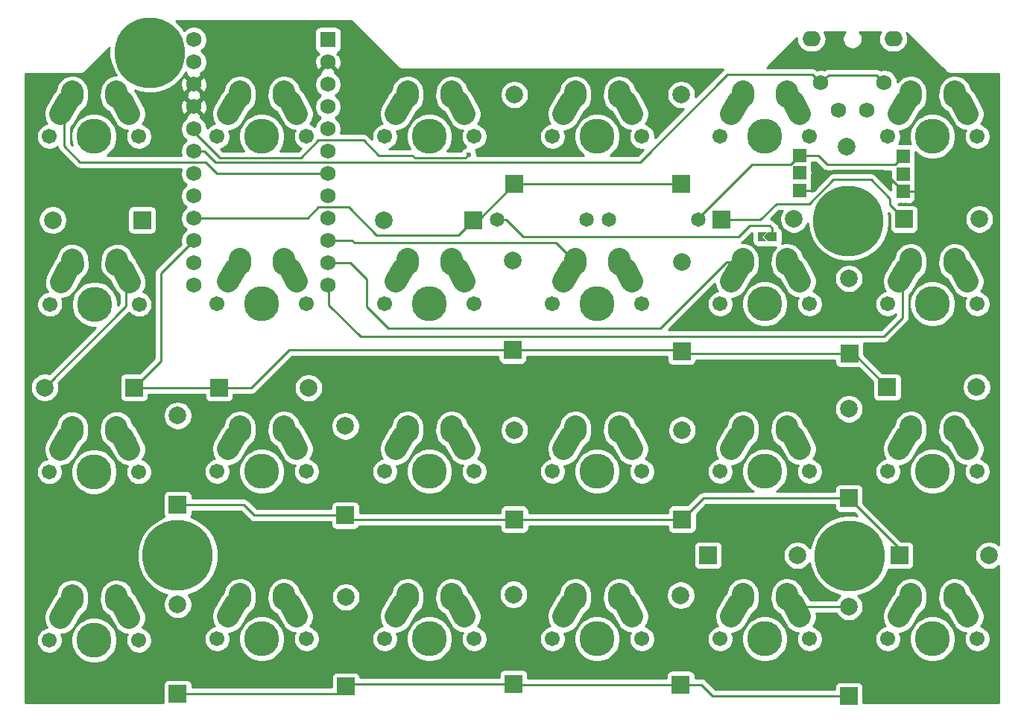
<source format=gbr>
G04 #@! TF.GenerationSoftware,KiCad,Pcbnew,(5.1.4)-1*
G04 #@! TF.CreationDate,2020-12-29T20:37:27-06:00*
G04 #@! TF.ProjectId,lets_split,6c657473-5f73-4706-9c69-742e6b696361,rev?*
G04 #@! TF.SameCoordinates,Original*
G04 #@! TF.FileFunction,Copper,L1,Top*
G04 #@! TF.FilePolarity,Positive*
%FSLAX46Y46*%
G04 Gerber Fmt 4.6, Leading zero omitted, Abs format (unit mm)*
G04 Created by KiCad (PCBNEW (5.1.4)-1) date 2020-12-29 20:37:27*
%MOMM*%
%LPD*%
G04 APERTURE LIST*
%ADD10C,1.651000*%
%ADD11C,1.998980*%
%ADD12R,1.998980X1.998980*%
%ADD13O,2.057400X1.752600*%
%ADD14C,1.752600*%
%ADD15C,2.500000*%
%ADD16C,2.500000*%
%ADD17C,3.987810*%
%ADD18C,1.701810*%
%ADD19C,2.000000*%
%ADD20R,1.524000X1.524000*%
%ADD21C,1.524000*%
%ADD22C,0.707000*%
%ADD23C,0.100000*%
%ADD24C,0.353624*%
%ADD25R,0.500000X1.000000*%
%ADD26R,1.000000X1.000000*%
%ADD27C,1.000000*%
%ADD28C,0.500000*%
%ADD29C,8.000000*%
%ADD30R,1.752600X1.752600*%
%ADD31C,0.600000*%
%ADD32C,0.250000*%
%ADD33C,0.254000*%
G04 APERTURE END LIST*
D10*
X101480000Y-56300000D03*
X91320000Y-56300000D03*
D11*
X131247460Y-100340000D03*
D12*
X131247460Y-110500000D03*
D11*
X74097460Y-99240000D03*
D12*
X74097460Y-109400000D03*
D11*
X93147460Y-98940000D03*
D12*
X93147460Y-109100000D03*
D11*
X112147460Y-99040000D03*
D12*
X112147460Y-109200000D03*
D11*
X125410000Y-94497460D03*
D12*
X115250000Y-94497460D03*
D11*
X145760000Y-75347460D03*
D12*
X135600000Y-75347460D03*
D11*
X147160000Y-94497460D03*
D12*
X137000000Y-94497460D03*
D11*
X112297460Y-80240000D03*
D12*
X112297460Y-90400000D03*
D11*
X93247460Y-80240000D03*
D12*
X93247460Y-90400000D03*
D11*
X74047460Y-79790000D03*
D12*
X74047460Y-89950000D03*
D11*
X39890000Y-75402540D03*
D12*
X50050000Y-75402540D03*
D11*
X54997460Y-100090000D03*
D12*
X54997460Y-110250000D03*
D11*
X69860000Y-75447460D03*
D12*
X59700000Y-75447460D03*
D11*
X93047460Y-60990000D03*
D12*
X93047460Y-71150000D03*
D11*
X112247460Y-61140000D03*
D12*
X112247460Y-71300000D03*
D11*
X131250000Y-63000000D03*
D12*
X131297460Y-71550000D03*
D11*
X146060000Y-56247460D03*
D12*
X137500000Y-56250000D03*
D11*
X125000000Y-56250000D03*
D12*
X116750000Y-56297460D03*
D11*
X112197460Y-42090000D03*
D12*
X112197460Y-52250000D03*
D11*
X93247460Y-42090000D03*
D12*
X93247460Y-52250000D03*
D11*
X78390000Y-56352540D03*
D12*
X88550000Y-56352540D03*
D11*
X40790000Y-56352540D03*
D12*
X50950000Y-56352540D03*
D11*
X54997460Y-78590000D03*
D12*
X54997460Y-88750000D03*
D11*
X131247460Y-77840000D03*
D12*
X131247460Y-88000000D03*
D13*
X136298200Y-35745600D03*
D14*
X128043200Y-40749400D03*
X133250200Y-43848200D03*
D13*
X127001800Y-35745600D03*
D14*
X130049800Y-43848200D03*
X135256800Y-40749400D03*
D10*
X103970000Y-56300000D03*
X114130000Y-56300000D03*
D15*
X43020000Y-42060000D03*
D16*
X43000276Y-41770672D02*
X43039724Y-42349328D01*
D15*
X49095000Y-43580000D03*
D16*
X48690184Y-42849693D02*
X49499816Y-44310307D01*
D17*
X45500000Y-46850000D03*
D18*
X40420000Y-46850000D03*
X50580000Y-46850000D03*
D15*
X42095000Y-43580000D03*
D16*
X42500453Y-42850046D02*
X41689547Y-44309954D01*
D15*
X48020000Y-42060000D03*
D16*
X48039724Y-41770672D02*
X48000276Y-42349328D01*
D15*
X43070000Y-61160000D03*
D16*
X43050276Y-60870672D02*
X43089724Y-61449328D01*
D15*
X49145000Y-62680000D03*
D16*
X48740184Y-61949693D02*
X49549816Y-63410307D01*
D17*
X45550000Y-65950000D03*
D18*
X40470000Y-65950000D03*
X50630000Y-65950000D03*
D15*
X42145000Y-62680000D03*
D16*
X42550453Y-61950046D02*
X41739547Y-63409954D01*
D15*
X48070000Y-61160000D03*
D16*
X48089724Y-60870672D02*
X48050276Y-61449328D01*
D15*
X43020000Y-80210000D03*
D16*
X43000276Y-79920672D02*
X43039724Y-80499328D01*
D15*
X49095000Y-81730000D03*
D16*
X48690184Y-80999693D02*
X49499816Y-82460307D01*
D17*
X45500000Y-85000000D03*
D18*
X40420000Y-85000000D03*
X50580000Y-85000000D03*
D15*
X42095000Y-81730000D03*
D16*
X42500453Y-81000046D02*
X41689547Y-82459954D01*
D15*
X48020000Y-80210000D03*
D16*
X48039724Y-79920672D02*
X48000276Y-80499328D01*
D15*
X43020000Y-99360000D03*
D16*
X43000276Y-99070672D02*
X43039724Y-99649328D01*
D15*
X49095000Y-100880000D03*
D16*
X48690184Y-100149693D02*
X49499816Y-101610307D01*
D17*
X45500000Y-104150000D03*
D18*
X40420000Y-104150000D03*
X50580000Y-104150000D03*
D15*
X42095000Y-100880000D03*
D16*
X42500453Y-100150046D02*
X41689547Y-101609954D01*
D15*
X48020000Y-99360000D03*
D16*
X48039724Y-99070672D02*
X48000276Y-99649328D01*
D15*
X62070000Y-42060000D03*
D16*
X62050276Y-41770672D02*
X62089724Y-42349328D01*
D15*
X68145000Y-43580000D03*
D16*
X67740184Y-42849693D02*
X68549816Y-44310307D01*
D17*
X64550000Y-46850000D03*
D18*
X59470000Y-46850000D03*
X69630000Y-46850000D03*
D15*
X61145000Y-43580000D03*
D16*
X61550453Y-42850046D02*
X60739547Y-44309954D01*
D15*
X67070000Y-42060000D03*
D16*
X67089724Y-41770672D02*
X67050276Y-42349328D01*
D15*
X62070000Y-61110000D03*
D16*
X62050276Y-60820672D02*
X62089724Y-61399328D01*
D15*
X68145000Y-62630000D03*
D16*
X67740184Y-61899693D02*
X68549816Y-63360307D01*
D17*
X64550000Y-65900000D03*
D18*
X59470000Y-65900000D03*
X69630000Y-65900000D03*
D15*
X61145000Y-62630000D03*
D16*
X61550453Y-61900046D02*
X60739547Y-63359954D01*
D15*
X67070000Y-61110000D03*
D16*
X67089724Y-60820672D02*
X67050276Y-61399328D01*
D15*
X62070000Y-80160000D03*
D16*
X62050276Y-79870672D02*
X62089724Y-80449328D01*
D15*
X68145000Y-81680000D03*
D16*
X67740184Y-80949693D02*
X68549816Y-82410307D01*
D17*
X64550000Y-84950000D03*
D18*
X59470000Y-84950000D03*
X69630000Y-84950000D03*
D15*
X61145000Y-81680000D03*
D16*
X61550453Y-80950046D02*
X60739547Y-82409954D01*
D15*
X67070000Y-80160000D03*
D16*
X67089724Y-79870672D02*
X67050276Y-80449328D01*
D15*
X62070000Y-99210000D03*
D16*
X62050276Y-98920672D02*
X62089724Y-99499328D01*
D15*
X68145000Y-100730000D03*
D16*
X67740184Y-99999693D02*
X68549816Y-101460307D01*
D17*
X64550000Y-104000000D03*
D18*
X59470000Y-104000000D03*
X69630000Y-104000000D03*
D15*
X61145000Y-100730000D03*
D16*
X61550453Y-100000046D02*
X60739547Y-101459954D01*
D15*
X67070000Y-99210000D03*
D16*
X67089724Y-98920672D02*
X67050276Y-99499328D01*
D15*
X81120000Y-42060000D03*
D16*
X81100276Y-41770672D02*
X81139724Y-42349328D01*
D15*
X87195000Y-43580000D03*
D16*
X86790184Y-42849693D02*
X87599816Y-44310307D01*
D17*
X83600000Y-46850000D03*
D18*
X78520000Y-46850000D03*
X88680000Y-46850000D03*
D15*
X80195000Y-43580000D03*
D16*
X80600453Y-42850046D02*
X79789547Y-44309954D01*
D15*
X86120000Y-42060000D03*
D16*
X86139724Y-41770672D02*
X86100276Y-42349328D01*
D15*
X81120000Y-61110000D03*
D16*
X81100276Y-60820672D02*
X81139724Y-61399328D01*
D15*
X87195000Y-62630000D03*
D16*
X86790184Y-61899693D02*
X87599816Y-63360307D01*
D17*
X83600000Y-65900000D03*
D18*
X78520000Y-65900000D03*
X88680000Y-65900000D03*
D15*
X80195000Y-62630000D03*
D16*
X80600453Y-61900046D02*
X79789547Y-63359954D01*
D15*
X86120000Y-61110000D03*
D16*
X86139724Y-60820672D02*
X86100276Y-61399328D01*
D15*
X81120000Y-80160000D03*
D16*
X81100276Y-79870672D02*
X81139724Y-80449328D01*
D15*
X87195000Y-81680000D03*
D16*
X86790184Y-80949693D02*
X87599816Y-82410307D01*
D17*
X83600000Y-84950000D03*
D18*
X78520000Y-84950000D03*
X88680000Y-84950000D03*
D15*
X80195000Y-81680000D03*
D16*
X80600453Y-80950046D02*
X79789547Y-82409954D01*
D15*
X86120000Y-80160000D03*
D16*
X86139724Y-79870672D02*
X86100276Y-80449328D01*
D15*
X81120000Y-99210000D03*
D16*
X81100276Y-98920672D02*
X81139724Y-99499328D01*
D15*
X87195000Y-100730000D03*
D16*
X86790184Y-99999693D02*
X87599816Y-101460307D01*
D17*
X83600000Y-104000000D03*
D18*
X78520000Y-104000000D03*
X88680000Y-104000000D03*
D15*
X80195000Y-100730000D03*
D16*
X80600453Y-100000046D02*
X79789547Y-101459954D01*
D15*
X86120000Y-99210000D03*
D16*
X86139724Y-98920672D02*
X86100276Y-99499328D01*
D15*
X100170000Y-42060000D03*
D16*
X100150276Y-41770672D02*
X100189724Y-42349328D01*
D15*
X106245000Y-43580000D03*
D16*
X105840184Y-42849693D02*
X106649816Y-44310307D01*
D17*
X102650000Y-46850000D03*
D18*
X97570000Y-46850000D03*
X107730000Y-46850000D03*
D15*
X99245000Y-43580000D03*
D16*
X99650453Y-42850046D02*
X98839547Y-44309954D01*
D15*
X105170000Y-42060000D03*
D16*
X105189724Y-41770672D02*
X105150276Y-42349328D01*
D15*
X100170000Y-61110000D03*
D16*
X100150276Y-60820672D02*
X100189724Y-61399328D01*
D15*
X106245000Y-62630000D03*
D16*
X105840184Y-61899693D02*
X106649816Y-63360307D01*
D17*
X102650000Y-65900000D03*
D18*
X97570000Y-65900000D03*
X107730000Y-65900000D03*
D15*
X99245000Y-62630000D03*
D16*
X99650453Y-61900046D02*
X98839547Y-63359954D01*
D15*
X105170000Y-61110000D03*
D16*
X105189724Y-60820672D02*
X105150276Y-61399328D01*
D15*
X100170000Y-80160000D03*
D16*
X100150276Y-79870672D02*
X100189724Y-80449328D01*
D15*
X106245000Y-81680000D03*
D16*
X105840184Y-80949693D02*
X106649816Y-82410307D01*
D17*
X102650000Y-84950000D03*
D18*
X97570000Y-84950000D03*
X107730000Y-84950000D03*
D15*
X99245000Y-81680000D03*
D16*
X99650453Y-80950046D02*
X98839547Y-82409954D01*
D15*
X105170000Y-80160000D03*
D16*
X105189724Y-79870672D02*
X105150276Y-80449328D01*
D15*
X100170000Y-99210000D03*
D16*
X100150276Y-98920672D02*
X100189724Y-99499328D01*
D15*
X106245000Y-100730000D03*
D16*
X105840184Y-99999693D02*
X106649816Y-101460307D01*
D17*
X102650000Y-104000000D03*
D18*
X97570000Y-104000000D03*
X107730000Y-104000000D03*
D15*
X99245000Y-100730000D03*
D16*
X99650453Y-100000046D02*
X98839547Y-101459954D01*
D15*
X105170000Y-99210000D03*
D16*
X105189724Y-98920672D02*
X105150276Y-99499328D01*
D15*
X119220000Y-42060000D03*
D16*
X119200276Y-41770672D02*
X119239724Y-42349328D01*
D15*
X125295000Y-43580000D03*
D16*
X124890184Y-42849693D02*
X125699816Y-44310307D01*
D17*
X121700000Y-46850000D03*
D18*
X116620000Y-46850000D03*
X126780000Y-46850000D03*
D15*
X118295000Y-43580000D03*
D16*
X118700453Y-42850046D02*
X117889547Y-44309954D01*
D15*
X124220000Y-42060000D03*
D16*
X124239724Y-41770672D02*
X124200276Y-42349328D01*
D15*
X119220000Y-61110000D03*
D16*
X119200276Y-60820672D02*
X119239724Y-61399328D01*
D15*
X125295000Y-62630000D03*
D16*
X124890184Y-61899693D02*
X125699816Y-63360307D01*
D17*
X121700000Y-65900000D03*
D18*
X116620000Y-65900000D03*
X126780000Y-65900000D03*
D15*
X118295000Y-62630000D03*
D16*
X118700453Y-61900046D02*
X117889547Y-63359954D01*
D15*
X124220000Y-61110000D03*
D16*
X124239724Y-60820672D02*
X124200276Y-61399328D01*
D15*
X119220000Y-80160000D03*
D16*
X119200276Y-79870672D02*
X119239724Y-80449328D01*
D15*
X125295000Y-81680000D03*
D16*
X124890184Y-80949693D02*
X125699816Y-82410307D01*
D17*
X121700000Y-84950000D03*
D18*
X116620000Y-84950000D03*
X126780000Y-84950000D03*
D15*
X118295000Y-81680000D03*
D16*
X118700453Y-80950046D02*
X117889547Y-82409954D01*
D15*
X124220000Y-80160000D03*
D16*
X124239724Y-79870672D02*
X124200276Y-80449328D01*
D15*
X119220000Y-99210000D03*
D16*
X119200276Y-98920672D02*
X119239724Y-99499328D01*
D15*
X125295000Y-100730000D03*
D16*
X124890184Y-99999693D02*
X125699816Y-101460307D01*
D17*
X121700000Y-104000000D03*
D18*
X116620000Y-104000000D03*
X126780000Y-104000000D03*
D15*
X118295000Y-100730000D03*
D16*
X118700453Y-100000046D02*
X117889547Y-101459954D01*
D15*
X124220000Y-99210000D03*
D16*
X124239724Y-98920672D02*
X124200276Y-99499328D01*
D15*
X138270000Y-42060000D03*
D16*
X138250276Y-41770672D02*
X138289724Y-42349328D01*
D15*
X144345000Y-43580000D03*
D16*
X143940184Y-42849693D02*
X144749816Y-44310307D01*
D17*
X140750000Y-46850000D03*
D18*
X135670000Y-46850000D03*
X145830000Y-46850000D03*
D15*
X137345000Y-43580000D03*
D16*
X137750453Y-42850046D02*
X136939547Y-44309954D01*
D15*
X143270000Y-42060000D03*
D16*
X143289724Y-41770672D02*
X143250276Y-42349328D01*
D15*
X138270000Y-61110000D03*
D16*
X138250276Y-60820672D02*
X138289724Y-61399328D01*
D15*
X144345000Y-62630000D03*
D16*
X143940184Y-61899693D02*
X144749816Y-63360307D01*
D17*
X140750000Y-65900000D03*
D18*
X135670000Y-65900000D03*
X145830000Y-65900000D03*
D15*
X137345000Y-62630000D03*
D16*
X137750453Y-61900046D02*
X136939547Y-63359954D01*
D15*
X143270000Y-61110000D03*
D16*
X143289724Y-60820672D02*
X143250276Y-61399328D01*
D15*
X138270000Y-80160000D03*
D16*
X138250276Y-79870672D02*
X138289724Y-80449328D01*
D15*
X144345000Y-81680000D03*
D16*
X143940184Y-80949693D02*
X144749816Y-82410307D01*
D17*
X140750000Y-84950000D03*
D18*
X135670000Y-84950000D03*
X145830000Y-84950000D03*
D15*
X137345000Y-81680000D03*
D16*
X137750453Y-80950046D02*
X136939547Y-82409954D01*
D15*
X143270000Y-80160000D03*
D16*
X143289724Y-79870672D02*
X143250276Y-80449328D01*
D15*
X138270000Y-99210000D03*
D16*
X138250276Y-98920672D02*
X138289724Y-99499328D01*
D15*
X144345000Y-100730000D03*
D16*
X143940184Y-99999693D02*
X144749816Y-101460307D01*
D17*
X140750000Y-104000000D03*
D18*
X135670000Y-104000000D03*
X145830000Y-104000000D03*
D15*
X137345000Y-100730000D03*
D16*
X137750453Y-100000046D02*
X136939547Y-101459954D01*
D15*
X143270000Y-99210000D03*
D16*
X143289724Y-98920672D02*
X143250276Y-99499328D01*
D19*
X131000000Y-48000000D03*
D20*
X137400000Y-53100000D03*
X137400000Y-51100000D03*
X137400000Y-49100000D03*
D21*
X137410000Y-51110000D03*
X137390000Y-49100000D03*
X137410000Y-53110000D03*
D20*
X125650000Y-53000000D03*
X125650000Y-51000000D03*
X125650000Y-49000000D03*
D21*
X125660000Y-51010000D03*
X125640000Y-49000000D03*
X125660000Y-53010000D03*
D22*
X122058800Y-58275400D03*
D23*
G36*
X122058800Y-58775324D02*
G01*
X121558876Y-58275400D01*
X122058800Y-57775476D01*
X122558724Y-58275400D01*
X122058800Y-58775324D01*
X122058800Y-58775324D01*
G37*
D24*
X121418800Y-58525400D03*
D23*
G36*
X120918750Y-58775400D02*
G01*
X121418750Y-58275400D01*
X121418850Y-58275400D01*
X121918850Y-58775400D01*
X120918750Y-58775400D01*
X120918750Y-58775400D01*
G37*
D24*
X121418800Y-58025400D03*
D23*
G36*
X121918850Y-57775400D02*
G01*
X121418850Y-58275400D01*
X121418750Y-58275400D01*
X120918750Y-57775400D01*
X121918850Y-57775400D01*
X121918850Y-57775400D01*
G37*
D25*
X121168800Y-58275400D03*
D26*
X122560000Y-58260000D03*
D27*
X122520000Y-58270000D03*
D28*
X121180000Y-58290000D03*
D29*
X55000000Y-94500000D03*
X131350000Y-94550000D03*
X131200000Y-56450000D03*
X51850000Y-37300000D03*
D14*
X56820000Y-53618000D03*
X56820000Y-58698000D03*
X72060000Y-53618000D03*
X56820000Y-61238000D03*
X56820000Y-35838000D03*
X72060000Y-43458000D03*
X72060000Y-45998000D03*
X56820000Y-43458000D03*
X56820000Y-40918000D03*
X72060000Y-40918000D03*
X56820000Y-45998000D03*
X72060000Y-38378000D03*
X56820000Y-63778000D03*
X56820000Y-48538000D03*
X72060000Y-48538000D03*
X56820000Y-38378000D03*
X72060000Y-61238000D03*
X72060000Y-56158000D03*
D30*
X72060000Y-35838000D03*
D14*
X72060000Y-51078000D03*
X56820000Y-51078000D03*
X72060000Y-63778000D03*
X56820000Y-56158000D03*
X72060000Y-58698000D03*
D31*
X88050000Y-48900000D03*
D32*
X135900000Y-53900000D02*
X135900000Y-54650000D01*
X121202540Y-56297460D02*
X123000000Y-54500000D01*
X123000000Y-54500000D02*
X126750000Y-54500000D01*
X126750000Y-54500000D02*
X129500000Y-51750000D01*
X129500000Y-51750000D02*
X133750000Y-51750000D01*
X133750000Y-51750000D02*
X135900000Y-53900000D01*
X116750000Y-56297460D02*
X121202540Y-56297460D01*
X135900000Y-54650000D02*
X137500000Y-56250000D01*
X93247460Y-52250000D02*
X112197460Y-52250000D01*
X88550000Y-56352540D02*
X89144920Y-56352540D01*
X89144920Y-56352540D02*
X93247460Y-52250000D01*
X86852540Y-58050000D02*
X88550000Y-56352540D01*
X77600000Y-58050000D02*
X86852540Y-58050000D01*
X74414000Y-54864000D02*
X77600000Y-58050000D01*
X70986000Y-54864000D02*
X74414000Y-54864000D01*
X56930000Y-56100000D02*
X69750000Y-56100000D01*
X69750000Y-56100000D02*
X70986000Y-54864000D01*
X49145000Y-62680000D02*
X49145000Y-66147540D01*
X49145000Y-66147540D02*
X39890000Y-75402540D01*
X93047460Y-71150000D02*
X112097460Y-71150000D01*
X112097460Y-71150000D02*
X112497460Y-71550000D01*
X112497460Y-71550000D02*
X131802540Y-71550000D01*
X131802540Y-71550000D02*
X135600000Y-75347460D01*
X59700000Y-75447460D02*
X63352540Y-75447460D01*
X67650000Y-71150000D02*
X93047460Y-71150000D01*
X63352540Y-75447460D02*
X67650000Y-71150000D01*
X56930000Y-58640000D02*
X56860000Y-58640000D01*
X56860000Y-58640000D02*
X53100000Y-62400000D01*
X53100000Y-62400000D02*
X53100000Y-72352540D01*
X53100000Y-72352540D02*
X50050000Y-75402540D01*
X50050000Y-75402540D02*
X59655080Y-75402540D01*
X59655080Y-75402540D02*
X59700000Y-75447460D01*
X131247460Y-88000000D02*
X114697460Y-88000000D01*
X114697460Y-88000000D02*
X112297460Y-90400000D01*
X137000000Y-94497460D02*
X137000000Y-93752540D01*
X137000000Y-93752540D02*
X131247460Y-88000000D01*
X54997460Y-88750000D02*
X62500000Y-88750000D01*
X63700000Y-89950000D02*
X74047460Y-89950000D01*
X62500000Y-88750000D02*
X63700000Y-89950000D01*
X112447460Y-90250000D02*
X112297460Y-90400000D01*
X112297460Y-90400000D02*
X74497460Y-90400000D01*
X74497460Y-90400000D02*
X73997460Y-89900000D01*
X131247460Y-110500000D02*
X115750000Y-110500000D01*
X114450000Y-109200000D02*
X112147460Y-109200000D01*
X115750000Y-110500000D02*
X114450000Y-109200000D01*
X54997460Y-110250000D02*
X73247460Y-110250000D01*
X73247460Y-110250000D02*
X74097460Y-109400000D01*
X93147460Y-109100000D02*
X74397460Y-109100000D01*
X74397460Y-109100000D02*
X74097460Y-109400000D01*
X112147460Y-109200000D02*
X93247460Y-109200000D01*
X93247460Y-109200000D02*
X93147460Y-109100000D01*
X112197460Y-109250000D02*
X112147460Y-109200000D01*
X131247460Y-100340000D02*
X125685000Y-100340000D01*
X125685000Y-100340000D02*
X125295000Y-100730000D01*
X124340000Y-99090000D02*
X124220000Y-99210000D01*
X124220000Y-99210000D02*
X125295000Y-100730000D01*
X137400000Y-53100000D02*
X139350000Y-53100000D01*
X139350000Y-53100000D02*
X139500000Y-53250000D01*
X125650000Y-53000000D02*
X127250000Y-53000000D01*
X135050000Y-50750000D02*
X137400000Y-53100000D01*
X129500000Y-50750000D02*
X135050000Y-50750000D01*
X127250000Y-53000000D02*
X129500000Y-50750000D01*
X125650000Y-49000000D02*
X127750000Y-49000000D01*
X136500000Y-50000000D02*
X137400000Y-49100000D01*
X128750000Y-50000000D02*
X136500000Y-50000000D01*
X127750000Y-49000000D02*
X128750000Y-50000000D01*
X114130000Y-56300000D02*
X114130000Y-56120000D01*
X114130000Y-56120000D02*
X120250000Y-50000000D01*
X120250000Y-50000000D02*
X124650000Y-50000000D01*
X124650000Y-50000000D02*
X125650000Y-49000000D01*
X63450000Y-49750000D02*
X59250000Y-49750000D01*
X57980000Y-48480000D02*
X56930000Y-48480000D01*
X59250000Y-49750000D02*
X57980000Y-48480000D01*
X63350000Y-49750000D02*
X63450000Y-49750000D01*
X128043200Y-40749400D02*
X128099400Y-40749400D01*
X127093800Y-39800000D02*
X128043200Y-40749400D01*
X117450000Y-39800000D02*
X127093800Y-39800000D01*
X63450000Y-49750000D02*
X107500000Y-49750000D01*
X107500000Y-49750000D02*
X117450000Y-39800000D01*
X134380501Y-39873101D02*
X135256800Y-40749400D01*
X128919499Y-39873101D02*
X134380501Y-39873101D01*
X128043200Y-40749400D02*
X128919499Y-39873101D01*
X91320000Y-56300000D02*
X92300000Y-56300000D01*
X122560000Y-57310000D02*
X122560000Y-58260000D01*
X122250000Y-57000000D02*
X122560000Y-57310000D01*
X120000000Y-57000000D02*
X122250000Y-57000000D01*
X118750000Y-58250000D02*
X120000000Y-57000000D01*
X94250000Y-58250000D02*
X118750000Y-58250000D01*
X92300000Y-56300000D02*
X94250000Y-58250000D01*
X56930000Y-45940000D02*
X56930000Y-46380000D01*
X56930000Y-46380000D02*
X59800000Y-49250000D01*
X59800000Y-49250000D02*
X69000000Y-49250000D01*
X69000000Y-49250000D02*
X71000000Y-47250000D01*
X71000000Y-47250000D02*
X76100000Y-47250000D01*
X76100000Y-47250000D02*
X77850000Y-49000000D01*
X77850000Y-49000000D02*
X81650000Y-49000000D01*
X81650000Y-49000000D02*
X81949998Y-49299998D01*
X81949998Y-49299998D02*
X87650002Y-49299998D01*
X87650002Y-49299998D02*
X88050000Y-48900000D01*
X72170000Y-51020000D02*
X59420000Y-51020000D01*
X42095000Y-47945000D02*
X42095000Y-43580000D01*
X43900000Y-49750000D02*
X42095000Y-47945000D01*
X58150000Y-49750000D02*
X43900000Y-49750000D01*
X59420000Y-51020000D02*
X58150000Y-49750000D01*
X72170000Y-58640000D02*
X74790000Y-58640000D01*
X98010000Y-58950000D02*
X100170000Y-61110000D01*
X75100000Y-58950000D02*
X98010000Y-58950000D01*
X74790000Y-58640000D02*
X75100000Y-58950000D01*
X72170000Y-61180000D02*
X74580000Y-61180000D01*
X117390000Y-61110000D02*
X119220000Y-61110000D01*
X109850000Y-68650000D02*
X117390000Y-61110000D01*
X78900000Y-68650000D02*
X109850000Y-68650000D01*
X76450000Y-66200000D02*
X78900000Y-68650000D01*
X76450000Y-63050000D02*
X76450000Y-66200000D01*
X74580000Y-61180000D02*
X76450000Y-63050000D01*
X72170000Y-63720000D02*
X72170000Y-66020000D01*
X137345000Y-67455000D02*
X137345000Y-62630000D01*
X135200000Y-69600000D02*
X137345000Y-67455000D01*
X75750000Y-69600000D02*
X135200000Y-69600000D01*
X72170000Y-66020000D02*
X75750000Y-69600000D01*
D33*
G36*
X79973288Y-38977379D02*
G01*
X79995525Y-39004475D01*
X80103637Y-39093200D01*
X80226980Y-39159128D01*
X80360816Y-39199727D01*
X80465123Y-39210000D01*
X80465125Y-39210000D01*
X80500000Y-39213435D01*
X80534875Y-39210000D01*
X116970923Y-39210000D01*
X116909999Y-39259999D01*
X116886201Y-39288997D01*
X113809041Y-42366158D01*
X113831950Y-42250983D01*
X113831950Y-41929017D01*
X113769138Y-41613237D01*
X113645927Y-41315778D01*
X113467052Y-41048073D01*
X113239387Y-40820408D01*
X112971682Y-40641533D01*
X112674223Y-40518322D01*
X112358443Y-40455510D01*
X112036477Y-40455510D01*
X111720697Y-40518322D01*
X111423238Y-40641533D01*
X111155533Y-40820408D01*
X110927868Y-41048073D01*
X110748993Y-41315778D01*
X110625782Y-41613237D01*
X110562970Y-41929017D01*
X110562970Y-42250983D01*
X110625782Y-42566763D01*
X110748993Y-42864222D01*
X110927868Y-43131927D01*
X111155533Y-43359592D01*
X111423238Y-43538467D01*
X111720697Y-43661678D01*
X112036477Y-43724490D01*
X112358443Y-43724490D01*
X112473618Y-43701580D01*
X109215905Y-46959294D01*
X109215905Y-46703651D01*
X109158803Y-46416577D01*
X109046792Y-46146160D01*
X108884178Y-45902791D01*
X108677209Y-45695822D01*
X108433840Y-45533208D01*
X108173553Y-45425393D01*
X108333721Y-45177574D01*
X108470560Y-44832396D01*
X108537430Y-44467155D01*
X108531760Y-44095885D01*
X108453767Y-43732856D01*
X108343365Y-43477427D01*
X107443950Y-41854840D01*
X107285837Y-41625857D01*
X107034598Y-41382177D01*
X106984910Y-41166523D01*
X106832552Y-40827908D01*
X106617061Y-40525523D01*
X106346719Y-40270989D01*
X106031913Y-40074086D01*
X105684743Y-39942382D01*
X105318550Y-39880939D01*
X104947407Y-39892117D01*
X104585575Y-39975486D01*
X104246960Y-40127844D01*
X103944575Y-40343335D01*
X103690041Y-40613677D01*
X103493137Y-40928483D01*
X103361434Y-41275653D01*
X103315387Y-41550084D01*
X103263344Y-42313505D01*
X103271721Y-42591645D01*
X103355090Y-42953477D01*
X103507448Y-43292092D01*
X103722939Y-43594477D01*
X103993281Y-43849011D01*
X104308087Y-44045915D01*
X104358678Y-44065107D01*
X105046050Y-45305160D01*
X105204163Y-45534143D01*
X105470699Y-45792660D01*
X105782549Y-45994212D01*
X106127726Y-46131051D01*
X106398901Y-46180699D01*
X106301197Y-46416577D01*
X106244095Y-46703651D01*
X106244095Y-46996349D01*
X106301197Y-47283423D01*
X106413208Y-47553840D01*
X106575822Y-47797209D01*
X106782791Y-48004178D01*
X107026160Y-48166792D01*
X107296577Y-48278803D01*
X107583651Y-48335905D01*
X107839294Y-48335905D01*
X107185199Y-48990000D01*
X104179167Y-48990000D01*
X104325829Y-48892004D01*
X104692004Y-48525829D01*
X104979705Y-48095253D01*
X105177878Y-47616823D01*
X105278905Y-47108925D01*
X105278905Y-46591075D01*
X105177878Y-46083177D01*
X104979705Y-45604747D01*
X104692004Y-45174171D01*
X104325829Y-44807996D01*
X103895253Y-44520295D01*
X103416823Y-44322122D01*
X102908925Y-44221095D01*
X102391075Y-44221095D01*
X101883177Y-44322122D01*
X101404747Y-44520295D01*
X100974171Y-44807996D01*
X100607996Y-45174171D01*
X100320295Y-45604747D01*
X100122122Y-46083177D01*
X100021095Y-46591075D01*
X100021095Y-47108925D01*
X100122122Y-47616823D01*
X100320295Y-48095253D01*
X100607996Y-48525829D01*
X100974171Y-48892004D01*
X101120833Y-48990000D01*
X88985000Y-48990000D01*
X88985000Y-48807911D01*
X88949068Y-48627271D01*
X88878586Y-48457111D01*
X88797599Y-48335905D01*
X88826349Y-48335905D01*
X89113423Y-48278803D01*
X89383840Y-48166792D01*
X89627209Y-48004178D01*
X89834178Y-47797209D01*
X89996792Y-47553840D01*
X90108803Y-47283423D01*
X90165905Y-46996349D01*
X90165905Y-46703651D01*
X96084095Y-46703651D01*
X96084095Y-46996349D01*
X96141197Y-47283423D01*
X96253208Y-47553840D01*
X96415822Y-47797209D01*
X96622791Y-48004178D01*
X96866160Y-48166792D01*
X97136577Y-48278803D01*
X97423651Y-48335905D01*
X97716349Y-48335905D01*
X98003423Y-48278803D01*
X98273840Y-48166792D01*
X98517209Y-48004178D01*
X98724178Y-47797209D01*
X98886792Y-47553840D01*
X98998803Y-47283423D01*
X99055905Y-46996349D01*
X99055905Y-46703651D01*
X98998803Y-46416577D01*
X98907559Y-46196296D01*
X98994749Y-46197704D01*
X99360048Y-46131153D01*
X99705345Y-45994615D01*
X100017371Y-45793335D01*
X100284132Y-45535050D01*
X100442444Y-45306206D01*
X101201334Y-43939946D01*
X101346719Y-43849011D01*
X101617061Y-43594477D01*
X101832552Y-43292092D01*
X101984910Y-42953477D01*
X102068279Y-42591645D01*
X102076656Y-42313504D01*
X102024613Y-41550084D01*
X101978566Y-41275653D01*
X101846863Y-40928483D01*
X101649959Y-40613677D01*
X101395425Y-40343335D01*
X101093040Y-40127844D01*
X100754425Y-39975486D01*
X100392593Y-39892117D01*
X100021450Y-39880939D01*
X99655257Y-39942382D01*
X99308087Y-40074085D01*
X98993281Y-40270989D01*
X98722939Y-40525523D01*
X98507448Y-40827908D01*
X98355090Y-41166523D01*
X98271721Y-41528355D01*
X98270702Y-41562176D01*
X98205868Y-41624950D01*
X98047556Y-41853794D01*
X97146725Y-43475598D01*
X97036100Y-43730931D01*
X96957791Y-44093892D01*
X96951797Y-44465156D01*
X97018348Y-44830455D01*
X97154886Y-45175752D01*
X97293129Y-45390057D01*
X97136577Y-45421197D01*
X96866160Y-45533208D01*
X96622791Y-45695822D01*
X96415822Y-45902791D01*
X96253208Y-46146160D01*
X96141197Y-46416577D01*
X96084095Y-46703651D01*
X90165905Y-46703651D01*
X90108803Y-46416577D01*
X89996792Y-46146160D01*
X89834178Y-45902791D01*
X89627209Y-45695822D01*
X89383840Y-45533208D01*
X89123553Y-45425393D01*
X89283721Y-45177574D01*
X89420560Y-44832396D01*
X89487430Y-44467155D01*
X89481760Y-44095885D01*
X89403767Y-43732856D01*
X89293365Y-43477427D01*
X88435067Y-41929017D01*
X91612970Y-41929017D01*
X91612970Y-42250983D01*
X91675782Y-42566763D01*
X91798993Y-42864222D01*
X91977868Y-43131927D01*
X92205533Y-43359592D01*
X92473238Y-43538467D01*
X92770697Y-43661678D01*
X93086477Y-43724490D01*
X93408443Y-43724490D01*
X93724223Y-43661678D01*
X94021682Y-43538467D01*
X94289387Y-43359592D01*
X94517052Y-43131927D01*
X94695927Y-42864222D01*
X94819138Y-42566763D01*
X94881950Y-42250983D01*
X94881950Y-41929017D01*
X94819138Y-41613237D01*
X94695927Y-41315778D01*
X94517052Y-41048073D01*
X94289387Y-40820408D01*
X94021682Y-40641533D01*
X93724223Y-40518322D01*
X93408443Y-40455510D01*
X93086477Y-40455510D01*
X92770697Y-40518322D01*
X92473238Y-40641533D01*
X92205533Y-40820408D01*
X91977868Y-41048073D01*
X91798993Y-41315778D01*
X91675782Y-41613237D01*
X91612970Y-41929017D01*
X88435067Y-41929017D01*
X88393950Y-41854840D01*
X88235837Y-41625857D01*
X87984598Y-41382177D01*
X87934910Y-41166523D01*
X87782552Y-40827908D01*
X87567061Y-40525523D01*
X87296719Y-40270989D01*
X86981913Y-40074086D01*
X86634743Y-39942382D01*
X86268550Y-39880939D01*
X85897407Y-39892117D01*
X85535575Y-39975486D01*
X85196960Y-40127844D01*
X84894575Y-40343335D01*
X84640041Y-40613677D01*
X84443137Y-40928483D01*
X84311434Y-41275653D01*
X84265387Y-41550084D01*
X84213344Y-42313505D01*
X84221721Y-42591645D01*
X84305090Y-42953477D01*
X84457448Y-43292092D01*
X84672939Y-43594477D01*
X84943281Y-43849011D01*
X85258087Y-44045915D01*
X85308678Y-44065107D01*
X85996050Y-45305160D01*
X86154163Y-45534143D01*
X86420699Y-45792660D01*
X86732549Y-45994212D01*
X87077726Y-46131051D01*
X87348901Y-46180699D01*
X87251197Y-46416577D01*
X87194095Y-46703651D01*
X87194095Y-46996349D01*
X87251197Y-47283423D01*
X87363208Y-47553840D01*
X87525822Y-47797209D01*
X87732791Y-48004178D01*
X87746814Y-48013548D01*
X87607111Y-48071414D01*
X87453972Y-48173738D01*
X87323738Y-48303972D01*
X87221414Y-48457111D01*
X87187081Y-48539998D01*
X85627835Y-48539998D01*
X85642004Y-48525829D01*
X85929705Y-48095253D01*
X86127878Y-47616823D01*
X86228905Y-47108925D01*
X86228905Y-46591075D01*
X86127878Y-46083177D01*
X85929705Y-45604747D01*
X85642004Y-45174171D01*
X85275829Y-44807996D01*
X84845253Y-44520295D01*
X84366823Y-44322122D01*
X83858925Y-44221095D01*
X83341075Y-44221095D01*
X82833177Y-44322122D01*
X82354747Y-44520295D01*
X81924171Y-44807996D01*
X81557996Y-45174171D01*
X81270295Y-45604747D01*
X81072122Y-46083177D01*
X80971095Y-46591075D01*
X80971095Y-47108925D01*
X81072122Y-47616823D01*
X81270295Y-48095253D01*
X81367012Y-48240000D01*
X79047101Y-48240000D01*
X79223840Y-48166792D01*
X79467209Y-48004178D01*
X79674178Y-47797209D01*
X79836792Y-47553840D01*
X79948803Y-47283423D01*
X80005905Y-46996349D01*
X80005905Y-46703651D01*
X79948803Y-46416577D01*
X79857559Y-46196296D01*
X79944749Y-46197704D01*
X80310048Y-46131153D01*
X80655345Y-45994615D01*
X80967371Y-45793335D01*
X81234132Y-45535050D01*
X81392444Y-45306206D01*
X82151334Y-43939946D01*
X82296719Y-43849011D01*
X82567061Y-43594477D01*
X82782552Y-43292092D01*
X82934910Y-42953477D01*
X83018279Y-42591645D01*
X83026656Y-42313504D01*
X82974613Y-41550084D01*
X82928566Y-41275653D01*
X82796863Y-40928483D01*
X82599959Y-40613677D01*
X82345425Y-40343335D01*
X82043040Y-40127844D01*
X81704425Y-39975486D01*
X81342593Y-39892117D01*
X80971450Y-39880939D01*
X80605257Y-39942382D01*
X80258087Y-40074085D01*
X79943281Y-40270989D01*
X79672939Y-40525523D01*
X79457448Y-40827908D01*
X79305090Y-41166523D01*
X79221721Y-41528355D01*
X79220702Y-41562176D01*
X79155868Y-41624950D01*
X78997556Y-41853794D01*
X78096725Y-43475598D01*
X77986100Y-43730931D01*
X77907791Y-44093892D01*
X77901797Y-44465156D01*
X77968348Y-44830455D01*
X78104886Y-45175752D01*
X78243129Y-45390057D01*
X78086577Y-45421197D01*
X77816160Y-45533208D01*
X77572791Y-45695822D01*
X77365822Y-45902791D01*
X77203208Y-46146160D01*
X77091197Y-46416577D01*
X77034095Y-46703651D01*
X77034095Y-46996349D01*
X77062139Y-47137338D01*
X76663804Y-46739003D01*
X76640001Y-46709999D01*
X76524276Y-46615026D01*
X76392247Y-46544454D01*
X76248986Y-46500997D01*
X76137333Y-46490000D01*
X76137322Y-46490000D01*
X76100000Y-46486324D01*
X76062678Y-46490000D01*
X73492027Y-46490000D01*
X73513222Y-46438830D01*
X73571300Y-46146850D01*
X73571300Y-45849150D01*
X73513222Y-45557170D01*
X73399297Y-45282131D01*
X73233904Y-45034602D01*
X73023398Y-44824096D01*
X72879580Y-44728000D01*
X73023398Y-44631904D01*
X73233904Y-44421398D01*
X73399297Y-44173869D01*
X73513222Y-43898830D01*
X73571300Y-43606850D01*
X73571300Y-43309150D01*
X73513222Y-43017170D01*
X73399297Y-42742131D01*
X73233904Y-42494602D01*
X73023398Y-42284096D01*
X72879580Y-42188000D01*
X73023398Y-42091904D01*
X73233904Y-41881398D01*
X73399297Y-41633869D01*
X73513222Y-41358830D01*
X73571300Y-41066850D01*
X73571300Y-40769150D01*
X73513222Y-40477170D01*
X73399297Y-40202131D01*
X73233904Y-39954602D01*
X73023398Y-39744096D01*
X72860191Y-39635045D01*
X72927563Y-39425169D01*
X72060000Y-38557605D01*
X71192437Y-39425169D01*
X71259809Y-39635045D01*
X71096602Y-39744096D01*
X70886096Y-39954602D01*
X70720703Y-40202131D01*
X70606778Y-40477170D01*
X70548700Y-40769150D01*
X70548700Y-41066850D01*
X70606778Y-41358830D01*
X70720703Y-41633869D01*
X70886096Y-41881398D01*
X71096602Y-42091904D01*
X71240420Y-42188000D01*
X71096602Y-42284096D01*
X70886096Y-42494602D01*
X70720703Y-42742131D01*
X70606778Y-43017170D01*
X70548700Y-43309150D01*
X70548700Y-43606850D01*
X70606778Y-43898830D01*
X70720703Y-44173869D01*
X70886096Y-44421398D01*
X71096602Y-44631904D01*
X71240420Y-44728000D01*
X71096602Y-44824096D01*
X70886096Y-45034602D01*
X70720703Y-45282131D01*
X70606778Y-45557170D01*
X70578869Y-45697482D01*
X70577209Y-45695822D01*
X70333840Y-45533208D01*
X70073553Y-45425393D01*
X70233721Y-45177574D01*
X70370560Y-44832396D01*
X70437430Y-44467155D01*
X70431760Y-44095885D01*
X70353767Y-43732856D01*
X70243365Y-43477427D01*
X69343950Y-41854840D01*
X69185837Y-41625857D01*
X68934598Y-41382177D01*
X68884910Y-41166523D01*
X68732552Y-40827908D01*
X68517061Y-40525523D01*
X68246719Y-40270989D01*
X67931913Y-40074086D01*
X67584743Y-39942382D01*
X67218550Y-39880939D01*
X66847407Y-39892117D01*
X66485575Y-39975486D01*
X66146960Y-40127844D01*
X65844575Y-40343335D01*
X65590041Y-40613677D01*
X65393137Y-40928483D01*
X65261434Y-41275653D01*
X65215387Y-41550084D01*
X65163344Y-42313505D01*
X65171721Y-42591645D01*
X65255090Y-42953477D01*
X65407448Y-43292092D01*
X65622939Y-43594477D01*
X65893281Y-43849011D01*
X66208087Y-44045915D01*
X66258678Y-44065107D01*
X66946050Y-45305160D01*
X67104163Y-45534143D01*
X67370699Y-45792660D01*
X67682549Y-45994212D01*
X68027726Y-46131051D01*
X68298901Y-46180699D01*
X68201197Y-46416577D01*
X68144095Y-46703651D01*
X68144095Y-46996349D01*
X68201197Y-47283423D01*
X68313208Y-47553840D01*
X68475822Y-47797209D01*
X68682791Y-48004178D01*
X68926160Y-48166792D01*
X68984317Y-48190882D01*
X68685199Y-48490000D01*
X66615944Y-48490000D01*
X66879705Y-48095253D01*
X67077878Y-47616823D01*
X67178905Y-47108925D01*
X67178905Y-46591075D01*
X67077878Y-46083177D01*
X66879705Y-45604747D01*
X66592004Y-45174171D01*
X66225829Y-44807996D01*
X65795253Y-44520295D01*
X65316823Y-44322122D01*
X64808925Y-44221095D01*
X64291075Y-44221095D01*
X63783177Y-44322122D01*
X63304747Y-44520295D01*
X62874171Y-44807996D01*
X62507996Y-45174171D01*
X62220295Y-45604747D01*
X62022122Y-46083177D01*
X61921095Y-46591075D01*
X61921095Y-47108925D01*
X62022122Y-47616823D01*
X62220295Y-48095253D01*
X62484056Y-48490000D01*
X60114802Y-48490000D01*
X59903552Y-48278750D01*
X60173840Y-48166792D01*
X60417209Y-48004178D01*
X60624178Y-47797209D01*
X60786792Y-47553840D01*
X60898803Y-47283423D01*
X60955905Y-46996349D01*
X60955905Y-46703651D01*
X60898803Y-46416577D01*
X60807559Y-46196296D01*
X60894749Y-46197704D01*
X61260048Y-46131153D01*
X61605345Y-45994615D01*
X61917371Y-45793335D01*
X62184132Y-45535050D01*
X62342444Y-45306206D01*
X63101334Y-43939946D01*
X63246719Y-43849011D01*
X63517061Y-43594477D01*
X63732552Y-43292092D01*
X63884910Y-42953477D01*
X63968279Y-42591645D01*
X63976656Y-42313504D01*
X63924613Y-41550084D01*
X63878566Y-41275653D01*
X63746863Y-40928483D01*
X63549959Y-40613677D01*
X63295425Y-40343335D01*
X62993040Y-40127844D01*
X62654425Y-39975486D01*
X62292593Y-39892117D01*
X61921450Y-39880939D01*
X61555257Y-39942382D01*
X61208087Y-40074085D01*
X60893281Y-40270989D01*
X60622939Y-40525523D01*
X60407448Y-40827908D01*
X60255090Y-41166523D01*
X60171721Y-41528355D01*
X60170702Y-41562176D01*
X60105868Y-41624950D01*
X59947556Y-41853794D01*
X59046725Y-43475598D01*
X58936100Y-43730931D01*
X58857791Y-44093892D01*
X58851797Y-44465156D01*
X58918348Y-44830455D01*
X59054886Y-45175752D01*
X59193129Y-45390057D01*
X59036577Y-45421197D01*
X58766160Y-45533208D01*
X58522791Y-45695822D01*
X58331300Y-45887313D01*
X58331300Y-45849150D01*
X58273222Y-45557170D01*
X58159297Y-45282131D01*
X57993904Y-45034602D01*
X57783398Y-44824096D01*
X57620191Y-44715045D01*
X57687563Y-44505169D01*
X56820000Y-43637605D01*
X55952437Y-44505169D01*
X56019809Y-44715045D01*
X55856602Y-44824096D01*
X55646096Y-45034602D01*
X55480703Y-45282131D01*
X55366778Y-45557170D01*
X55308700Y-45849150D01*
X55308700Y-46146850D01*
X55366778Y-46438830D01*
X55480703Y-46713869D01*
X55646096Y-46961398D01*
X55856602Y-47171904D01*
X56000420Y-47268000D01*
X55856602Y-47364096D01*
X55646096Y-47574602D01*
X55480703Y-47822131D01*
X55366778Y-48097170D01*
X55308700Y-48389150D01*
X55308700Y-48686850D01*
X55366778Y-48978830D01*
X55371405Y-48990000D01*
X47029167Y-48990000D01*
X47175829Y-48892004D01*
X47542004Y-48525829D01*
X47829705Y-48095253D01*
X48027878Y-47616823D01*
X48128905Y-47108925D01*
X48128905Y-46591075D01*
X48027878Y-46083177D01*
X47829705Y-45604747D01*
X47542004Y-45174171D01*
X47175829Y-44807996D01*
X46745253Y-44520295D01*
X46266823Y-44322122D01*
X45758925Y-44221095D01*
X45241075Y-44221095D01*
X44733177Y-44322122D01*
X44254747Y-44520295D01*
X43824171Y-44807996D01*
X43457996Y-45174171D01*
X43170295Y-45604747D01*
X42972122Y-46083177D01*
X42871095Y-46591075D01*
X42871095Y-47108925D01*
X42972122Y-47616823D01*
X43064398Y-47839597D01*
X42855000Y-47630199D01*
X42855000Y-45801315D01*
X42867371Y-45793335D01*
X43134132Y-45535050D01*
X43292444Y-45306206D01*
X44051334Y-43939946D01*
X44196719Y-43849011D01*
X44467061Y-43594477D01*
X44682552Y-43292092D01*
X44834910Y-42953477D01*
X44918279Y-42591645D01*
X44926656Y-42313504D01*
X44874613Y-41550084D01*
X44828566Y-41275653D01*
X44696863Y-40928483D01*
X44499959Y-40613677D01*
X44245425Y-40343335D01*
X43943040Y-40127844D01*
X43604425Y-39975486D01*
X43242593Y-39892117D01*
X42871450Y-39880939D01*
X42505257Y-39942382D01*
X42158087Y-40074085D01*
X41843281Y-40270989D01*
X41572939Y-40525523D01*
X41357448Y-40827908D01*
X41205090Y-41166523D01*
X41121721Y-41528355D01*
X41120702Y-41562176D01*
X41055868Y-41624950D01*
X40897556Y-41853794D01*
X39996725Y-43475598D01*
X39886100Y-43730931D01*
X39807791Y-44093892D01*
X39801797Y-44465156D01*
X39868348Y-44830455D01*
X40004886Y-45175752D01*
X40143129Y-45390057D01*
X39986577Y-45421197D01*
X39716160Y-45533208D01*
X39472791Y-45695822D01*
X39265822Y-45902791D01*
X39103208Y-46146160D01*
X38991197Y-46416577D01*
X38934095Y-46703651D01*
X38934095Y-46996349D01*
X38991197Y-47283423D01*
X39103208Y-47553840D01*
X39265822Y-47797209D01*
X39472791Y-48004178D01*
X39716160Y-48166792D01*
X39986577Y-48278803D01*
X40273651Y-48335905D01*
X40566349Y-48335905D01*
X40853423Y-48278803D01*
X41123840Y-48166792D01*
X41339008Y-48023022D01*
X41345997Y-48093985D01*
X41381027Y-48209465D01*
X41389454Y-48237246D01*
X41460026Y-48369276D01*
X41499871Y-48417826D01*
X41554999Y-48485001D01*
X41584002Y-48508803D01*
X43336205Y-50261008D01*
X43359999Y-50290001D01*
X43388992Y-50313795D01*
X43388996Y-50313799D01*
X43434938Y-50351502D01*
X43475724Y-50384974D01*
X43607753Y-50455546D01*
X43751014Y-50499003D01*
X43862667Y-50510000D01*
X43862676Y-50510000D01*
X43899999Y-50513676D01*
X43937322Y-50510000D01*
X55419454Y-50510000D01*
X55366778Y-50637170D01*
X55308700Y-50929150D01*
X55308700Y-51226850D01*
X55366778Y-51518830D01*
X55480703Y-51793869D01*
X55646096Y-52041398D01*
X55856602Y-52251904D01*
X56000420Y-52348000D01*
X55856602Y-52444096D01*
X55646096Y-52654602D01*
X55480703Y-52902131D01*
X55366778Y-53177170D01*
X55308700Y-53469150D01*
X55308700Y-53766850D01*
X55366778Y-54058830D01*
X55480703Y-54333869D01*
X55646096Y-54581398D01*
X55856602Y-54791904D01*
X56000420Y-54888000D01*
X55856602Y-54984096D01*
X55646096Y-55194602D01*
X55480703Y-55442131D01*
X55366778Y-55717170D01*
X55308700Y-56009150D01*
X55308700Y-56306850D01*
X55366778Y-56598830D01*
X55480703Y-56873869D01*
X55646096Y-57121398D01*
X55856602Y-57331904D01*
X56000420Y-57428000D01*
X55856602Y-57524096D01*
X55646096Y-57734602D01*
X55480703Y-57982131D01*
X55366778Y-58257170D01*
X55308700Y-58549150D01*
X55308700Y-58846850D01*
X55353437Y-59071761D01*
X52589003Y-61836196D01*
X52559999Y-61859999D01*
X52531811Y-61894347D01*
X52465026Y-61975724D01*
X52454709Y-61995026D01*
X52394454Y-62107754D01*
X52350997Y-62251015D01*
X52340000Y-62362668D01*
X52340000Y-62362678D01*
X52336324Y-62400000D01*
X52340000Y-62437322D01*
X52340001Y-72037737D01*
X50612761Y-73764978D01*
X49050510Y-73764978D01*
X48926028Y-73777238D01*
X48806330Y-73813548D01*
X48696016Y-73872513D01*
X48599325Y-73951865D01*
X48519973Y-74048556D01*
X48461008Y-74158870D01*
X48424698Y-74278568D01*
X48412438Y-74403050D01*
X48412438Y-76402030D01*
X48424698Y-76526512D01*
X48461008Y-76646210D01*
X48519973Y-76756524D01*
X48599325Y-76853215D01*
X48696016Y-76932567D01*
X48806330Y-76991532D01*
X48926028Y-77027842D01*
X49050510Y-77040102D01*
X51049490Y-77040102D01*
X51173972Y-77027842D01*
X51293670Y-76991532D01*
X51403984Y-76932567D01*
X51500675Y-76853215D01*
X51580027Y-76756524D01*
X51638992Y-76646210D01*
X51675302Y-76526512D01*
X51687562Y-76402030D01*
X51687562Y-76162540D01*
X58062438Y-76162540D01*
X58062438Y-76446950D01*
X58074698Y-76571432D01*
X58111008Y-76691130D01*
X58169973Y-76801444D01*
X58249325Y-76898135D01*
X58346016Y-76977487D01*
X58456330Y-77036452D01*
X58576028Y-77072762D01*
X58700510Y-77085022D01*
X60699490Y-77085022D01*
X60823972Y-77072762D01*
X60943670Y-77036452D01*
X61053984Y-76977487D01*
X61150675Y-76898135D01*
X61230027Y-76801444D01*
X61288992Y-76691130D01*
X61325302Y-76571432D01*
X61337562Y-76446950D01*
X61337562Y-76207460D01*
X63315218Y-76207460D01*
X63352540Y-76211136D01*
X63389862Y-76207460D01*
X63389873Y-76207460D01*
X63501526Y-76196463D01*
X63644787Y-76153006D01*
X63776816Y-76082434D01*
X63892541Y-75987461D01*
X63916344Y-75958457D01*
X64588324Y-75286477D01*
X68225510Y-75286477D01*
X68225510Y-75608443D01*
X68288322Y-75924223D01*
X68411533Y-76221682D01*
X68590408Y-76489387D01*
X68818073Y-76717052D01*
X69085778Y-76895927D01*
X69383237Y-77019138D01*
X69699017Y-77081950D01*
X70020983Y-77081950D01*
X70336763Y-77019138D01*
X70634222Y-76895927D01*
X70901927Y-76717052D01*
X71129592Y-76489387D01*
X71308467Y-76221682D01*
X71431678Y-75924223D01*
X71494490Y-75608443D01*
X71494490Y-75286477D01*
X71431678Y-74970697D01*
X71308467Y-74673238D01*
X71129592Y-74405533D01*
X70901927Y-74177868D01*
X70634222Y-73998993D01*
X70336763Y-73875782D01*
X70020983Y-73812970D01*
X69699017Y-73812970D01*
X69383237Y-73875782D01*
X69085778Y-73998993D01*
X68818073Y-74177868D01*
X68590408Y-74405533D01*
X68411533Y-74673238D01*
X68288322Y-74970697D01*
X68225510Y-75286477D01*
X64588324Y-75286477D01*
X67964802Y-71910000D01*
X91409898Y-71910000D01*
X91409898Y-72149490D01*
X91422158Y-72273972D01*
X91458468Y-72393670D01*
X91517433Y-72503984D01*
X91596785Y-72600675D01*
X91693476Y-72680027D01*
X91803790Y-72738992D01*
X91923488Y-72775302D01*
X92047970Y-72787562D01*
X94046950Y-72787562D01*
X94171432Y-72775302D01*
X94291130Y-72738992D01*
X94401444Y-72680027D01*
X94498135Y-72600675D01*
X94577487Y-72503984D01*
X94636452Y-72393670D01*
X94672762Y-72273972D01*
X94685022Y-72149490D01*
X94685022Y-71910000D01*
X110609898Y-71910000D01*
X110609898Y-72299490D01*
X110622158Y-72423972D01*
X110658468Y-72543670D01*
X110717433Y-72653984D01*
X110796785Y-72750675D01*
X110893476Y-72830027D01*
X111003790Y-72888992D01*
X111123488Y-72925302D01*
X111247970Y-72937562D01*
X113246950Y-72937562D01*
X113371432Y-72925302D01*
X113491130Y-72888992D01*
X113601444Y-72830027D01*
X113698135Y-72750675D01*
X113777487Y-72653984D01*
X113836452Y-72543670D01*
X113872762Y-72423972D01*
X113883987Y-72310000D01*
X129659898Y-72310000D01*
X129659898Y-72549490D01*
X129672158Y-72673972D01*
X129708468Y-72793670D01*
X129767433Y-72903984D01*
X129846785Y-73000675D01*
X129943476Y-73080027D01*
X130053790Y-73138992D01*
X130173488Y-73175302D01*
X130297970Y-73187562D01*
X132296950Y-73187562D01*
X132359172Y-73181434D01*
X133962438Y-74784700D01*
X133962438Y-76346950D01*
X133974698Y-76471432D01*
X134011008Y-76591130D01*
X134069973Y-76701444D01*
X134149325Y-76798135D01*
X134246016Y-76877487D01*
X134356330Y-76936452D01*
X134476028Y-76972762D01*
X134600510Y-76985022D01*
X136599490Y-76985022D01*
X136723972Y-76972762D01*
X136843670Y-76936452D01*
X136953984Y-76877487D01*
X137050675Y-76798135D01*
X137130027Y-76701444D01*
X137188992Y-76591130D01*
X137225302Y-76471432D01*
X137237562Y-76346950D01*
X137237562Y-75186477D01*
X144125510Y-75186477D01*
X144125510Y-75508443D01*
X144188322Y-75824223D01*
X144311533Y-76121682D01*
X144490408Y-76389387D01*
X144718073Y-76617052D01*
X144985778Y-76795927D01*
X145283237Y-76919138D01*
X145599017Y-76981950D01*
X145920983Y-76981950D01*
X146236763Y-76919138D01*
X146534222Y-76795927D01*
X146801927Y-76617052D01*
X147029592Y-76389387D01*
X147208467Y-76121682D01*
X147331678Y-75824223D01*
X147394490Y-75508443D01*
X147394490Y-75186477D01*
X147331678Y-74870697D01*
X147208467Y-74573238D01*
X147029592Y-74305533D01*
X146801927Y-74077868D01*
X146534222Y-73898993D01*
X146236763Y-73775782D01*
X145920983Y-73712970D01*
X145599017Y-73712970D01*
X145283237Y-73775782D01*
X144985778Y-73898993D01*
X144718073Y-74077868D01*
X144490408Y-74305533D01*
X144311533Y-74573238D01*
X144188322Y-74870697D01*
X144125510Y-75186477D01*
X137237562Y-75186477D01*
X137237562Y-74347970D01*
X137225302Y-74223488D01*
X137188992Y-74103790D01*
X137130027Y-73993476D01*
X137050675Y-73896785D01*
X136953984Y-73817433D01*
X136843670Y-73758468D01*
X136723972Y-73722158D01*
X136599490Y-73709898D01*
X135037240Y-73709898D01*
X132935022Y-71607681D01*
X132935022Y-70550510D01*
X132922762Y-70426028D01*
X132902733Y-70360000D01*
X135162678Y-70360000D01*
X135200000Y-70363676D01*
X135237322Y-70360000D01*
X135237333Y-70360000D01*
X135348986Y-70349003D01*
X135492247Y-70305546D01*
X135624276Y-70234974D01*
X135740001Y-70140001D01*
X135763804Y-70110997D01*
X137856004Y-68018798D01*
X137885001Y-67995001D01*
X137926484Y-67944454D01*
X137979974Y-67879277D01*
X138050546Y-67747247D01*
X138087377Y-67625829D01*
X138094003Y-67603986D01*
X138105000Y-67492333D01*
X138105000Y-67492324D01*
X138108676Y-67455001D01*
X138105000Y-67417678D01*
X138105000Y-65641075D01*
X138121095Y-65641075D01*
X138121095Y-66158925D01*
X138222122Y-66666823D01*
X138420295Y-67145253D01*
X138707996Y-67575829D01*
X139074171Y-67942004D01*
X139504747Y-68229705D01*
X139983177Y-68427878D01*
X140491075Y-68528905D01*
X141008925Y-68528905D01*
X141516823Y-68427878D01*
X141995253Y-68229705D01*
X142425829Y-67942004D01*
X142792004Y-67575829D01*
X143079705Y-67145253D01*
X143277878Y-66666823D01*
X143378905Y-66158925D01*
X143378905Y-65641075D01*
X143277878Y-65133177D01*
X143079705Y-64654747D01*
X142792004Y-64224171D01*
X142425829Y-63857996D01*
X141995253Y-63570295D01*
X141516823Y-63372122D01*
X141008925Y-63271095D01*
X140491075Y-63271095D01*
X139983177Y-63372122D01*
X139504747Y-63570295D01*
X139074171Y-63857996D01*
X138707996Y-64224171D01*
X138420295Y-64654747D01*
X138222122Y-65133177D01*
X138121095Y-65641075D01*
X138105000Y-65641075D01*
X138105000Y-64851315D01*
X138117371Y-64843335D01*
X138384132Y-64585050D01*
X138542444Y-64356206D01*
X139301334Y-62989946D01*
X139446719Y-62899011D01*
X139717061Y-62644477D01*
X139932552Y-62342092D01*
X140084910Y-62003477D01*
X140168279Y-61641645D01*
X140176655Y-61363505D01*
X141363344Y-61363505D01*
X141371721Y-61641645D01*
X141455090Y-62003477D01*
X141607448Y-62342092D01*
X141822939Y-62644477D01*
X142093281Y-62899011D01*
X142408087Y-63095915D01*
X142458678Y-63115107D01*
X143146050Y-64355160D01*
X143304163Y-64584143D01*
X143570699Y-64842660D01*
X143882549Y-65044212D01*
X144227726Y-65181051D01*
X144498901Y-65230699D01*
X144401197Y-65466577D01*
X144344095Y-65753651D01*
X144344095Y-66046349D01*
X144401197Y-66333423D01*
X144513208Y-66603840D01*
X144675822Y-66847209D01*
X144882791Y-67054178D01*
X145126160Y-67216792D01*
X145396577Y-67328803D01*
X145683651Y-67385905D01*
X145976349Y-67385905D01*
X146263423Y-67328803D01*
X146533840Y-67216792D01*
X146777209Y-67054178D01*
X146984178Y-66847209D01*
X147146792Y-66603840D01*
X147258803Y-66333423D01*
X147315905Y-66046349D01*
X147315905Y-65753651D01*
X147258803Y-65466577D01*
X147146792Y-65196160D01*
X146984178Y-64952791D01*
X146777209Y-64745822D01*
X146533840Y-64583208D01*
X146273553Y-64475393D01*
X146433721Y-64227574D01*
X146570560Y-63882396D01*
X146637430Y-63517155D01*
X146631760Y-63145885D01*
X146553767Y-62782856D01*
X146443365Y-62527427D01*
X145543950Y-60904840D01*
X145385837Y-60675857D01*
X145134598Y-60432177D01*
X145084910Y-60216523D01*
X144932552Y-59877908D01*
X144717061Y-59575523D01*
X144446719Y-59320989D01*
X144131913Y-59124086D01*
X143784743Y-58992382D01*
X143418550Y-58930939D01*
X143047407Y-58942117D01*
X142685575Y-59025486D01*
X142346960Y-59177844D01*
X142044575Y-59393335D01*
X141790041Y-59663677D01*
X141593137Y-59978483D01*
X141461434Y-60325653D01*
X141415387Y-60600084D01*
X141363344Y-61363505D01*
X140176655Y-61363505D01*
X140176656Y-61363504D01*
X140124613Y-60600084D01*
X140078566Y-60325653D01*
X139946863Y-59978483D01*
X139749959Y-59663677D01*
X139495425Y-59393335D01*
X139193040Y-59177844D01*
X138854425Y-59025486D01*
X138492593Y-58942117D01*
X138121450Y-58930939D01*
X137755257Y-58992382D01*
X137408087Y-59124085D01*
X137093281Y-59320989D01*
X136822939Y-59575523D01*
X136607448Y-59877908D01*
X136455090Y-60216523D01*
X136371721Y-60578355D01*
X136370702Y-60612176D01*
X136305868Y-60674950D01*
X136147556Y-60903794D01*
X135246725Y-62525598D01*
X135136100Y-62780931D01*
X135057791Y-63143892D01*
X135051797Y-63515156D01*
X135118348Y-63880455D01*
X135254886Y-64225752D01*
X135393129Y-64440057D01*
X135236577Y-64471197D01*
X134966160Y-64583208D01*
X134722791Y-64745822D01*
X134515822Y-64952791D01*
X134353208Y-65196160D01*
X134241197Y-65466577D01*
X134184095Y-65753651D01*
X134184095Y-66046349D01*
X134241197Y-66333423D01*
X134353208Y-66603840D01*
X134515822Y-66847209D01*
X134722791Y-67054178D01*
X134966160Y-67216792D01*
X135236577Y-67328803D01*
X135523651Y-67385905D01*
X135816349Y-67385905D01*
X136103423Y-67328803D01*
X136373840Y-67216792D01*
X136585000Y-67075699D01*
X136585000Y-67140198D01*
X134885199Y-68840000D01*
X110734801Y-68840000D01*
X116010712Y-63564090D01*
X116068348Y-63880455D01*
X116204886Y-64225752D01*
X116343129Y-64440057D01*
X116186577Y-64471197D01*
X115916160Y-64583208D01*
X115672791Y-64745822D01*
X115465822Y-64952791D01*
X115303208Y-65196160D01*
X115191197Y-65466577D01*
X115134095Y-65753651D01*
X115134095Y-66046349D01*
X115191197Y-66333423D01*
X115303208Y-66603840D01*
X115465822Y-66847209D01*
X115672791Y-67054178D01*
X115916160Y-67216792D01*
X116186577Y-67328803D01*
X116473651Y-67385905D01*
X116766349Y-67385905D01*
X117053423Y-67328803D01*
X117323840Y-67216792D01*
X117567209Y-67054178D01*
X117774178Y-66847209D01*
X117936792Y-66603840D01*
X118048803Y-66333423D01*
X118105905Y-66046349D01*
X118105905Y-65753651D01*
X118083513Y-65641075D01*
X119071095Y-65641075D01*
X119071095Y-66158925D01*
X119172122Y-66666823D01*
X119370295Y-67145253D01*
X119657996Y-67575829D01*
X120024171Y-67942004D01*
X120454747Y-68229705D01*
X120933177Y-68427878D01*
X121441075Y-68528905D01*
X121958925Y-68528905D01*
X122466823Y-68427878D01*
X122945253Y-68229705D01*
X123375829Y-67942004D01*
X123742004Y-67575829D01*
X124029705Y-67145253D01*
X124227878Y-66666823D01*
X124328905Y-66158925D01*
X124328905Y-65641075D01*
X124227878Y-65133177D01*
X124029705Y-64654747D01*
X123742004Y-64224171D01*
X123375829Y-63857996D01*
X122945253Y-63570295D01*
X122466823Y-63372122D01*
X121958925Y-63271095D01*
X121441075Y-63271095D01*
X120933177Y-63372122D01*
X120454747Y-63570295D01*
X120024171Y-63857996D01*
X119657996Y-64224171D01*
X119370295Y-64654747D01*
X119172122Y-65133177D01*
X119071095Y-65641075D01*
X118083513Y-65641075D01*
X118048803Y-65466577D01*
X117957559Y-65246296D01*
X118044749Y-65247704D01*
X118410048Y-65181153D01*
X118755345Y-65044615D01*
X119067371Y-64843335D01*
X119334132Y-64585050D01*
X119492444Y-64356206D01*
X120251334Y-62989946D01*
X120396719Y-62899011D01*
X120667061Y-62644477D01*
X120882552Y-62342092D01*
X121034910Y-62003477D01*
X121118279Y-61641645D01*
X121126656Y-61363504D01*
X121074613Y-60600084D01*
X121028566Y-60325653D01*
X120896863Y-59978483D01*
X120699959Y-59663677D01*
X120445425Y-59393335D01*
X120143040Y-59177844D01*
X119804425Y-59025486D01*
X119442593Y-58942117D01*
X119087385Y-58931419D01*
X119174276Y-58884974D01*
X119290001Y-58790001D01*
X119313804Y-58760997D01*
X120280728Y-57794074D01*
X120280728Y-58774892D01*
X120280678Y-58775400D01*
X120292938Y-58899882D01*
X120329248Y-59019580D01*
X120388213Y-59129894D01*
X120467565Y-59226585D01*
X120564256Y-59305937D01*
X120674570Y-59364902D01*
X120794268Y-59401212D01*
X120918750Y-59413472D01*
X121918850Y-59413472D01*
X121989211Y-59406542D01*
X122058800Y-59413396D01*
X122183282Y-59401136D01*
X122193383Y-59398072D01*
X122373382Y-59398072D01*
X122408212Y-59405000D01*
X122631788Y-59405000D01*
X122666618Y-59398072D01*
X122990115Y-59398072D01*
X122740041Y-59663677D01*
X122543137Y-59978483D01*
X122411434Y-60325653D01*
X122365387Y-60600084D01*
X122313344Y-61363505D01*
X122321721Y-61641645D01*
X122405090Y-62003477D01*
X122557448Y-62342092D01*
X122772939Y-62644477D01*
X123043281Y-62899011D01*
X123358087Y-63095915D01*
X123408678Y-63115107D01*
X124096050Y-64355160D01*
X124254163Y-64584143D01*
X124520699Y-64842660D01*
X124832549Y-65044212D01*
X125177726Y-65181051D01*
X125448901Y-65230699D01*
X125351197Y-65466577D01*
X125294095Y-65753651D01*
X125294095Y-66046349D01*
X125351197Y-66333423D01*
X125463208Y-66603840D01*
X125625822Y-66847209D01*
X125832791Y-67054178D01*
X126076160Y-67216792D01*
X126346577Y-67328803D01*
X126633651Y-67385905D01*
X126926349Y-67385905D01*
X127213423Y-67328803D01*
X127483840Y-67216792D01*
X127727209Y-67054178D01*
X127934178Y-66847209D01*
X128096792Y-66603840D01*
X128208803Y-66333423D01*
X128265905Y-66046349D01*
X128265905Y-65753651D01*
X128208803Y-65466577D01*
X128096792Y-65196160D01*
X127934178Y-64952791D01*
X127727209Y-64745822D01*
X127483840Y-64583208D01*
X127223553Y-64475393D01*
X127383721Y-64227574D01*
X127520560Y-63882396D01*
X127587430Y-63517155D01*
X127581760Y-63145885D01*
X127515833Y-62839017D01*
X129615510Y-62839017D01*
X129615510Y-63160983D01*
X129678322Y-63476763D01*
X129801533Y-63774222D01*
X129980408Y-64041927D01*
X130208073Y-64269592D01*
X130475778Y-64448467D01*
X130773237Y-64571678D01*
X131089017Y-64634490D01*
X131410983Y-64634490D01*
X131726763Y-64571678D01*
X132024222Y-64448467D01*
X132291927Y-64269592D01*
X132519592Y-64041927D01*
X132698467Y-63774222D01*
X132821678Y-63476763D01*
X132884490Y-63160983D01*
X132884490Y-62839017D01*
X132821678Y-62523237D01*
X132698467Y-62225778D01*
X132519592Y-61958073D01*
X132291927Y-61730408D01*
X132024222Y-61551533D01*
X131726763Y-61428322D01*
X131410983Y-61365510D01*
X131089017Y-61365510D01*
X130773237Y-61428322D01*
X130475778Y-61551533D01*
X130208073Y-61730408D01*
X129980408Y-61958073D01*
X129801533Y-62225778D01*
X129678322Y-62523237D01*
X129615510Y-62839017D01*
X127515833Y-62839017D01*
X127503767Y-62782856D01*
X127393365Y-62527427D01*
X126493950Y-60904840D01*
X126335837Y-60675857D01*
X126084598Y-60432177D01*
X126034910Y-60216523D01*
X125882552Y-59877908D01*
X125667061Y-59575523D01*
X125396719Y-59320989D01*
X125081913Y-59124086D01*
X124734743Y-58992382D01*
X124368550Y-58930939D01*
X123997407Y-58942117D01*
X123638470Y-59024819D01*
X123649502Y-59004180D01*
X123685812Y-58884482D01*
X123698072Y-58760000D01*
X123698072Y-57760000D01*
X123685812Y-57635518D01*
X123649502Y-57515820D01*
X123590537Y-57405506D01*
X123511185Y-57308815D01*
X123414494Y-57229463D01*
X123310257Y-57173746D01*
X123309003Y-57161014D01*
X123265546Y-57017753D01*
X123194974Y-56885724D01*
X123100001Y-56769999D01*
X123070998Y-56746197D01*
X122813804Y-56489003D01*
X122790001Y-56459999D01*
X122674276Y-56365026D01*
X122542247Y-56294454D01*
X122398986Y-56250997D01*
X122330545Y-56244256D01*
X123314802Y-55260000D01*
X123695711Y-55260000D01*
X123551533Y-55475778D01*
X123428322Y-55773237D01*
X123365510Y-56089017D01*
X123365510Y-56410983D01*
X123428322Y-56726763D01*
X123551533Y-57024222D01*
X123730408Y-57291927D01*
X123958073Y-57519592D01*
X124225778Y-57698467D01*
X124523237Y-57821678D01*
X124839017Y-57884490D01*
X125160983Y-57884490D01*
X125476763Y-57821678D01*
X125774222Y-57698467D01*
X126041927Y-57519592D01*
X126269592Y-57291927D01*
X126448467Y-57024222D01*
X126565000Y-56742885D01*
X126565000Y-56906508D01*
X126743120Y-57801980D01*
X127092516Y-58645496D01*
X127599760Y-59404640D01*
X128245360Y-60050240D01*
X129004504Y-60557484D01*
X129848020Y-60906880D01*
X130743492Y-61085000D01*
X131656508Y-61085000D01*
X132551980Y-60906880D01*
X133395496Y-60557484D01*
X134154640Y-60050240D01*
X134800240Y-59404640D01*
X135307484Y-58645496D01*
X135656880Y-57801980D01*
X135835000Y-56906508D01*
X135835000Y-55993492D01*
X135752144Y-55576945D01*
X135862438Y-55687239D01*
X135862438Y-57249490D01*
X135874698Y-57373972D01*
X135911008Y-57493670D01*
X135969973Y-57603984D01*
X136049325Y-57700675D01*
X136146016Y-57780027D01*
X136256330Y-57838992D01*
X136376028Y-57875302D01*
X136500510Y-57887562D01*
X138499490Y-57887562D01*
X138623972Y-57875302D01*
X138743670Y-57838992D01*
X138853984Y-57780027D01*
X138950675Y-57700675D01*
X139030027Y-57603984D01*
X139088992Y-57493670D01*
X139125302Y-57373972D01*
X139137562Y-57249490D01*
X139137562Y-56086477D01*
X144425510Y-56086477D01*
X144425510Y-56408443D01*
X144488322Y-56724223D01*
X144611533Y-57021682D01*
X144790408Y-57289387D01*
X145018073Y-57517052D01*
X145285778Y-57695927D01*
X145583237Y-57819138D01*
X145899017Y-57881950D01*
X146220983Y-57881950D01*
X146536763Y-57819138D01*
X146834222Y-57695927D01*
X147101927Y-57517052D01*
X147329592Y-57289387D01*
X147508467Y-57021682D01*
X147631678Y-56724223D01*
X147694490Y-56408443D01*
X147694490Y-56086477D01*
X147631678Y-55770697D01*
X147508467Y-55473238D01*
X147329592Y-55205533D01*
X147101927Y-54977868D01*
X146834222Y-54798993D01*
X146536763Y-54675782D01*
X146220983Y-54612970D01*
X145899017Y-54612970D01*
X145583237Y-54675782D01*
X145285778Y-54798993D01*
X145018073Y-54977868D01*
X144790408Y-55205533D01*
X144611533Y-55473238D01*
X144488322Y-55770697D01*
X144425510Y-56086477D01*
X139137562Y-56086477D01*
X139137562Y-55250510D01*
X139125302Y-55126028D01*
X139088992Y-55006330D01*
X139030027Y-54896016D01*
X138950675Y-54799325D01*
X138853984Y-54719973D01*
X138743670Y-54661008D01*
X138623972Y-54624698D01*
X138499490Y-54612438D01*
X136937239Y-54612438D01*
X136823676Y-54498874D01*
X137114250Y-54497000D01*
X137131094Y-54480156D01*
X137207135Y-54499023D01*
X137482017Y-54511910D01*
X137672038Y-54483288D01*
X137685750Y-54497000D01*
X138162000Y-54500072D01*
X138286482Y-54487812D01*
X138406180Y-54451502D01*
X138516494Y-54392537D01*
X138613185Y-54313185D01*
X138692537Y-54216494D01*
X138751502Y-54106180D01*
X138787812Y-53986482D01*
X138800072Y-53862000D01*
X138797000Y-53385750D01*
X138784132Y-53372882D01*
X138799023Y-53312865D01*
X138811910Y-53037983D01*
X138780670Y-52830580D01*
X138797000Y-52814250D01*
X138800072Y-52338000D01*
X138787812Y-52213518D01*
X138753377Y-52100000D01*
X138787812Y-51986482D01*
X138800072Y-51862000D01*
X138800072Y-51282421D01*
X138807000Y-51247592D01*
X138807000Y-50972408D01*
X138800072Y-50937579D01*
X138800072Y-50338000D01*
X138787812Y-50213518D01*
X138753377Y-50100000D01*
X138787812Y-49986482D01*
X138800072Y-49862000D01*
X138800072Y-48617905D01*
X139074171Y-48892004D01*
X139504747Y-49179705D01*
X139983177Y-49377878D01*
X140491075Y-49478905D01*
X141008925Y-49478905D01*
X141516823Y-49377878D01*
X141995253Y-49179705D01*
X142425829Y-48892004D01*
X142792004Y-48525829D01*
X143079705Y-48095253D01*
X143277878Y-47616823D01*
X143378905Y-47108925D01*
X143378905Y-46591075D01*
X143277878Y-46083177D01*
X143079705Y-45604747D01*
X142792004Y-45174171D01*
X142425829Y-44807996D01*
X141995253Y-44520295D01*
X141516823Y-44322122D01*
X141008925Y-44221095D01*
X140491075Y-44221095D01*
X139983177Y-44322122D01*
X139504747Y-44520295D01*
X139074171Y-44807996D01*
X138707996Y-45174171D01*
X138420295Y-45604747D01*
X138222122Y-46083177D01*
X138121095Y-46591075D01*
X138121095Y-47108925D01*
X138222122Y-47616823D01*
X138260566Y-47709636D01*
X138162000Y-47699928D01*
X136889179Y-47699928D01*
X136986792Y-47553840D01*
X137098803Y-47283423D01*
X137155905Y-46996349D01*
X137155905Y-46703651D01*
X137098803Y-46416577D01*
X137007559Y-46196296D01*
X137094749Y-46197704D01*
X137460048Y-46131153D01*
X137805345Y-45994615D01*
X138117371Y-45793335D01*
X138384132Y-45535050D01*
X138542444Y-45306206D01*
X139301334Y-43939946D01*
X139446719Y-43849011D01*
X139717061Y-43594477D01*
X139932552Y-43292092D01*
X140084910Y-42953477D01*
X140168279Y-42591645D01*
X140176655Y-42313505D01*
X141363344Y-42313505D01*
X141371721Y-42591645D01*
X141455090Y-42953477D01*
X141607448Y-43292092D01*
X141822939Y-43594477D01*
X142093281Y-43849011D01*
X142408087Y-44045915D01*
X142458678Y-44065107D01*
X143146050Y-45305160D01*
X143304163Y-45534143D01*
X143570699Y-45792660D01*
X143882549Y-45994212D01*
X144227726Y-46131051D01*
X144498901Y-46180699D01*
X144401197Y-46416577D01*
X144344095Y-46703651D01*
X144344095Y-46996349D01*
X144401197Y-47283423D01*
X144513208Y-47553840D01*
X144675822Y-47797209D01*
X144882791Y-48004178D01*
X145126160Y-48166792D01*
X145396577Y-48278803D01*
X145683651Y-48335905D01*
X145976349Y-48335905D01*
X146263423Y-48278803D01*
X146533840Y-48166792D01*
X146777209Y-48004178D01*
X146984178Y-47797209D01*
X147146792Y-47553840D01*
X147258803Y-47283423D01*
X147315905Y-46996349D01*
X147315905Y-46703651D01*
X147258803Y-46416577D01*
X147146792Y-46146160D01*
X146984178Y-45902791D01*
X146777209Y-45695822D01*
X146533840Y-45533208D01*
X146273553Y-45425393D01*
X146433721Y-45177574D01*
X146570560Y-44832396D01*
X146637430Y-44467155D01*
X146631760Y-44095885D01*
X146553767Y-43732856D01*
X146443365Y-43477427D01*
X145543950Y-41854840D01*
X145385837Y-41625857D01*
X145134598Y-41382177D01*
X145084910Y-41166523D01*
X144932552Y-40827908D01*
X144717061Y-40525523D01*
X144446719Y-40270989D01*
X144131913Y-40074086D01*
X143784743Y-39942382D01*
X143418550Y-39880939D01*
X143047407Y-39892117D01*
X142685575Y-39975486D01*
X142346960Y-40127844D01*
X142044575Y-40343335D01*
X141790041Y-40613677D01*
X141593137Y-40928483D01*
X141461434Y-41275653D01*
X141415387Y-41550084D01*
X141363344Y-42313505D01*
X140176655Y-42313505D01*
X140176656Y-42313504D01*
X140124613Y-41550084D01*
X140078566Y-41275653D01*
X139946863Y-40928483D01*
X139749959Y-40613677D01*
X139495425Y-40343335D01*
X139193040Y-40127844D01*
X138854425Y-39975486D01*
X138492593Y-39892117D01*
X138121450Y-39880939D01*
X137755257Y-39942382D01*
X137408087Y-40074085D01*
X137093281Y-40270989D01*
X136822939Y-40525523D01*
X136768100Y-40602475D01*
X136768100Y-40600550D01*
X136710022Y-40308570D01*
X136596097Y-40033531D01*
X136430704Y-39786002D01*
X136220198Y-39575496D01*
X135972669Y-39410103D01*
X135697630Y-39296178D01*
X135405650Y-39238100D01*
X135107950Y-39238100D01*
X134863896Y-39286645D01*
X134804777Y-39238127D01*
X134672748Y-39167555D01*
X134529487Y-39124098D01*
X134417834Y-39113101D01*
X134417823Y-39113101D01*
X134380501Y-39109425D01*
X134343179Y-39113101D01*
X128956822Y-39113101D01*
X128919499Y-39109425D01*
X128882176Y-39113101D01*
X128882166Y-39113101D01*
X128770513Y-39124098D01*
X128655033Y-39159128D01*
X128627252Y-39167555D01*
X128495222Y-39238127D01*
X128436103Y-39286645D01*
X128192050Y-39238100D01*
X127894350Y-39238100D01*
X127654915Y-39285726D01*
X127633801Y-39259999D01*
X127518076Y-39165026D01*
X127386047Y-39094454D01*
X127242786Y-39050997D01*
X127131133Y-39040000D01*
X127131122Y-39040000D01*
X127093800Y-39036324D01*
X127056478Y-39040000D01*
X121961188Y-39040000D01*
X122004475Y-39004475D01*
X122026712Y-38977379D01*
X125338687Y-35665404D01*
X125330788Y-35745600D01*
X125359968Y-36041867D01*
X125446385Y-36326748D01*
X125586720Y-36589296D01*
X125775579Y-36819421D01*
X126005704Y-37008280D01*
X126268252Y-37148615D01*
X126553133Y-37235032D01*
X126775161Y-37256900D01*
X127228439Y-37256900D01*
X127450467Y-37235032D01*
X127735348Y-37148615D01*
X127997896Y-37008280D01*
X128228021Y-36819421D01*
X128416880Y-36589296D01*
X128557215Y-36326748D01*
X128643632Y-36041867D01*
X128672812Y-35745600D01*
X128643632Y-35449333D01*
X128557215Y-35164452D01*
X128447933Y-34960000D01*
X130837115Y-34960000D01*
X130772039Y-35025076D01*
X130648341Y-35210202D01*
X130563137Y-35415904D01*
X130519700Y-35634275D01*
X130519700Y-35856925D01*
X130563137Y-36075296D01*
X130648341Y-36280998D01*
X130772039Y-36466124D01*
X130929476Y-36623561D01*
X131114602Y-36747259D01*
X131320304Y-36832463D01*
X131538675Y-36875900D01*
X131761325Y-36875900D01*
X131979696Y-36832463D01*
X132185398Y-36747259D01*
X132370524Y-36623561D01*
X132527961Y-36466124D01*
X132651659Y-36280998D01*
X132736863Y-36075296D01*
X132780300Y-35856925D01*
X132780300Y-35634275D01*
X132736863Y-35415904D01*
X132651659Y-35210202D01*
X132527961Y-35025076D01*
X132462885Y-34960000D01*
X134852067Y-34960000D01*
X134742785Y-35164452D01*
X134656368Y-35449333D01*
X134627188Y-35745600D01*
X134656368Y-36041867D01*
X134742785Y-36326748D01*
X134883120Y-36589296D01*
X135071979Y-36819421D01*
X135302104Y-37008280D01*
X135564652Y-37148615D01*
X135849533Y-37235032D01*
X136071561Y-37256900D01*
X136524839Y-37256900D01*
X136746867Y-37235032D01*
X137031748Y-37148615D01*
X137294296Y-37008280D01*
X137524421Y-36819421D01*
X137713280Y-36589296D01*
X137853615Y-36326748D01*
X137940032Y-36041867D01*
X137969212Y-35745600D01*
X137940032Y-35449333D01*
X137853615Y-35164452D01*
X137788455Y-35042546D01*
X142223292Y-39477384D01*
X142245525Y-39504475D01*
X142272615Y-39526707D01*
X142353635Y-39593199D01*
X142353637Y-39593200D01*
X142476980Y-39659128D01*
X142610816Y-39699727D01*
X142715123Y-39710000D01*
X142715124Y-39710000D01*
X142749999Y-39713435D01*
X142784874Y-39710000D01*
X148290000Y-39710000D01*
X148290001Y-93315942D01*
X148201927Y-93227868D01*
X147934222Y-93048993D01*
X147636763Y-92925782D01*
X147320983Y-92862970D01*
X146999017Y-92862970D01*
X146683237Y-92925782D01*
X146385778Y-93048993D01*
X146118073Y-93227868D01*
X145890408Y-93455533D01*
X145711533Y-93723238D01*
X145588322Y-94020697D01*
X145525510Y-94336477D01*
X145525510Y-94658443D01*
X145588322Y-94974223D01*
X145711533Y-95271682D01*
X145890408Y-95539387D01*
X146118073Y-95767052D01*
X146385778Y-95945927D01*
X146683237Y-96069138D01*
X146999017Y-96131950D01*
X147320983Y-96131950D01*
X147636763Y-96069138D01*
X147934222Y-95945927D01*
X148201927Y-95767052D01*
X148290001Y-95678978D01*
X148290001Y-111290000D01*
X132885022Y-111290000D01*
X132885022Y-109500510D01*
X132872762Y-109376028D01*
X132836452Y-109256330D01*
X132777487Y-109146016D01*
X132698135Y-109049325D01*
X132601444Y-108969973D01*
X132491130Y-108911008D01*
X132371432Y-108874698D01*
X132246950Y-108862438D01*
X130247970Y-108862438D01*
X130123488Y-108874698D01*
X130003790Y-108911008D01*
X129893476Y-108969973D01*
X129796785Y-109049325D01*
X129717433Y-109146016D01*
X129658468Y-109256330D01*
X129622158Y-109376028D01*
X129609898Y-109500510D01*
X129609898Y-109740000D01*
X116064802Y-109740000D01*
X115013804Y-108689003D01*
X114990001Y-108659999D01*
X114874276Y-108565026D01*
X114742247Y-108494454D01*
X114598986Y-108450997D01*
X114487333Y-108440000D01*
X114487322Y-108440000D01*
X114450000Y-108436324D01*
X114412678Y-108440000D01*
X113785022Y-108440000D01*
X113785022Y-108200510D01*
X113772762Y-108076028D01*
X113736452Y-107956330D01*
X113677487Y-107846016D01*
X113598135Y-107749325D01*
X113501444Y-107669973D01*
X113391130Y-107611008D01*
X113271432Y-107574698D01*
X113146950Y-107562438D01*
X111147970Y-107562438D01*
X111023488Y-107574698D01*
X110903790Y-107611008D01*
X110793476Y-107669973D01*
X110696785Y-107749325D01*
X110617433Y-107846016D01*
X110558468Y-107956330D01*
X110522158Y-108076028D01*
X110509898Y-108200510D01*
X110509898Y-108440000D01*
X94785022Y-108440000D01*
X94785022Y-108100510D01*
X94772762Y-107976028D01*
X94736452Y-107856330D01*
X94677487Y-107746016D01*
X94598135Y-107649325D01*
X94501444Y-107569973D01*
X94391130Y-107511008D01*
X94271432Y-107474698D01*
X94146950Y-107462438D01*
X92147970Y-107462438D01*
X92023488Y-107474698D01*
X91903790Y-107511008D01*
X91793476Y-107569973D01*
X91696785Y-107649325D01*
X91617433Y-107746016D01*
X91558468Y-107856330D01*
X91522158Y-107976028D01*
X91509898Y-108100510D01*
X91509898Y-108340000D01*
X75729062Y-108340000D01*
X75722762Y-108276028D01*
X75686452Y-108156330D01*
X75627487Y-108046016D01*
X75548135Y-107949325D01*
X75451444Y-107869973D01*
X75341130Y-107811008D01*
X75221432Y-107774698D01*
X75096950Y-107762438D01*
X73097970Y-107762438D01*
X72973488Y-107774698D01*
X72853790Y-107811008D01*
X72743476Y-107869973D01*
X72646785Y-107949325D01*
X72567433Y-108046016D01*
X72508468Y-108156330D01*
X72472158Y-108276028D01*
X72459898Y-108400510D01*
X72459898Y-109490000D01*
X56635022Y-109490000D01*
X56635022Y-109250510D01*
X56622762Y-109126028D01*
X56586452Y-109006330D01*
X56527487Y-108896016D01*
X56448135Y-108799325D01*
X56351444Y-108719973D01*
X56241130Y-108661008D01*
X56121432Y-108624698D01*
X55996950Y-108612438D01*
X53997970Y-108612438D01*
X53873488Y-108624698D01*
X53753790Y-108661008D01*
X53643476Y-108719973D01*
X53546785Y-108799325D01*
X53467433Y-108896016D01*
X53408468Y-109006330D01*
X53372158Y-109126028D01*
X53359898Y-109250510D01*
X53359898Y-111249490D01*
X53363888Y-111290000D01*
X37710000Y-111290000D01*
X37710000Y-104003651D01*
X38934095Y-104003651D01*
X38934095Y-104296349D01*
X38991197Y-104583423D01*
X39103208Y-104853840D01*
X39265822Y-105097209D01*
X39472791Y-105304178D01*
X39716160Y-105466792D01*
X39986577Y-105578803D01*
X40273651Y-105635905D01*
X40566349Y-105635905D01*
X40853423Y-105578803D01*
X41123840Y-105466792D01*
X41367209Y-105304178D01*
X41574178Y-105097209D01*
X41736792Y-104853840D01*
X41848803Y-104583423D01*
X41905905Y-104296349D01*
X41905905Y-104003651D01*
X41883513Y-103891075D01*
X42871095Y-103891075D01*
X42871095Y-104408925D01*
X42972122Y-104916823D01*
X43170295Y-105395253D01*
X43457996Y-105825829D01*
X43824171Y-106192004D01*
X44254747Y-106479705D01*
X44733177Y-106677878D01*
X45241075Y-106778905D01*
X45758925Y-106778905D01*
X46266823Y-106677878D01*
X46745253Y-106479705D01*
X47175829Y-106192004D01*
X47542004Y-105825829D01*
X47829705Y-105395253D01*
X48027878Y-104916823D01*
X48128905Y-104408925D01*
X48128905Y-103891075D01*
X48027878Y-103383177D01*
X47829705Y-102904747D01*
X47542004Y-102474171D01*
X47175829Y-102107996D01*
X46745253Y-101820295D01*
X46266823Y-101622122D01*
X45758925Y-101521095D01*
X45241075Y-101521095D01*
X44733177Y-101622122D01*
X44254747Y-101820295D01*
X43824171Y-102107996D01*
X43457996Y-102474171D01*
X43170295Y-102904747D01*
X42972122Y-103383177D01*
X42871095Y-103891075D01*
X41883513Y-103891075D01*
X41848803Y-103716577D01*
X41757559Y-103496296D01*
X41844749Y-103497704D01*
X42210048Y-103431153D01*
X42555345Y-103294615D01*
X42867371Y-103093335D01*
X43134132Y-102835050D01*
X43292444Y-102606206D01*
X44051334Y-101239946D01*
X44196719Y-101149011D01*
X44467061Y-100894477D01*
X44682552Y-100592092D01*
X44834910Y-100253477D01*
X44918279Y-99891645D01*
X44926655Y-99613505D01*
X46113344Y-99613505D01*
X46121721Y-99891645D01*
X46205090Y-100253477D01*
X46357448Y-100592092D01*
X46572939Y-100894477D01*
X46843281Y-101149011D01*
X47158087Y-101345915D01*
X47208678Y-101365107D01*
X47896050Y-102605160D01*
X48054163Y-102834143D01*
X48320699Y-103092660D01*
X48632549Y-103294212D01*
X48977726Y-103431051D01*
X49248901Y-103480699D01*
X49151197Y-103716577D01*
X49094095Y-104003651D01*
X49094095Y-104296349D01*
X49151197Y-104583423D01*
X49263208Y-104853840D01*
X49425822Y-105097209D01*
X49632791Y-105304178D01*
X49876160Y-105466792D01*
X50146577Y-105578803D01*
X50433651Y-105635905D01*
X50726349Y-105635905D01*
X51013423Y-105578803D01*
X51283840Y-105466792D01*
X51527209Y-105304178D01*
X51734178Y-105097209D01*
X51896792Y-104853840D01*
X52008803Y-104583423D01*
X52065905Y-104296349D01*
X52065905Y-104003651D01*
X52036069Y-103853651D01*
X57984095Y-103853651D01*
X57984095Y-104146349D01*
X58041197Y-104433423D01*
X58153208Y-104703840D01*
X58315822Y-104947209D01*
X58522791Y-105154178D01*
X58766160Y-105316792D01*
X59036577Y-105428803D01*
X59323651Y-105485905D01*
X59616349Y-105485905D01*
X59903423Y-105428803D01*
X60173840Y-105316792D01*
X60417209Y-105154178D01*
X60624178Y-104947209D01*
X60786792Y-104703840D01*
X60898803Y-104433423D01*
X60955905Y-104146349D01*
X60955905Y-103853651D01*
X60933513Y-103741075D01*
X61921095Y-103741075D01*
X61921095Y-104258925D01*
X62022122Y-104766823D01*
X62220295Y-105245253D01*
X62507996Y-105675829D01*
X62874171Y-106042004D01*
X63304747Y-106329705D01*
X63783177Y-106527878D01*
X64291075Y-106628905D01*
X64808925Y-106628905D01*
X65316823Y-106527878D01*
X65795253Y-106329705D01*
X66225829Y-106042004D01*
X66592004Y-105675829D01*
X66879705Y-105245253D01*
X67077878Y-104766823D01*
X67178905Y-104258925D01*
X67178905Y-103741075D01*
X67077878Y-103233177D01*
X66879705Y-102754747D01*
X66592004Y-102324171D01*
X66225829Y-101957996D01*
X65795253Y-101670295D01*
X65316823Y-101472122D01*
X64808925Y-101371095D01*
X64291075Y-101371095D01*
X63783177Y-101472122D01*
X63304747Y-101670295D01*
X62874171Y-101957996D01*
X62507996Y-102324171D01*
X62220295Y-102754747D01*
X62022122Y-103233177D01*
X61921095Y-103741075D01*
X60933513Y-103741075D01*
X60898803Y-103566577D01*
X60807559Y-103346296D01*
X60894749Y-103347704D01*
X61260048Y-103281153D01*
X61605345Y-103144615D01*
X61917371Y-102943335D01*
X62184132Y-102685050D01*
X62342444Y-102456206D01*
X63101334Y-101089946D01*
X63246719Y-100999011D01*
X63517061Y-100744477D01*
X63732552Y-100442092D01*
X63884910Y-100103477D01*
X63968279Y-99741645D01*
X63976655Y-99463505D01*
X65163344Y-99463505D01*
X65171721Y-99741645D01*
X65255090Y-100103477D01*
X65407448Y-100442092D01*
X65622939Y-100744477D01*
X65893281Y-100999011D01*
X66208087Y-101195915D01*
X66258678Y-101215107D01*
X66946050Y-102455160D01*
X67104163Y-102684143D01*
X67370699Y-102942660D01*
X67682549Y-103144212D01*
X68027726Y-103281051D01*
X68298901Y-103330699D01*
X68201197Y-103566577D01*
X68144095Y-103853651D01*
X68144095Y-104146349D01*
X68201197Y-104433423D01*
X68313208Y-104703840D01*
X68475822Y-104947209D01*
X68682791Y-105154178D01*
X68926160Y-105316792D01*
X69196577Y-105428803D01*
X69483651Y-105485905D01*
X69776349Y-105485905D01*
X70063423Y-105428803D01*
X70333840Y-105316792D01*
X70577209Y-105154178D01*
X70784178Y-104947209D01*
X70946792Y-104703840D01*
X71058803Y-104433423D01*
X71115905Y-104146349D01*
X71115905Y-103853651D01*
X77034095Y-103853651D01*
X77034095Y-104146349D01*
X77091197Y-104433423D01*
X77203208Y-104703840D01*
X77365822Y-104947209D01*
X77572791Y-105154178D01*
X77816160Y-105316792D01*
X78086577Y-105428803D01*
X78373651Y-105485905D01*
X78666349Y-105485905D01*
X78953423Y-105428803D01*
X79223840Y-105316792D01*
X79467209Y-105154178D01*
X79674178Y-104947209D01*
X79836792Y-104703840D01*
X79948803Y-104433423D01*
X80005905Y-104146349D01*
X80005905Y-103853651D01*
X79983513Y-103741075D01*
X80971095Y-103741075D01*
X80971095Y-104258925D01*
X81072122Y-104766823D01*
X81270295Y-105245253D01*
X81557996Y-105675829D01*
X81924171Y-106042004D01*
X82354747Y-106329705D01*
X82833177Y-106527878D01*
X83341075Y-106628905D01*
X83858925Y-106628905D01*
X84366823Y-106527878D01*
X84845253Y-106329705D01*
X85275829Y-106042004D01*
X85642004Y-105675829D01*
X85929705Y-105245253D01*
X86127878Y-104766823D01*
X86228905Y-104258925D01*
X86228905Y-103741075D01*
X86127878Y-103233177D01*
X85929705Y-102754747D01*
X85642004Y-102324171D01*
X85275829Y-101957996D01*
X84845253Y-101670295D01*
X84366823Y-101472122D01*
X83858925Y-101371095D01*
X83341075Y-101371095D01*
X82833177Y-101472122D01*
X82354747Y-101670295D01*
X81924171Y-101957996D01*
X81557996Y-102324171D01*
X81270295Y-102754747D01*
X81072122Y-103233177D01*
X80971095Y-103741075D01*
X79983513Y-103741075D01*
X79948803Y-103566577D01*
X79857559Y-103346296D01*
X79944749Y-103347704D01*
X80310048Y-103281153D01*
X80655345Y-103144615D01*
X80967371Y-102943335D01*
X81234132Y-102685050D01*
X81392444Y-102456206D01*
X82151334Y-101089946D01*
X82296719Y-100999011D01*
X82567061Y-100744477D01*
X82782552Y-100442092D01*
X82934910Y-100103477D01*
X83018279Y-99741645D01*
X83026655Y-99463505D01*
X84213344Y-99463505D01*
X84221721Y-99741645D01*
X84305090Y-100103477D01*
X84457448Y-100442092D01*
X84672939Y-100744477D01*
X84943281Y-100999011D01*
X85258087Y-101195915D01*
X85308678Y-101215107D01*
X85996050Y-102455160D01*
X86154163Y-102684143D01*
X86420699Y-102942660D01*
X86732549Y-103144212D01*
X87077726Y-103281051D01*
X87348901Y-103330699D01*
X87251197Y-103566577D01*
X87194095Y-103853651D01*
X87194095Y-104146349D01*
X87251197Y-104433423D01*
X87363208Y-104703840D01*
X87525822Y-104947209D01*
X87732791Y-105154178D01*
X87976160Y-105316792D01*
X88246577Y-105428803D01*
X88533651Y-105485905D01*
X88826349Y-105485905D01*
X89113423Y-105428803D01*
X89383840Y-105316792D01*
X89627209Y-105154178D01*
X89834178Y-104947209D01*
X89996792Y-104703840D01*
X90108803Y-104433423D01*
X90165905Y-104146349D01*
X90165905Y-103853651D01*
X96084095Y-103853651D01*
X96084095Y-104146349D01*
X96141197Y-104433423D01*
X96253208Y-104703840D01*
X96415822Y-104947209D01*
X96622791Y-105154178D01*
X96866160Y-105316792D01*
X97136577Y-105428803D01*
X97423651Y-105485905D01*
X97716349Y-105485905D01*
X98003423Y-105428803D01*
X98273840Y-105316792D01*
X98517209Y-105154178D01*
X98724178Y-104947209D01*
X98886792Y-104703840D01*
X98998803Y-104433423D01*
X99055905Y-104146349D01*
X99055905Y-103853651D01*
X99033513Y-103741075D01*
X100021095Y-103741075D01*
X100021095Y-104258925D01*
X100122122Y-104766823D01*
X100320295Y-105245253D01*
X100607996Y-105675829D01*
X100974171Y-106042004D01*
X101404747Y-106329705D01*
X101883177Y-106527878D01*
X102391075Y-106628905D01*
X102908925Y-106628905D01*
X103416823Y-106527878D01*
X103895253Y-106329705D01*
X104325829Y-106042004D01*
X104692004Y-105675829D01*
X104979705Y-105245253D01*
X105177878Y-104766823D01*
X105278905Y-104258925D01*
X105278905Y-103741075D01*
X105177878Y-103233177D01*
X104979705Y-102754747D01*
X104692004Y-102324171D01*
X104325829Y-101957996D01*
X103895253Y-101670295D01*
X103416823Y-101472122D01*
X102908925Y-101371095D01*
X102391075Y-101371095D01*
X101883177Y-101472122D01*
X101404747Y-101670295D01*
X100974171Y-101957996D01*
X100607996Y-102324171D01*
X100320295Y-102754747D01*
X100122122Y-103233177D01*
X100021095Y-103741075D01*
X99033513Y-103741075D01*
X98998803Y-103566577D01*
X98907559Y-103346296D01*
X98994749Y-103347704D01*
X99360048Y-103281153D01*
X99705345Y-103144615D01*
X100017371Y-102943335D01*
X100284132Y-102685050D01*
X100442444Y-102456206D01*
X101201334Y-101089946D01*
X101346719Y-100999011D01*
X101617061Y-100744477D01*
X101832552Y-100442092D01*
X101984910Y-100103477D01*
X102068279Y-99741645D01*
X102076655Y-99463505D01*
X103263344Y-99463505D01*
X103271721Y-99741645D01*
X103355090Y-100103477D01*
X103507448Y-100442092D01*
X103722939Y-100744477D01*
X103993281Y-100999011D01*
X104308087Y-101195915D01*
X104358678Y-101215107D01*
X105046050Y-102455160D01*
X105204163Y-102684143D01*
X105470699Y-102942660D01*
X105782549Y-103144212D01*
X106127726Y-103281051D01*
X106398901Y-103330699D01*
X106301197Y-103566577D01*
X106244095Y-103853651D01*
X106244095Y-104146349D01*
X106301197Y-104433423D01*
X106413208Y-104703840D01*
X106575822Y-104947209D01*
X106782791Y-105154178D01*
X107026160Y-105316792D01*
X107296577Y-105428803D01*
X107583651Y-105485905D01*
X107876349Y-105485905D01*
X108163423Y-105428803D01*
X108433840Y-105316792D01*
X108677209Y-105154178D01*
X108884178Y-104947209D01*
X109046792Y-104703840D01*
X109158803Y-104433423D01*
X109215905Y-104146349D01*
X109215905Y-103853651D01*
X115134095Y-103853651D01*
X115134095Y-104146349D01*
X115191197Y-104433423D01*
X115303208Y-104703840D01*
X115465822Y-104947209D01*
X115672791Y-105154178D01*
X115916160Y-105316792D01*
X116186577Y-105428803D01*
X116473651Y-105485905D01*
X116766349Y-105485905D01*
X117053423Y-105428803D01*
X117323840Y-105316792D01*
X117567209Y-105154178D01*
X117774178Y-104947209D01*
X117936792Y-104703840D01*
X118048803Y-104433423D01*
X118105905Y-104146349D01*
X118105905Y-103853651D01*
X118083513Y-103741075D01*
X119071095Y-103741075D01*
X119071095Y-104258925D01*
X119172122Y-104766823D01*
X119370295Y-105245253D01*
X119657996Y-105675829D01*
X120024171Y-106042004D01*
X120454747Y-106329705D01*
X120933177Y-106527878D01*
X121441075Y-106628905D01*
X121958925Y-106628905D01*
X122466823Y-106527878D01*
X122945253Y-106329705D01*
X123375829Y-106042004D01*
X123742004Y-105675829D01*
X124029705Y-105245253D01*
X124227878Y-104766823D01*
X124328905Y-104258925D01*
X124328905Y-103741075D01*
X124227878Y-103233177D01*
X124029705Y-102754747D01*
X123742004Y-102324171D01*
X123375829Y-101957996D01*
X122945253Y-101670295D01*
X122466823Y-101472122D01*
X121958925Y-101371095D01*
X121441075Y-101371095D01*
X120933177Y-101472122D01*
X120454747Y-101670295D01*
X120024171Y-101957996D01*
X119657996Y-102324171D01*
X119370295Y-102754747D01*
X119172122Y-103233177D01*
X119071095Y-103741075D01*
X118083513Y-103741075D01*
X118048803Y-103566577D01*
X117957559Y-103346296D01*
X118044749Y-103347704D01*
X118410048Y-103281153D01*
X118755345Y-103144615D01*
X119067371Y-102943335D01*
X119334132Y-102685050D01*
X119492444Y-102456206D01*
X120251334Y-101089946D01*
X120396719Y-100999011D01*
X120667061Y-100744477D01*
X120882552Y-100442092D01*
X121034910Y-100103477D01*
X121118279Y-99741645D01*
X121126656Y-99463504D01*
X121074613Y-98700084D01*
X121028566Y-98425653D01*
X120896863Y-98078483D01*
X120699959Y-97763677D01*
X120445425Y-97493335D01*
X120143040Y-97277844D01*
X119804425Y-97125486D01*
X119442593Y-97042117D01*
X119071450Y-97030939D01*
X118705257Y-97092382D01*
X118358087Y-97224085D01*
X118043281Y-97420989D01*
X117772939Y-97675523D01*
X117557448Y-97977908D01*
X117405090Y-98316523D01*
X117321721Y-98678355D01*
X117320702Y-98712176D01*
X117255868Y-98774950D01*
X117097556Y-99003794D01*
X116196725Y-100625598D01*
X116086100Y-100880931D01*
X116007791Y-101243892D01*
X116001797Y-101615156D01*
X116068348Y-101980455D01*
X116204886Y-102325752D01*
X116343129Y-102540057D01*
X116186577Y-102571197D01*
X115916160Y-102683208D01*
X115672791Y-102845822D01*
X115465822Y-103052791D01*
X115303208Y-103296160D01*
X115191197Y-103566577D01*
X115134095Y-103853651D01*
X109215905Y-103853651D01*
X109158803Y-103566577D01*
X109046792Y-103296160D01*
X108884178Y-103052791D01*
X108677209Y-102845822D01*
X108433840Y-102683208D01*
X108173553Y-102575393D01*
X108333721Y-102327574D01*
X108470560Y-101982396D01*
X108537430Y-101617155D01*
X108531760Y-101245885D01*
X108453767Y-100882856D01*
X108343365Y-100627427D01*
X107443950Y-99004840D01*
X107357070Y-98879017D01*
X110512970Y-98879017D01*
X110512970Y-99200983D01*
X110575782Y-99516763D01*
X110698993Y-99814222D01*
X110877868Y-100081927D01*
X111105533Y-100309592D01*
X111373238Y-100488467D01*
X111670697Y-100611678D01*
X111986477Y-100674490D01*
X112308443Y-100674490D01*
X112624223Y-100611678D01*
X112921682Y-100488467D01*
X113189387Y-100309592D01*
X113417052Y-100081927D01*
X113595927Y-99814222D01*
X113719138Y-99516763D01*
X113781950Y-99200983D01*
X113781950Y-98879017D01*
X113719138Y-98563237D01*
X113595927Y-98265778D01*
X113417052Y-97998073D01*
X113189387Y-97770408D01*
X112921682Y-97591533D01*
X112624223Y-97468322D01*
X112308443Y-97405510D01*
X111986477Y-97405510D01*
X111670697Y-97468322D01*
X111373238Y-97591533D01*
X111105533Y-97770408D01*
X110877868Y-97998073D01*
X110698993Y-98265778D01*
X110575782Y-98563237D01*
X110512970Y-98879017D01*
X107357070Y-98879017D01*
X107285837Y-98775857D01*
X107034598Y-98532177D01*
X106984910Y-98316523D01*
X106832552Y-97977908D01*
X106617061Y-97675523D01*
X106346719Y-97420989D01*
X106031913Y-97224086D01*
X105684743Y-97092382D01*
X105318550Y-97030939D01*
X104947407Y-97042117D01*
X104585575Y-97125486D01*
X104246960Y-97277844D01*
X103944575Y-97493335D01*
X103690041Y-97763677D01*
X103493137Y-98078483D01*
X103361434Y-98425653D01*
X103315387Y-98700084D01*
X103263344Y-99463505D01*
X102076655Y-99463505D01*
X102076656Y-99463504D01*
X102024613Y-98700084D01*
X101978566Y-98425653D01*
X101846863Y-98078483D01*
X101649959Y-97763677D01*
X101395425Y-97493335D01*
X101093040Y-97277844D01*
X100754425Y-97125486D01*
X100392593Y-97042117D01*
X100021450Y-97030939D01*
X99655257Y-97092382D01*
X99308087Y-97224085D01*
X98993281Y-97420989D01*
X98722939Y-97675523D01*
X98507448Y-97977908D01*
X98355090Y-98316523D01*
X98271721Y-98678355D01*
X98270702Y-98712176D01*
X98205868Y-98774950D01*
X98047556Y-99003794D01*
X97146725Y-100625598D01*
X97036100Y-100880931D01*
X96957791Y-101243892D01*
X96951797Y-101615156D01*
X97018348Y-101980455D01*
X97154886Y-102325752D01*
X97293129Y-102540057D01*
X97136577Y-102571197D01*
X96866160Y-102683208D01*
X96622791Y-102845822D01*
X96415822Y-103052791D01*
X96253208Y-103296160D01*
X96141197Y-103566577D01*
X96084095Y-103853651D01*
X90165905Y-103853651D01*
X90108803Y-103566577D01*
X89996792Y-103296160D01*
X89834178Y-103052791D01*
X89627209Y-102845822D01*
X89383840Y-102683208D01*
X89123553Y-102575393D01*
X89283721Y-102327574D01*
X89420560Y-101982396D01*
X89487430Y-101617155D01*
X89481760Y-101245885D01*
X89403767Y-100882856D01*
X89293365Y-100627427D01*
X88393950Y-99004840D01*
X88238019Y-98779017D01*
X91512970Y-98779017D01*
X91512970Y-99100983D01*
X91575782Y-99416763D01*
X91698993Y-99714222D01*
X91877868Y-99981927D01*
X92105533Y-100209592D01*
X92373238Y-100388467D01*
X92670697Y-100511678D01*
X92986477Y-100574490D01*
X93308443Y-100574490D01*
X93624223Y-100511678D01*
X93921682Y-100388467D01*
X94189387Y-100209592D01*
X94417052Y-99981927D01*
X94595927Y-99714222D01*
X94719138Y-99416763D01*
X94781950Y-99100983D01*
X94781950Y-98779017D01*
X94719138Y-98463237D01*
X94595927Y-98165778D01*
X94417052Y-97898073D01*
X94189387Y-97670408D01*
X93921682Y-97491533D01*
X93624223Y-97368322D01*
X93308443Y-97305510D01*
X92986477Y-97305510D01*
X92670697Y-97368322D01*
X92373238Y-97491533D01*
X92105533Y-97670408D01*
X91877868Y-97898073D01*
X91698993Y-98165778D01*
X91575782Y-98463237D01*
X91512970Y-98779017D01*
X88238019Y-98779017D01*
X88235837Y-98775857D01*
X87984598Y-98532177D01*
X87934910Y-98316523D01*
X87782552Y-97977908D01*
X87567061Y-97675523D01*
X87296719Y-97420989D01*
X86981913Y-97224086D01*
X86634743Y-97092382D01*
X86268550Y-97030939D01*
X85897407Y-97042117D01*
X85535575Y-97125486D01*
X85196960Y-97277844D01*
X84894575Y-97493335D01*
X84640041Y-97763677D01*
X84443137Y-98078483D01*
X84311434Y-98425653D01*
X84265387Y-98700084D01*
X84213344Y-99463505D01*
X83026655Y-99463505D01*
X83026656Y-99463504D01*
X82974613Y-98700084D01*
X82928566Y-98425653D01*
X82796863Y-98078483D01*
X82599959Y-97763677D01*
X82345425Y-97493335D01*
X82043040Y-97277844D01*
X81704425Y-97125486D01*
X81342593Y-97042117D01*
X80971450Y-97030939D01*
X80605257Y-97092382D01*
X80258087Y-97224085D01*
X79943281Y-97420989D01*
X79672939Y-97675523D01*
X79457448Y-97977908D01*
X79305090Y-98316523D01*
X79221721Y-98678355D01*
X79220702Y-98712176D01*
X79155868Y-98774950D01*
X78997556Y-99003794D01*
X78096725Y-100625598D01*
X77986100Y-100880931D01*
X77907791Y-101243892D01*
X77901797Y-101615156D01*
X77968348Y-101980455D01*
X78104886Y-102325752D01*
X78243129Y-102540057D01*
X78086577Y-102571197D01*
X77816160Y-102683208D01*
X77572791Y-102845822D01*
X77365822Y-103052791D01*
X77203208Y-103296160D01*
X77091197Y-103566577D01*
X77034095Y-103853651D01*
X71115905Y-103853651D01*
X71058803Y-103566577D01*
X70946792Y-103296160D01*
X70784178Y-103052791D01*
X70577209Y-102845822D01*
X70333840Y-102683208D01*
X70073553Y-102575393D01*
X70233721Y-102327574D01*
X70370560Y-101982396D01*
X70437430Y-101617155D01*
X70431760Y-101245885D01*
X70353767Y-100882856D01*
X70243365Y-100627427D01*
X69385067Y-99079017D01*
X72462970Y-99079017D01*
X72462970Y-99400983D01*
X72525782Y-99716763D01*
X72648993Y-100014222D01*
X72827868Y-100281927D01*
X73055533Y-100509592D01*
X73323238Y-100688467D01*
X73620697Y-100811678D01*
X73936477Y-100874490D01*
X74258443Y-100874490D01*
X74574223Y-100811678D01*
X74871682Y-100688467D01*
X75139387Y-100509592D01*
X75367052Y-100281927D01*
X75545927Y-100014222D01*
X75669138Y-99716763D01*
X75731950Y-99400983D01*
X75731950Y-99079017D01*
X75669138Y-98763237D01*
X75545927Y-98465778D01*
X75367052Y-98198073D01*
X75139387Y-97970408D01*
X74871682Y-97791533D01*
X74574223Y-97668322D01*
X74258443Y-97605510D01*
X73936477Y-97605510D01*
X73620697Y-97668322D01*
X73323238Y-97791533D01*
X73055533Y-97970408D01*
X72827868Y-98198073D01*
X72648993Y-98465778D01*
X72525782Y-98763237D01*
X72462970Y-99079017D01*
X69385067Y-99079017D01*
X69343950Y-99004840D01*
X69185837Y-98775857D01*
X68934598Y-98532177D01*
X68884910Y-98316523D01*
X68732552Y-97977908D01*
X68517061Y-97675523D01*
X68246719Y-97420989D01*
X67931913Y-97224086D01*
X67584743Y-97092382D01*
X67218550Y-97030939D01*
X66847407Y-97042117D01*
X66485575Y-97125486D01*
X66146960Y-97277844D01*
X65844575Y-97493335D01*
X65590041Y-97763677D01*
X65393137Y-98078483D01*
X65261434Y-98425653D01*
X65215387Y-98700084D01*
X65163344Y-99463505D01*
X63976655Y-99463505D01*
X63976656Y-99463504D01*
X63924613Y-98700084D01*
X63878566Y-98425653D01*
X63746863Y-98078483D01*
X63549959Y-97763677D01*
X63295425Y-97493335D01*
X62993040Y-97277844D01*
X62654425Y-97125486D01*
X62292593Y-97042117D01*
X61921450Y-97030939D01*
X61555257Y-97092382D01*
X61208087Y-97224085D01*
X60893281Y-97420989D01*
X60622939Y-97675523D01*
X60407448Y-97977908D01*
X60255090Y-98316523D01*
X60171721Y-98678355D01*
X60170702Y-98712176D01*
X60105868Y-98774950D01*
X59947556Y-99003794D01*
X59046725Y-100625598D01*
X58936100Y-100880931D01*
X58857791Y-101243892D01*
X58851797Y-101615156D01*
X58918348Y-101980455D01*
X59054886Y-102325752D01*
X59193129Y-102540057D01*
X59036577Y-102571197D01*
X58766160Y-102683208D01*
X58522791Y-102845822D01*
X58315822Y-103052791D01*
X58153208Y-103296160D01*
X58041197Y-103566577D01*
X57984095Y-103853651D01*
X52036069Y-103853651D01*
X52008803Y-103716577D01*
X51896792Y-103446160D01*
X51734178Y-103202791D01*
X51527209Y-102995822D01*
X51283840Y-102833208D01*
X51023553Y-102725393D01*
X51183721Y-102477574D01*
X51320560Y-102132396D01*
X51387430Y-101767155D01*
X51381760Y-101395885D01*
X51303767Y-101032856D01*
X51193365Y-100777427D01*
X50293950Y-99154840D01*
X50135837Y-98925857D01*
X49884598Y-98682177D01*
X49834910Y-98466523D01*
X49682552Y-98127908D01*
X49467061Y-97825523D01*
X49196719Y-97570989D01*
X48881913Y-97374086D01*
X48534743Y-97242382D01*
X48168550Y-97180939D01*
X47797407Y-97192117D01*
X47435575Y-97275486D01*
X47096960Y-97427844D01*
X46794575Y-97643335D01*
X46540041Y-97913677D01*
X46343137Y-98228483D01*
X46211434Y-98575653D01*
X46165387Y-98850084D01*
X46113344Y-99613505D01*
X44926655Y-99613505D01*
X44926656Y-99613504D01*
X44874613Y-98850084D01*
X44828566Y-98575653D01*
X44696863Y-98228483D01*
X44499959Y-97913677D01*
X44245425Y-97643335D01*
X43943040Y-97427844D01*
X43604425Y-97275486D01*
X43242593Y-97192117D01*
X42871450Y-97180939D01*
X42505257Y-97242382D01*
X42158087Y-97374085D01*
X41843281Y-97570989D01*
X41572939Y-97825523D01*
X41357448Y-98127908D01*
X41205090Y-98466523D01*
X41121721Y-98828355D01*
X41120702Y-98862176D01*
X41055868Y-98924950D01*
X40897556Y-99153794D01*
X39996725Y-100775598D01*
X39886100Y-101030931D01*
X39807791Y-101393892D01*
X39801797Y-101765156D01*
X39868348Y-102130455D01*
X40004886Y-102475752D01*
X40143129Y-102690057D01*
X39986577Y-102721197D01*
X39716160Y-102833208D01*
X39472791Y-102995822D01*
X39265822Y-103202791D01*
X39103208Y-103446160D01*
X38991197Y-103716577D01*
X38934095Y-104003651D01*
X37710000Y-104003651D01*
X37710000Y-94043492D01*
X50365000Y-94043492D01*
X50365000Y-94956508D01*
X50543120Y-95851980D01*
X50892516Y-96695496D01*
X51399760Y-97454640D01*
X52045360Y-98100240D01*
X52804504Y-98607484D01*
X53648020Y-98956880D01*
X53790684Y-98985257D01*
X53727868Y-99048073D01*
X53548993Y-99315778D01*
X53425782Y-99613237D01*
X53362970Y-99929017D01*
X53362970Y-100250983D01*
X53425782Y-100566763D01*
X53548993Y-100864222D01*
X53727868Y-101131927D01*
X53955533Y-101359592D01*
X54223238Y-101538467D01*
X54520697Y-101661678D01*
X54836477Y-101724490D01*
X55158443Y-101724490D01*
X55474223Y-101661678D01*
X55771682Y-101538467D01*
X56039387Y-101359592D01*
X56267052Y-101131927D01*
X56445927Y-100864222D01*
X56569138Y-100566763D01*
X56631950Y-100250983D01*
X56631950Y-99929017D01*
X56569138Y-99613237D01*
X56445927Y-99315778D01*
X56267052Y-99048073D01*
X56205079Y-98986100D01*
X56351980Y-98956880D01*
X57195496Y-98607484D01*
X57954640Y-98100240D01*
X58600240Y-97454640D01*
X59107484Y-96695496D01*
X59456880Y-95851980D01*
X59635000Y-94956508D01*
X59635000Y-94043492D01*
X59526490Y-93497970D01*
X113612438Y-93497970D01*
X113612438Y-95496950D01*
X113624698Y-95621432D01*
X113661008Y-95741130D01*
X113719973Y-95851444D01*
X113799325Y-95948135D01*
X113896016Y-96027487D01*
X114006330Y-96086452D01*
X114126028Y-96122762D01*
X114250510Y-96135022D01*
X116249490Y-96135022D01*
X116373972Y-96122762D01*
X116493670Y-96086452D01*
X116603984Y-96027487D01*
X116700675Y-95948135D01*
X116780027Y-95851444D01*
X116838992Y-95741130D01*
X116875302Y-95621432D01*
X116887562Y-95496950D01*
X116887562Y-93497970D01*
X116875302Y-93373488D01*
X116838992Y-93253790D01*
X116780027Y-93143476D01*
X116700675Y-93046785D01*
X116603984Y-92967433D01*
X116493670Y-92908468D01*
X116373972Y-92872158D01*
X116249490Y-92859898D01*
X114250510Y-92859898D01*
X114126028Y-92872158D01*
X114006330Y-92908468D01*
X113896016Y-92967433D01*
X113799325Y-93046785D01*
X113719973Y-93143476D01*
X113661008Y-93253790D01*
X113624698Y-93373488D01*
X113612438Y-93497970D01*
X59526490Y-93497970D01*
X59456880Y-93148020D01*
X59107484Y-92304504D01*
X58600240Y-91545360D01*
X57954640Y-90899760D01*
X57195496Y-90392516D01*
X56520239Y-90112815D01*
X56527487Y-90103984D01*
X56586452Y-89993670D01*
X56622762Y-89873972D01*
X56635022Y-89749490D01*
X56635022Y-89510000D01*
X62185199Y-89510000D01*
X63136201Y-90461003D01*
X63159999Y-90490001D01*
X63275724Y-90584974D01*
X63407753Y-90655546D01*
X63551014Y-90699003D01*
X63662667Y-90710000D01*
X63662676Y-90710000D01*
X63699999Y-90713676D01*
X63737322Y-90710000D01*
X72409898Y-90710000D01*
X72409898Y-90949490D01*
X72422158Y-91073972D01*
X72458468Y-91193670D01*
X72517433Y-91303984D01*
X72596785Y-91400675D01*
X72693476Y-91480027D01*
X72803790Y-91538992D01*
X72923488Y-91575302D01*
X73047970Y-91587562D01*
X75046950Y-91587562D01*
X75171432Y-91575302D01*
X75291130Y-91538992D01*
X75401444Y-91480027D01*
X75498135Y-91400675D01*
X75577487Y-91303984D01*
X75636452Y-91193670D01*
X75646666Y-91160000D01*
X91609898Y-91160000D01*
X91609898Y-91399490D01*
X91622158Y-91523972D01*
X91658468Y-91643670D01*
X91717433Y-91753984D01*
X91796785Y-91850675D01*
X91893476Y-91930027D01*
X92003790Y-91988992D01*
X92123488Y-92025302D01*
X92247970Y-92037562D01*
X94246950Y-92037562D01*
X94371432Y-92025302D01*
X94491130Y-91988992D01*
X94601444Y-91930027D01*
X94698135Y-91850675D01*
X94777487Y-91753984D01*
X94836452Y-91643670D01*
X94872762Y-91523972D01*
X94885022Y-91399490D01*
X94885022Y-91160000D01*
X110659898Y-91160000D01*
X110659898Y-91399490D01*
X110672158Y-91523972D01*
X110708468Y-91643670D01*
X110767433Y-91753984D01*
X110846785Y-91850675D01*
X110943476Y-91930027D01*
X111053790Y-91988992D01*
X111173488Y-92025302D01*
X111297970Y-92037562D01*
X113296950Y-92037562D01*
X113421432Y-92025302D01*
X113541130Y-91988992D01*
X113651444Y-91930027D01*
X113748135Y-91850675D01*
X113827487Y-91753984D01*
X113886452Y-91643670D01*
X113922762Y-91523972D01*
X113935022Y-91399490D01*
X113935022Y-89837239D01*
X115012262Y-88760000D01*
X129609898Y-88760000D01*
X129609898Y-88999490D01*
X129622158Y-89123972D01*
X129658468Y-89243670D01*
X129717433Y-89353984D01*
X129796785Y-89450675D01*
X129893476Y-89530027D01*
X130003790Y-89588992D01*
X130123488Y-89625302D01*
X130247970Y-89637562D01*
X131810221Y-89637562D01*
X132157469Y-89984810D01*
X131806508Y-89915000D01*
X130893492Y-89915000D01*
X129998020Y-90093120D01*
X129154504Y-90442516D01*
X128395360Y-90949760D01*
X127749760Y-91595360D01*
X127242516Y-92354504D01*
X126893120Y-93198020D01*
X126804664Y-93642717D01*
X126679592Y-93455533D01*
X126451927Y-93227868D01*
X126184222Y-93048993D01*
X125886763Y-92925782D01*
X125570983Y-92862970D01*
X125249017Y-92862970D01*
X124933237Y-92925782D01*
X124635778Y-93048993D01*
X124368073Y-93227868D01*
X124140408Y-93455533D01*
X123961533Y-93723238D01*
X123838322Y-94020697D01*
X123775510Y-94336477D01*
X123775510Y-94658443D01*
X123838322Y-94974223D01*
X123961533Y-95271682D01*
X124140408Y-95539387D01*
X124368073Y-95767052D01*
X124635778Y-95945927D01*
X124933237Y-96069138D01*
X125249017Y-96131950D01*
X125570983Y-96131950D01*
X125886763Y-96069138D01*
X126184222Y-95945927D01*
X126451927Y-95767052D01*
X126679592Y-95539387D01*
X126788558Y-95376309D01*
X126893120Y-95901980D01*
X127242516Y-96745496D01*
X127749760Y-97504640D01*
X128395360Y-98150240D01*
X129154504Y-98657484D01*
X129998020Y-99006880D01*
X130231195Y-99053261D01*
X130205533Y-99070408D01*
X129977868Y-99298073D01*
X129798993Y-99565778D01*
X129793102Y-99580000D01*
X126812767Y-99580000D01*
X126493950Y-99004840D01*
X126335837Y-98775857D01*
X126084598Y-98532177D01*
X126034910Y-98316523D01*
X125882552Y-97977908D01*
X125667061Y-97675523D01*
X125396719Y-97420989D01*
X125081913Y-97224086D01*
X124734743Y-97092382D01*
X124368550Y-97030939D01*
X123997407Y-97042117D01*
X123635575Y-97125486D01*
X123296960Y-97277844D01*
X122994575Y-97493335D01*
X122740041Y-97763677D01*
X122543137Y-98078483D01*
X122411434Y-98425653D01*
X122365387Y-98700084D01*
X122313344Y-99463505D01*
X122321721Y-99741645D01*
X122405090Y-100103477D01*
X122557448Y-100442092D01*
X122772939Y-100744477D01*
X123043281Y-100999011D01*
X123358087Y-101195915D01*
X123408678Y-101215107D01*
X124096050Y-102455160D01*
X124254163Y-102684143D01*
X124520699Y-102942660D01*
X124832549Y-103144212D01*
X125177726Y-103281051D01*
X125448901Y-103330699D01*
X125351197Y-103566577D01*
X125294095Y-103853651D01*
X125294095Y-104146349D01*
X125351197Y-104433423D01*
X125463208Y-104703840D01*
X125625822Y-104947209D01*
X125832791Y-105154178D01*
X126076160Y-105316792D01*
X126346577Y-105428803D01*
X126633651Y-105485905D01*
X126926349Y-105485905D01*
X127213423Y-105428803D01*
X127483840Y-105316792D01*
X127727209Y-105154178D01*
X127934178Y-104947209D01*
X128096792Y-104703840D01*
X128208803Y-104433423D01*
X128265905Y-104146349D01*
X128265905Y-103853651D01*
X134184095Y-103853651D01*
X134184095Y-104146349D01*
X134241197Y-104433423D01*
X134353208Y-104703840D01*
X134515822Y-104947209D01*
X134722791Y-105154178D01*
X134966160Y-105316792D01*
X135236577Y-105428803D01*
X135523651Y-105485905D01*
X135816349Y-105485905D01*
X136103423Y-105428803D01*
X136373840Y-105316792D01*
X136617209Y-105154178D01*
X136824178Y-104947209D01*
X136986792Y-104703840D01*
X137098803Y-104433423D01*
X137155905Y-104146349D01*
X137155905Y-103853651D01*
X137133513Y-103741075D01*
X138121095Y-103741075D01*
X138121095Y-104258925D01*
X138222122Y-104766823D01*
X138420295Y-105245253D01*
X138707996Y-105675829D01*
X139074171Y-106042004D01*
X139504747Y-106329705D01*
X139983177Y-106527878D01*
X140491075Y-106628905D01*
X141008925Y-106628905D01*
X141516823Y-106527878D01*
X141995253Y-106329705D01*
X142425829Y-106042004D01*
X142792004Y-105675829D01*
X143079705Y-105245253D01*
X143277878Y-104766823D01*
X143378905Y-104258925D01*
X143378905Y-103741075D01*
X143277878Y-103233177D01*
X143079705Y-102754747D01*
X142792004Y-102324171D01*
X142425829Y-101957996D01*
X141995253Y-101670295D01*
X141516823Y-101472122D01*
X141008925Y-101371095D01*
X140491075Y-101371095D01*
X139983177Y-101472122D01*
X139504747Y-101670295D01*
X139074171Y-101957996D01*
X138707996Y-102324171D01*
X138420295Y-102754747D01*
X138222122Y-103233177D01*
X138121095Y-103741075D01*
X137133513Y-103741075D01*
X137098803Y-103566577D01*
X137007559Y-103346296D01*
X137094749Y-103347704D01*
X137460048Y-103281153D01*
X137805345Y-103144615D01*
X138117371Y-102943335D01*
X138384132Y-102685050D01*
X138542444Y-102456206D01*
X139301334Y-101089946D01*
X139446719Y-100999011D01*
X139717061Y-100744477D01*
X139932552Y-100442092D01*
X140084910Y-100103477D01*
X140168279Y-99741645D01*
X140176655Y-99463505D01*
X141363344Y-99463505D01*
X141371721Y-99741645D01*
X141455090Y-100103477D01*
X141607448Y-100442092D01*
X141822939Y-100744477D01*
X142093281Y-100999011D01*
X142408087Y-101195915D01*
X142458678Y-101215107D01*
X143146050Y-102455160D01*
X143304163Y-102684143D01*
X143570699Y-102942660D01*
X143882549Y-103144212D01*
X144227726Y-103281051D01*
X144498901Y-103330699D01*
X144401197Y-103566577D01*
X144344095Y-103853651D01*
X144344095Y-104146349D01*
X144401197Y-104433423D01*
X144513208Y-104703840D01*
X144675822Y-104947209D01*
X144882791Y-105154178D01*
X145126160Y-105316792D01*
X145396577Y-105428803D01*
X145683651Y-105485905D01*
X145976349Y-105485905D01*
X146263423Y-105428803D01*
X146533840Y-105316792D01*
X146777209Y-105154178D01*
X146984178Y-104947209D01*
X147146792Y-104703840D01*
X147258803Y-104433423D01*
X147315905Y-104146349D01*
X147315905Y-103853651D01*
X147258803Y-103566577D01*
X147146792Y-103296160D01*
X146984178Y-103052791D01*
X146777209Y-102845822D01*
X146533840Y-102683208D01*
X146273553Y-102575393D01*
X146433721Y-102327574D01*
X146570560Y-101982396D01*
X146637430Y-101617155D01*
X146631760Y-101245885D01*
X146553767Y-100882856D01*
X146443365Y-100627427D01*
X145543950Y-99004840D01*
X145385837Y-98775857D01*
X145134598Y-98532177D01*
X145084910Y-98316523D01*
X144932552Y-97977908D01*
X144717061Y-97675523D01*
X144446719Y-97420989D01*
X144131913Y-97224086D01*
X143784743Y-97092382D01*
X143418550Y-97030939D01*
X143047407Y-97042117D01*
X142685575Y-97125486D01*
X142346960Y-97277844D01*
X142044575Y-97493335D01*
X141790041Y-97763677D01*
X141593137Y-98078483D01*
X141461434Y-98425653D01*
X141415387Y-98700084D01*
X141363344Y-99463505D01*
X140176655Y-99463505D01*
X140176656Y-99463504D01*
X140124613Y-98700084D01*
X140078566Y-98425653D01*
X139946863Y-98078483D01*
X139749959Y-97763677D01*
X139495425Y-97493335D01*
X139193040Y-97277844D01*
X138854425Y-97125486D01*
X138492593Y-97042117D01*
X138121450Y-97030939D01*
X137755257Y-97092382D01*
X137408087Y-97224085D01*
X137093281Y-97420989D01*
X136822939Y-97675523D01*
X136607448Y-97977908D01*
X136455090Y-98316523D01*
X136371721Y-98678355D01*
X136370702Y-98712176D01*
X136305868Y-98774950D01*
X136147556Y-99003794D01*
X135246725Y-100625598D01*
X135136100Y-100880931D01*
X135057791Y-101243892D01*
X135051797Y-101615156D01*
X135118348Y-101980455D01*
X135254886Y-102325752D01*
X135393129Y-102540057D01*
X135236577Y-102571197D01*
X134966160Y-102683208D01*
X134722791Y-102845822D01*
X134515822Y-103052791D01*
X134353208Y-103296160D01*
X134241197Y-103566577D01*
X134184095Y-103853651D01*
X128265905Y-103853651D01*
X128208803Y-103566577D01*
X128096792Y-103296160D01*
X127934178Y-103052791D01*
X127727209Y-102845822D01*
X127483840Y-102683208D01*
X127223553Y-102575393D01*
X127383721Y-102327574D01*
X127520560Y-101982396D01*
X127587430Y-101617155D01*
X127581760Y-101245885D01*
X127550418Y-101100000D01*
X129793102Y-101100000D01*
X129798993Y-101114222D01*
X129977868Y-101381927D01*
X130205533Y-101609592D01*
X130473238Y-101788467D01*
X130770697Y-101911678D01*
X131086477Y-101974490D01*
X131408443Y-101974490D01*
X131724223Y-101911678D01*
X132021682Y-101788467D01*
X132289387Y-101609592D01*
X132517052Y-101381927D01*
X132695927Y-101114222D01*
X132819138Y-100816763D01*
X132881950Y-100500983D01*
X132881950Y-100179017D01*
X132819138Y-99863237D01*
X132695927Y-99565778D01*
X132517052Y-99298073D01*
X132304852Y-99085873D01*
X132701980Y-99006880D01*
X133545496Y-98657484D01*
X134304640Y-98150240D01*
X134950240Y-97504640D01*
X135457484Y-96745496D01*
X135735157Y-96075135D01*
X135756330Y-96086452D01*
X135876028Y-96122762D01*
X136000510Y-96135022D01*
X137999490Y-96135022D01*
X138123972Y-96122762D01*
X138243670Y-96086452D01*
X138353984Y-96027487D01*
X138450675Y-95948135D01*
X138530027Y-95851444D01*
X138588992Y-95741130D01*
X138625302Y-95621432D01*
X138637562Y-95496950D01*
X138637562Y-93497970D01*
X138625302Y-93373488D01*
X138588992Y-93253790D01*
X138530027Y-93143476D01*
X138450675Y-93046785D01*
X138353984Y-92967433D01*
X138243670Y-92908468D01*
X138123972Y-92872158D01*
X137999490Y-92859898D01*
X137182160Y-92859898D01*
X132885022Y-88562761D01*
X132885022Y-87000510D01*
X132872762Y-86876028D01*
X132836452Y-86756330D01*
X132777487Y-86646016D01*
X132698135Y-86549325D01*
X132601444Y-86469973D01*
X132491130Y-86411008D01*
X132371432Y-86374698D01*
X132246950Y-86362438D01*
X130247970Y-86362438D01*
X130123488Y-86374698D01*
X130003790Y-86411008D01*
X129893476Y-86469973D01*
X129796785Y-86549325D01*
X129717433Y-86646016D01*
X129658468Y-86756330D01*
X129622158Y-86876028D01*
X129609898Y-87000510D01*
X129609898Y-87240000D01*
X123004676Y-87240000D01*
X123375829Y-86992004D01*
X123742004Y-86625829D01*
X124029705Y-86195253D01*
X124227878Y-85716823D01*
X124328905Y-85208925D01*
X124328905Y-84691075D01*
X124227878Y-84183177D01*
X124029705Y-83704747D01*
X123742004Y-83274171D01*
X123375829Y-82907996D01*
X122945253Y-82620295D01*
X122466823Y-82422122D01*
X121958925Y-82321095D01*
X121441075Y-82321095D01*
X120933177Y-82422122D01*
X120454747Y-82620295D01*
X120024171Y-82907996D01*
X119657996Y-83274171D01*
X119370295Y-83704747D01*
X119172122Y-84183177D01*
X119071095Y-84691075D01*
X119071095Y-85208925D01*
X119172122Y-85716823D01*
X119370295Y-86195253D01*
X119657996Y-86625829D01*
X120024171Y-86992004D01*
X120395324Y-87240000D01*
X114734793Y-87240000D01*
X114697460Y-87236323D01*
X114660127Y-87240000D01*
X114548474Y-87250997D01*
X114405213Y-87294454D01*
X114273184Y-87365026D01*
X114157459Y-87459999D01*
X114133661Y-87488997D01*
X112860221Y-88762438D01*
X111297970Y-88762438D01*
X111173488Y-88774698D01*
X111053790Y-88811008D01*
X110943476Y-88869973D01*
X110846785Y-88949325D01*
X110767433Y-89046016D01*
X110708468Y-89156330D01*
X110672158Y-89276028D01*
X110659898Y-89400510D01*
X110659898Y-89640000D01*
X94885022Y-89640000D01*
X94885022Y-89400510D01*
X94872762Y-89276028D01*
X94836452Y-89156330D01*
X94777487Y-89046016D01*
X94698135Y-88949325D01*
X94601444Y-88869973D01*
X94491130Y-88811008D01*
X94371432Y-88774698D01*
X94246950Y-88762438D01*
X92247970Y-88762438D01*
X92123488Y-88774698D01*
X92003790Y-88811008D01*
X91893476Y-88869973D01*
X91796785Y-88949325D01*
X91717433Y-89046016D01*
X91658468Y-89156330D01*
X91622158Y-89276028D01*
X91609898Y-89400510D01*
X91609898Y-89640000D01*
X75685022Y-89640000D01*
X75685022Y-88950510D01*
X75672762Y-88826028D01*
X75636452Y-88706330D01*
X75577487Y-88596016D01*
X75498135Y-88499325D01*
X75401444Y-88419973D01*
X75291130Y-88361008D01*
X75171432Y-88324698D01*
X75046950Y-88312438D01*
X73047970Y-88312438D01*
X72923488Y-88324698D01*
X72803790Y-88361008D01*
X72693476Y-88419973D01*
X72596785Y-88499325D01*
X72517433Y-88596016D01*
X72458468Y-88706330D01*
X72422158Y-88826028D01*
X72409898Y-88950510D01*
X72409898Y-89190000D01*
X64014802Y-89190000D01*
X63063804Y-88239003D01*
X63040001Y-88209999D01*
X62924276Y-88115026D01*
X62792247Y-88044454D01*
X62648986Y-88000997D01*
X62537333Y-87990000D01*
X62537322Y-87990000D01*
X62500000Y-87986324D01*
X62462678Y-87990000D01*
X56635022Y-87990000D01*
X56635022Y-87750510D01*
X56622762Y-87626028D01*
X56586452Y-87506330D01*
X56527487Y-87396016D01*
X56448135Y-87299325D01*
X56351444Y-87219973D01*
X56241130Y-87161008D01*
X56121432Y-87124698D01*
X55996950Y-87112438D01*
X53997970Y-87112438D01*
X53873488Y-87124698D01*
X53753790Y-87161008D01*
X53643476Y-87219973D01*
X53546785Y-87299325D01*
X53467433Y-87396016D01*
X53408468Y-87506330D01*
X53372158Y-87626028D01*
X53359898Y-87750510D01*
X53359898Y-89749490D01*
X53372158Y-89873972D01*
X53408468Y-89993670D01*
X53467433Y-90103984D01*
X53475969Y-90114386D01*
X52804504Y-90392516D01*
X52045360Y-90899760D01*
X51399760Y-91545360D01*
X50892516Y-92304504D01*
X50543120Y-93148020D01*
X50365000Y-94043492D01*
X37710000Y-94043492D01*
X37710000Y-84853651D01*
X38934095Y-84853651D01*
X38934095Y-85146349D01*
X38991197Y-85433423D01*
X39103208Y-85703840D01*
X39265822Y-85947209D01*
X39472791Y-86154178D01*
X39716160Y-86316792D01*
X39986577Y-86428803D01*
X40273651Y-86485905D01*
X40566349Y-86485905D01*
X40853423Y-86428803D01*
X41123840Y-86316792D01*
X41367209Y-86154178D01*
X41574178Y-85947209D01*
X41736792Y-85703840D01*
X41848803Y-85433423D01*
X41905905Y-85146349D01*
X41905905Y-84853651D01*
X41883513Y-84741075D01*
X42871095Y-84741075D01*
X42871095Y-85258925D01*
X42972122Y-85766823D01*
X43170295Y-86245253D01*
X43457996Y-86675829D01*
X43824171Y-87042004D01*
X44254747Y-87329705D01*
X44733177Y-87527878D01*
X45241075Y-87628905D01*
X45758925Y-87628905D01*
X46266823Y-87527878D01*
X46745253Y-87329705D01*
X47175829Y-87042004D01*
X47542004Y-86675829D01*
X47829705Y-86245253D01*
X48027878Y-85766823D01*
X48128905Y-85258925D01*
X48128905Y-84741075D01*
X48027878Y-84233177D01*
X47829705Y-83754747D01*
X47542004Y-83324171D01*
X47175829Y-82957996D01*
X46745253Y-82670295D01*
X46266823Y-82472122D01*
X45758925Y-82371095D01*
X45241075Y-82371095D01*
X44733177Y-82472122D01*
X44254747Y-82670295D01*
X43824171Y-82957996D01*
X43457996Y-83324171D01*
X43170295Y-83754747D01*
X42972122Y-84233177D01*
X42871095Y-84741075D01*
X41883513Y-84741075D01*
X41848803Y-84566577D01*
X41757559Y-84346296D01*
X41844749Y-84347704D01*
X42210048Y-84281153D01*
X42555345Y-84144615D01*
X42867371Y-83943335D01*
X43134132Y-83685050D01*
X43292444Y-83456206D01*
X44051334Y-82089946D01*
X44196719Y-81999011D01*
X44467061Y-81744477D01*
X44682552Y-81442092D01*
X44834910Y-81103477D01*
X44918279Y-80741645D01*
X44926655Y-80463505D01*
X46113344Y-80463505D01*
X46121721Y-80741645D01*
X46205090Y-81103477D01*
X46357448Y-81442092D01*
X46572939Y-81744477D01*
X46843281Y-81999011D01*
X47158087Y-82195915D01*
X47208678Y-82215107D01*
X47896050Y-83455160D01*
X48054163Y-83684143D01*
X48320699Y-83942660D01*
X48632549Y-84144212D01*
X48977726Y-84281051D01*
X49248901Y-84330699D01*
X49151197Y-84566577D01*
X49094095Y-84853651D01*
X49094095Y-85146349D01*
X49151197Y-85433423D01*
X49263208Y-85703840D01*
X49425822Y-85947209D01*
X49632791Y-86154178D01*
X49876160Y-86316792D01*
X50146577Y-86428803D01*
X50433651Y-86485905D01*
X50726349Y-86485905D01*
X51013423Y-86428803D01*
X51283840Y-86316792D01*
X51527209Y-86154178D01*
X51734178Y-85947209D01*
X51896792Y-85703840D01*
X52008803Y-85433423D01*
X52065905Y-85146349D01*
X52065905Y-84853651D01*
X52055960Y-84803651D01*
X57984095Y-84803651D01*
X57984095Y-85096349D01*
X58041197Y-85383423D01*
X58153208Y-85653840D01*
X58315822Y-85897209D01*
X58522791Y-86104178D01*
X58766160Y-86266792D01*
X59036577Y-86378803D01*
X59323651Y-86435905D01*
X59616349Y-86435905D01*
X59903423Y-86378803D01*
X60173840Y-86266792D01*
X60417209Y-86104178D01*
X60624178Y-85897209D01*
X60786792Y-85653840D01*
X60898803Y-85383423D01*
X60955905Y-85096349D01*
X60955905Y-84803651D01*
X60933513Y-84691075D01*
X61921095Y-84691075D01*
X61921095Y-85208925D01*
X62022122Y-85716823D01*
X62220295Y-86195253D01*
X62507996Y-86625829D01*
X62874171Y-86992004D01*
X63304747Y-87279705D01*
X63783177Y-87477878D01*
X64291075Y-87578905D01*
X64808925Y-87578905D01*
X65316823Y-87477878D01*
X65795253Y-87279705D01*
X66225829Y-86992004D01*
X66592004Y-86625829D01*
X66879705Y-86195253D01*
X67077878Y-85716823D01*
X67178905Y-85208925D01*
X67178905Y-84691075D01*
X67077878Y-84183177D01*
X66879705Y-83704747D01*
X66592004Y-83274171D01*
X66225829Y-82907996D01*
X65795253Y-82620295D01*
X65316823Y-82422122D01*
X64808925Y-82321095D01*
X64291075Y-82321095D01*
X63783177Y-82422122D01*
X63304747Y-82620295D01*
X62874171Y-82907996D01*
X62507996Y-83274171D01*
X62220295Y-83704747D01*
X62022122Y-84183177D01*
X61921095Y-84691075D01*
X60933513Y-84691075D01*
X60898803Y-84516577D01*
X60807559Y-84296296D01*
X60894749Y-84297704D01*
X61260048Y-84231153D01*
X61605345Y-84094615D01*
X61917371Y-83893335D01*
X62184132Y-83635050D01*
X62342444Y-83406206D01*
X63101334Y-82039946D01*
X63246719Y-81949011D01*
X63517061Y-81694477D01*
X63732552Y-81392092D01*
X63884910Y-81053477D01*
X63968279Y-80691645D01*
X63976655Y-80413505D01*
X65163344Y-80413505D01*
X65171721Y-80691645D01*
X65255090Y-81053477D01*
X65407448Y-81392092D01*
X65622939Y-81694477D01*
X65893281Y-81949011D01*
X66208087Y-82145915D01*
X66258678Y-82165107D01*
X66946050Y-83405160D01*
X67104163Y-83634143D01*
X67370699Y-83892660D01*
X67682549Y-84094212D01*
X68027726Y-84231051D01*
X68298901Y-84280699D01*
X68201197Y-84516577D01*
X68144095Y-84803651D01*
X68144095Y-85096349D01*
X68201197Y-85383423D01*
X68313208Y-85653840D01*
X68475822Y-85897209D01*
X68682791Y-86104178D01*
X68926160Y-86266792D01*
X69196577Y-86378803D01*
X69483651Y-86435905D01*
X69776349Y-86435905D01*
X70063423Y-86378803D01*
X70333840Y-86266792D01*
X70577209Y-86104178D01*
X70784178Y-85897209D01*
X70946792Y-85653840D01*
X71058803Y-85383423D01*
X71115905Y-85096349D01*
X71115905Y-84803651D01*
X77034095Y-84803651D01*
X77034095Y-85096349D01*
X77091197Y-85383423D01*
X77203208Y-85653840D01*
X77365822Y-85897209D01*
X77572791Y-86104178D01*
X77816160Y-86266792D01*
X78086577Y-86378803D01*
X78373651Y-86435905D01*
X78666349Y-86435905D01*
X78953423Y-86378803D01*
X79223840Y-86266792D01*
X79467209Y-86104178D01*
X79674178Y-85897209D01*
X79836792Y-85653840D01*
X79948803Y-85383423D01*
X80005905Y-85096349D01*
X80005905Y-84803651D01*
X79983513Y-84691075D01*
X80971095Y-84691075D01*
X80971095Y-85208925D01*
X81072122Y-85716823D01*
X81270295Y-86195253D01*
X81557996Y-86625829D01*
X81924171Y-86992004D01*
X82354747Y-87279705D01*
X82833177Y-87477878D01*
X83341075Y-87578905D01*
X83858925Y-87578905D01*
X84366823Y-87477878D01*
X84845253Y-87279705D01*
X85275829Y-86992004D01*
X85642004Y-86625829D01*
X85929705Y-86195253D01*
X86127878Y-85716823D01*
X86228905Y-85208925D01*
X86228905Y-84691075D01*
X86127878Y-84183177D01*
X85929705Y-83704747D01*
X85642004Y-83274171D01*
X85275829Y-82907996D01*
X84845253Y-82620295D01*
X84366823Y-82422122D01*
X83858925Y-82321095D01*
X83341075Y-82321095D01*
X82833177Y-82422122D01*
X82354747Y-82620295D01*
X81924171Y-82907996D01*
X81557996Y-83274171D01*
X81270295Y-83704747D01*
X81072122Y-84183177D01*
X80971095Y-84691075D01*
X79983513Y-84691075D01*
X79948803Y-84516577D01*
X79857559Y-84296296D01*
X79944749Y-84297704D01*
X80310048Y-84231153D01*
X80655345Y-84094615D01*
X80967371Y-83893335D01*
X81234132Y-83635050D01*
X81392444Y-83406206D01*
X82151334Y-82039946D01*
X82296719Y-81949011D01*
X82567061Y-81694477D01*
X82782552Y-81392092D01*
X82934910Y-81053477D01*
X83018279Y-80691645D01*
X83026655Y-80413505D01*
X84213344Y-80413505D01*
X84221721Y-80691645D01*
X84305090Y-81053477D01*
X84457448Y-81392092D01*
X84672939Y-81694477D01*
X84943281Y-81949011D01*
X85258087Y-82145915D01*
X85308678Y-82165107D01*
X85996050Y-83405160D01*
X86154163Y-83634143D01*
X86420699Y-83892660D01*
X86732549Y-84094212D01*
X87077726Y-84231051D01*
X87348901Y-84280699D01*
X87251197Y-84516577D01*
X87194095Y-84803651D01*
X87194095Y-85096349D01*
X87251197Y-85383423D01*
X87363208Y-85653840D01*
X87525822Y-85897209D01*
X87732791Y-86104178D01*
X87976160Y-86266792D01*
X88246577Y-86378803D01*
X88533651Y-86435905D01*
X88826349Y-86435905D01*
X89113423Y-86378803D01*
X89383840Y-86266792D01*
X89627209Y-86104178D01*
X89834178Y-85897209D01*
X89996792Y-85653840D01*
X90108803Y-85383423D01*
X90165905Y-85096349D01*
X90165905Y-84803651D01*
X96084095Y-84803651D01*
X96084095Y-85096349D01*
X96141197Y-85383423D01*
X96253208Y-85653840D01*
X96415822Y-85897209D01*
X96622791Y-86104178D01*
X96866160Y-86266792D01*
X97136577Y-86378803D01*
X97423651Y-86435905D01*
X97716349Y-86435905D01*
X98003423Y-86378803D01*
X98273840Y-86266792D01*
X98517209Y-86104178D01*
X98724178Y-85897209D01*
X98886792Y-85653840D01*
X98998803Y-85383423D01*
X99055905Y-85096349D01*
X99055905Y-84803651D01*
X99033513Y-84691075D01*
X100021095Y-84691075D01*
X100021095Y-85208925D01*
X100122122Y-85716823D01*
X100320295Y-86195253D01*
X100607996Y-86625829D01*
X100974171Y-86992004D01*
X101404747Y-87279705D01*
X101883177Y-87477878D01*
X102391075Y-87578905D01*
X102908925Y-87578905D01*
X103416823Y-87477878D01*
X103895253Y-87279705D01*
X104325829Y-86992004D01*
X104692004Y-86625829D01*
X104979705Y-86195253D01*
X105177878Y-85716823D01*
X105278905Y-85208925D01*
X105278905Y-84691075D01*
X105177878Y-84183177D01*
X104979705Y-83704747D01*
X104692004Y-83274171D01*
X104325829Y-82907996D01*
X103895253Y-82620295D01*
X103416823Y-82422122D01*
X102908925Y-82321095D01*
X102391075Y-82321095D01*
X101883177Y-82422122D01*
X101404747Y-82620295D01*
X100974171Y-82907996D01*
X100607996Y-83274171D01*
X100320295Y-83704747D01*
X100122122Y-84183177D01*
X100021095Y-84691075D01*
X99033513Y-84691075D01*
X98998803Y-84516577D01*
X98907559Y-84296296D01*
X98994749Y-84297704D01*
X99360048Y-84231153D01*
X99705345Y-84094615D01*
X100017371Y-83893335D01*
X100284132Y-83635050D01*
X100442444Y-83406206D01*
X101201334Y-82039946D01*
X101346719Y-81949011D01*
X101617061Y-81694477D01*
X101832552Y-81392092D01*
X101984910Y-81053477D01*
X102068279Y-80691645D01*
X102076655Y-80413505D01*
X103263344Y-80413505D01*
X103271721Y-80691645D01*
X103355090Y-81053477D01*
X103507448Y-81392092D01*
X103722939Y-81694477D01*
X103993281Y-81949011D01*
X104308087Y-82145915D01*
X104358678Y-82165107D01*
X105046050Y-83405160D01*
X105204163Y-83634143D01*
X105470699Y-83892660D01*
X105782549Y-84094212D01*
X106127726Y-84231051D01*
X106398901Y-84280699D01*
X106301197Y-84516577D01*
X106244095Y-84803651D01*
X106244095Y-85096349D01*
X106301197Y-85383423D01*
X106413208Y-85653840D01*
X106575822Y-85897209D01*
X106782791Y-86104178D01*
X107026160Y-86266792D01*
X107296577Y-86378803D01*
X107583651Y-86435905D01*
X107876349Y-86435905D01*
X108163423Y-86378803D01*
X108433840Y-86266792D01*
X108677209Y-86104178D01*
X108884178Y-85897209D01*
X109046792Y-85653840D01*
X109158803Y-85383423D01*
X109215905Y-85096349D01*
X109215905Y-84803651D01*
X115134095Y-84803651D01*
X115134095Y-85096349D01*
X115191197Y-85383423D01*
X115303208Y-85653840D01*
X115465822Y-85897209D01*
X115672791Y-86104178D01*
X115916160Y-86266792D01*
X116186577Y-86378803D01*
X116473651Y-86435905D01*
X116766349Y-86435905D01*
X117053423Y-86378803D01*
X117323840Y-86266792D01*
X117567209Y-86104178D01*
X117774178Y-85897209D01*
X117936792Y-85653840D01*
X118048803Y-85383423D01*
X118105905Y-85096349D01*
X118105905Y-84803651D01*
X118048803Y-84516577D01*
X117957559Y-84296296D01*
X118044749Y-84297704D01*
X118410048Y-84231153D01*
X118755345Y-84094615D01*
X119067371Y-83893335D01*
X119334132Y-83635050D01*
X119492444Y-83406206D01*
X120251334Y-82039946D01*
X120396719Y-81949011D01*
X120667061Y-81694477D01*
X120882552Y-81392092D01*
X121034910Y-81053477D01*
X121118279Y-80691645D01*
X121126655Y-80413505D01*
X122313344Y-80413505D01*
X122321721Y-80691645D01*
X122405090Y-81053477D01*
X122557448Y-81392092D01*
X122772939Y-81694477D01*
X123043281Y-81949011D01*
X123358087Y-82145915D01*
X123408678Y-82165107D01*
X124096050Y-83405160D01*
X124254163Y-83634143D01*
X124520699Y-83892660D01*
X124832549Y-84094212D01*
X125177726Y-84231051D01*
X125448901Y-84280699D01*
X125351197Y-84516577D01*
X125294095Y-84803651D01*
X125294095Y-85096349D01*
X125351197Y-85383423D01*
X125463208Y-85653840D01*
X125625822Y-85897209D01*
X125832791Y-86104178D01*
X126076160Y-86266792D01*
X126346577Y-86378803D01*
X126633651Y-86435905D01*
X126926349Y-86435905D01*
X127213423Y-86378803D01*
X127483840Y-86266792D01*
X127727209Y-86104178D01*
X127934178Y-85897209D01*
X128096792Y-85653840D01*
X128208803Y-85383423D01*
X128265905Y-85096349D01*
X128265905Y-84803651D01*
X134184095Y-84803651D01*
X134184095Y-85096349D01*
X134241197Y-85383423D01*
X134353208Y-85653840D01*
X134515822Y-85897209D01*
X134722791Y-86104178D01*
X134966160Y-86266792D01*
X135236577Y-86378803D01*
X135523651Y-86435905D01*
X135816349Y-86435905D01*
X136103423Y-86378803D01*
X136373840Y-86266792D01*
X136617209Y-86104178D01*
X136824178Y-85897209D01*
X136986792Y-85653840D01*
X137098803Y-85383423D01*
X137155905Y-85096349D01*
X137155905Y-84803651D01*
X137133513Y-84691075D01*
X138121095Y-84691075D01*
X138121095Y-85208925D01*
X138222122Y-85716823D01*
X138420295Y-86195253D01*
X138707996Y-86625829D01*
X139074171Y-86992004D01*
X139504747Y-87279705D01*
X139983177Y-87477878D01*
X140491075Y-87578905D01*
X141008925Y-87578905D01*
X141516823Y-87477878D01*
X141995253Y-87279705D01*
X142425829Y-86992004D01*
X142792004Y-86625829D01*
X143079705Y-86195253D01*
X143277878Y-85716823D01*
X143378905Y-85208925D01*
X143378905Y-84691075D01*
X143277878Y-84183177D01*
X143079705Y-83704747D01*
X142792004Y-83274171D01*
X142425829Y-82907996D01*
X141995253Y-82620295D01*
X141516823Y-82422122D01*
X141008925Y-82321095D01*
X140491075Y-82321095D01*
X139983177Y-82422122D01*
X139504747Y-82620295D01*
X139074171Y-82907996D01*
X138707996Y-83274171D01*
X138420295Y-83704747D01*
X138222122Y-84183177D01*
X138121095Y-84691075D01*
X137133513Y-84691075D01*
X137098803Y-84516577D01*
X137007559Y-84296296D01*
X137094749Y-84297704D01*
X137460048Y-84231153D01*
X137805345Y-84094615D01*
X138117371Y-83893335D01*
X138384132Y-83635050D01*
X138542444Y-83406206D01*
X139301334Y-82039946D01*
X139446719Y-81949011D01*
X139717061Y-81694477D01*
X139932552Y-81392092D01*
X140084910Y-81053477D01*
X140168279Y-80691645D01*
X140176655Y-80413505D01*
X141363344Y-80413505D01*
X141371721Y-80691645D01*
X141455090Y-81053477D01*
X141607448Y-81392092D01*
X141822939Y-81694477D01*
X142093281Y-81949011D01*
X142408087Y-82145915D01*
X142458678Y-82165107D01*
X143146050Y-83405160D01*
X143304163Y-83634143D01*
X143570699Y-83892660D01*
X143882549Y-84094212D01*
X144227726Y-84231051D01*
X144498901Y-84280699D01*
X144401197Y-84516577D01*
X144344095Y-84803651D01*
X144344095Y-85096349D01*
X144401197Y-85383423D01*
X144513208Y-85653840D01*
X144675822Y-85897209D01*
X144882791Y-86104178D01*
X145126160Y-86266792D01*
X145396577Y-86378803D01*
X145683651Y-86435905D01*
X145976349Y-86435905D01*
X146263423Y-86378803D01*
X146533840Y-86266792D01*
X146777209Y-86104178D01*
X146984178Y-85897209D01*
X147146792Y-85653840D01*
X147258803Y-85383423D01*
X147315905Y-85096349D01*
X147315905Y-84803651D01*
X147258803Y-84516577D01*
X147146792Y-84246160D01*
X146984178Y-84002791D01*
X146777209Y-83795822D01*
X146533840Y-83633208D01*
X146273553Y-83525393D01*
X146433721Y-83277574D01*
X146570560Y-82932396D01*
X146637430Y-82567155D01*
X146631760Y-82195885D01*
X146553767Y-81832856D01*
X146443365Y-81577427D01*
X145543950Y-79954840D01*
X145385837Y-79725857D01*
X145134598Y-79482177D01*
X145084910Y-79266523D01*
X144932552Y-78927908D01*
X144717061Y-78625523D01*
X144446719Y-78370989D01*
X144131913Y-78174086D01*
X143784743Y-78042382D01*
X143418550Y-77980939D01*
X143047407Y-77992117D01*
X142685575Y-78075486D01*
X142346960Y-78227844D01*
X142044575Y-78443335D01*
X141790041Y-78713677D01*
X141593137Y-79028483D01*
X141461434Y-79375653D01*
X141415387Y-79650084D01*
X141363344Y-80413505D01*
X140176655Y-80413505D01*
X140176656Y-80413504D01*
X140124613Y-79650084D01*
X140078566Y-79375653D01*
X139946863Y-79028483D01*
X139749959Y-78713677D01*
X139495425Y-78443335D01*
X139193040Y-78227844D01*
X138854425Y-78075486D01*
X138492593Y-77992117D01*
X138121450Y-77980939D01*
X137755257Y-78042382D01*
X137408087Y-78174085D01*
X137093281Y-78370989D01*
X136822939Y-78625523D01*
X136607448Y-78927908D01*
X136455090Y-79266523D01*
X136371721Y-79628355D01*
X136370702Y-79662176D01*
X136305868Y-79724950D01*
X136147556Y-79953794D01*
X135246725Y-81575598D01*
X135136100Y-81830931D01*
X135057791Y-82193892D01*
X135051797Y-82565156D01*
X135118348Y-82930455D01*
X135254886Y-83275752D01*
X135393129Y-83490057D01*
X135236577Y-83521197D01*
X134966160Y-83633208D01*
X134722791Y-83795822D01*
X134515822Y-84002791D01*
X134353208Y-84246160D01*
X134241197Y-84516577D01*
X134184095Y-84803651D01*
X128265905Y-84803651D01*
X128208803Y-84516577D01*
X128096792Y-84246160D01*
X127934178Y-84002791D01*
X127727209Y-83795822D01*
X127483840Y-83633208D01*
X127223553Y-83525393D01*
X127383721Y-83277574D01*
X127520560Y-82932396D01*
X127587430Y-82567155D01*
X127581760Y-82195885D01*
X127503767Y-81832856D01*
X127393365Y-81577427D01*
X126493950Y-79954840D01*
X126335837Y-79725857D01*
X126084598Y-79482177D01*
X126034910Y-79266523D01*
X125882552Y-78927908D01*
X125667061Y-78625523D01*
X125396719Y-78370989D01*
X125081913Y-78174086D01*
X124734743Y-78042382D01*
X124368550Y-77980939D01*
X123997407Y-77992117D01*
X123635575Y-78075486D01*
X123296960Y-78227844D01*
X122994575Y-78443335D01*
X122740041Y-78713677D01*
X122543137Y-79028483D01*
X122411434Y-79375653D01*
X122365387Y-79650084D01*
X122313344Y-80413505D01*
X121126655Y-80413505D01*
X121126656Y-80413504D01*
X121074613Y-79650084D01*
X121028566Y-79375653D01*
X120896863Y-79028483D01*
X120699959Y-78713677D01*
X120445425Y-78443335D01*
X120143040Y-78227844D01*
X119804425Y-78075486D01*
X119442593Y-77992117D01*
X119071450Y-77980939D01*
X118705257Y-78042382D01*
X118358087Y-78174085D01*
X118043281Y-78370989D01*
X117772939Y-78625523D01*
X117557448Y-78927908D01*
X117405090Y-79266523D01*
X117321721Y-79628355D01*
X117320702Y-79662176D01*
X117255868Y-79724950D01*
X117097556Y-79953794D01*
X116196725Y-81575598D01*
X116086100Y-81830931D01*
X116007791Y-82193892D01*
X116001797Y-82565156D01*
X116068348Y-82930455D01*
X116204886Y-83275752D01*
X116343129Y-83490057D01*
X116186577Y-83521197D01*
X115916160Y-83633208D01*
X115672791Y-83795822D01*
X115465822Y-84002791D01*
X115303208Y-84246160D01*
X115191197Y-84516577D01*
X115134095Y-84803651D01*
X109215905Y-84803651D01*
X109158803Y-84516577D01*
X109046792Y-84246160D01*
X108884178Y-84002791D01*
X108677209Y-83795822D01*
X108433840Y-83633208D01*
X108173553Y-83525393D01*
X108333721Y-83277574D01*
X108470560Y-82932396D01*
X108537430Y-82567155D01*
X108531760Y-82195885D01*
X108453767Y-81832856D01*
X108343365Y-81577427D01*
X107512783Y-80079017D01*
X110662970Y-80079017D01*
X110662970Y-80400983D01*
X110725782Y-80716763D01*
X110848993Y-81014222D01*
X111027868Y-81281927D01*
X111255533Y-81509592D01*
X111523238Y-81688467D01*
X111820697Y-81811678D01*
X112136477Y-81874490D01*
X112458443Y-81874490D01*
X112774223Y-81811678D01*
X113071682Y-81688467D01*
X113339387Y-81509592D01*
X113567052Y-81281927D01*
X113745927Y-81014222D01*
X113869138Y-80716763D01*
X113931950Y-80400983D01*
X113931950Y-80079017D01*
X113869138Y-79763237D01*
X113745927Y-79465778D01*
X113567052Y-79198073D01*
X113339387Y-78970408D01*
X113071682Y-78791533D01*
X112774223Y-78668322D01*
X112458443Y-78605510D01*
X112136477Y-78605510D01*
X111820697Y-78668322D01*
X111523238Y-78791533D01*
X111255533Y-78970408D01*
X111027868Y-79198073D01*
X110848993Y-79465778D01*
X110725782Y-79763237D01*
X110662970Y-80079017D01*
X107512783Y-80079017D01*
X107443950Y-79954840D01*
X107285837Y-79725857D01*
X107034598Y-79482177D01*
X106984910Y-79266523D01*
X106832552Y-78927908D01*
X106617061Y-78625523D01*
X106346719Y-78370989D01*
X106031913Y-78174086D01*
X105684743Y-78042382D01*
X105318550Y-77980939D01*
X104947407Y-77992117D01*
X104585575Y-78075486D01*
X104246960Y-78227844D01*
X103944575Y-78443335D01*
X103690041Y-78713677D01*
X103493137Y-79028483D01*
X103361434Y-79375653D01*
X103315387Y-79650084D01*
X103263344Y-80413505D01*
X102076655Y-80413505D01*
X102076656Y-80413504D01*
X102024613Y-79650084D01*
X101978566Y-79375653D01*
X101846863Y-79028483D01*
X101649959Y-78713677D01*
X101395425Y-78443335D01*
X101093040Y-78227844D01*
X100754425Y-78075486D01*
X100392593Y-77992117D01*
X100021450Y-77980939D01*
X99655257Y-78042382D01*
X99308087Y-78174085D01*
X98993281Y-78370989D01*
X98722939Y-78625523D01*
X98507448Y-78927908D01*
X98355090Y-79266523D01*
X98271721Y-79628355D01*
X98270702Y-79662176D01*
X98205868Y-79724950D01*
X98047556Y-79953794D01*
X97146725Y-81575598D01*
X97036100Y-81830931D01*
X96957791Y-82193892D01*
X96951797Y-82565156D01*
X97018348Y-82930455D01*
X97154886Y-83275752D01*
X97293129Y-83490057D01*
X97136577Y-83521197D01*
X96866160Y-83633208D01*
X96622791Y-83795822D01*
X96415822Y-84002791D01*
X96253208Y-84246160D01*
X96141197Y-84516577D01*
X96084095Y-84803651D01*
X90165905Y-84803651D01*
X90108803Y-84516577D01*
X89996792Y-84246160D01*
X89834178Y-84002791D01*
X89627209Y-83795822D01*
X89383840Y-83633208D01*
X89123553Y-83525393D01*
X89283721Y-83277574D01*
X89420560Y-82932396D01*
X89487430Y-82567155D01*
X89481760Y-82195885D01*
X89403767Y-81832856D01*
X89293365Y-81577427D01*
X88462783Y-80079017D01*
X91612970Y-80079017D01*
X91612970Y-80400983D01*
X91675782Y-80716763D01*
X91798993Y-81014222D01*
X91977868Y-81281927D01*
X92205533Y-81509592D01*
X92473238Y-81688467D01*
X92770697Y-81811678D01*
X93086477Y-81874490D01*
X93408443Y-81874490D01*
X93724223Y-81811678D01*
X94021682Y-81688467D01*
X94289387Y-81509592D01*
X94517052Y-81281927D01*
X94695927Y-81014222D01*
X94819138Y-80716763D01*
X94881950Y-80400983D01*
X94881950Y-80079017D01*
X94819138Y-79763237D01*
X94695927Y-79465778D01*
X94517052Y-79198073D01*
X94289387Y-78970408D01*
X94021682Y-78791533D01*
X93724223Y-78668322D01*
X93408443Y-78605510D01*
X93086477Y-78605510D01*
X92770697Y-78668322D01*
X92473238Y-78791533D01*
X92205533Y-78970408D01*
X91977868Y-79198073D01*
X91798993Y-79465778D01*
X91675782Y-79763237D01*
X91612970Y-80079017D01*
X88462783Y-80079017D01*
X88393950Y-79954840D01*
X88235837Y-79725857D01*
X87984598Y-79482177D01*
X87934910Y-79266523D01*
X87782552Y-78927908D01*
X87567061Y-78625523D01*
X87296719Y-78370989D01*
X86981913Y-78174086D01*
X86634743Y-78042382D01*
X86268550Y-77980939D01*
X85897407Y-77992117D01*
X85535575Y-78075486D01*
X85196960Y-78227844D01*
X84894575Y-78443335D01*
X84640041Y-78713677D01*
X84443137Y-79028483D01*
X84311434Y-79375653D01*
X84265387Y-79650084D01*
X84213344Y-80413505D01*
X83026655Y-80413505D01*
X83026656Y-80413504D01*
X82974613Y-79650084D01*
X82928566Y-79375653D01*
X82796863Y-79028483D01*
X82599959Y-78713677D01*
X82345425Y-78443335D01*
X82043040Y-78227844D01*
X81704425Y-78075486D01*
X81342593Y-77992117D01*
X80971450Y-77980939D01*
X80605257Y-78042382D01*
X80258087Y-78174085D01*
X79943281Y-78370989D01*
X79672939Y-78625523D01*
X79457448Y-78927908D01*
X79305090Y-79266523D01*
X79221721Y-79628355D01*
X79220702Y-79662176D01*
X79155868Y-79724950D01*
X78997556Y-79953794D01*
X78096725Y-81575598D01*
X77986100Y-81830931D01*
X77907791Y-82193892D01*
X77901797Y-82565156D01*
X77968348Y-82930455D01*
X78104886Y-83275752D01*
X78243129Y-83490057D01*
X78086577Y-83521197D01*
X77816160Y-83633208D01*
X77572791Y-83795822D01*
X77365822Y-84002791D01*
X77203208Y-84246160D01*
X77091197Y-84516577D01*
X77034095Y-84803651D01*
X71115905Y-84803651D01*
X71058803Y-84516577D01*
X70946792Y-84246160D01*
X70784178Y-84002791D01*
X70577209Y-83795822D01*
X70333840Y-83633208D01*
X70073553Y-83525393D01*
X70233721Y-83277574D01*
X70370560Y-82932396D01*
X70437430Y-82567155D01*
X70431760Y-82195885D01*
X70353767Y-81832856D01*
X70243365Y-81577427D01*
X69343950Y-79954840D01*
X69185837Y-79725857D01*
X69085994Y-79629017D01*
X72412970Y-79629017D01*
X72412970Y-79950983D01*
X72475782Y-80266763D01*
X72598993Y-80564222D01*
X72777868Y-80831927D01*
X73005533Y-81059592D01*
X73273238Y-81238467D01*
X73570697Y-81361678D01*
X73886477Y-81424490D01*
X74208443Y-81424490D01*
X74524223Y-81361678D01*
X74821682Y-81238467D01*
X75089387Y-81059592D01*
X75317052Y-80831927D01*
X75495927Y-80564222D01*
X75619138Y-80266763D01*
X75681950Y-79950983D01*
X75681950Y-79629017D01*
X75619138Y-79313237D01*
X75495927Y-79015778D01*
X75317052Y-78748073D01*
X75089387Y-78520408D01*
X74821682Y-78341533D01*
X74524223Y-78218322D01*
X74208443Y-78155510D01*
X73886477Y-78155510D01*
X73570697Y-78218322D01*
X73273238Y-78341533D01*
X73005533Y-78520408D01*
X72777868Y-78748073D01*
X72598993Y-79015778D01*
X72475782Y-79313237D01*
X72412970Y-79629017D01*
X69085994Y-79629017D01*
X68934598Y-79482177D01*
X68884910Y-79266523D01*
X68732552Y-78927908D01*
X68517061Y-78625523D01*
X68246719Y-78370989D01*
X67931913Y-78174086D01*
X67584743Y-78042382D01*
X67218550Y-77980939D01*
X66847407Y-77992117D01*
X66485575Y-78075486D01*
X66146960Y-78227844D01*
X65844575Y-78443335D01*
X65590041Y-78713677D01*
X65393137Y-79028483D01*
X65261434Y-79375653D01*
X65215387Y-79650084D01*
X65163344Y-80413505D01*
X63976655Y-80413505D01*
X63976656Y-80413504D01*
X63924613Y-79650084D01*
X63878566Y-79375653D01*
X63746863Y-79028483D01*
X63549959Y-78713677D01*
X63295425Y-78443335D01*
X62993040Y-78227844D01*
X62654425Y-78075486D01*
X62292593Y-77992117D01*
X61921450Y-77980939D01*
X61555257Y-78042382D01*
X61208087Y-78174085D01*
X60893281Y-78370989D01*
X60622939Y-78625523D01*
X60407448Y-78927908D01*
X60255090Y-79266523D01*
X60171721Y-79628355D01*
X60170702Y-79662176D01*
X60105868Y-79724950D01*
X59947556Y-79953794D01*
X59046725Y-81575598D01*
X58936100Y-81830931D01*
X58857791Y-82193892D01*
X58851797Y-82565156D01*
X58918348Y-82930455D01*
X59054886Y-83275752D01*
X59193129Y-83490057D01*
X59036577Y-83521197D01*
X58766160Y-83633208D01*
X58522791Y-83795822D01*
X58315822Y-84002791D01*
X58153208Y-84246160D01*
X58041197Y-84516577D01*
X57984095Y-84803651D01*
X52055960Y-84803651D01*
X52008803Y-84566577D01*
X51896792Y-84296160D01*
X51734178Y-84052791D01*
X51527209Y-83845822D01*
X51283840Y-83683208D01*
X51023553Y-83575393D01*
X51183721Y-83327574D01*
X51320560Y-82982396D01*
X51387430Y-82617155D01*
X51381760Y-82245885D01*
X51303767Y-81882856D01*
X51193365Y-81627427D01*
X50293950Y-80004840D01*
X50135837Y-79775857D01*
X49884598Y-79532177D01*
X49834910Y-79316523D01*
X49682552Y-78977908D01*
X49467061Y-78675523D01*
X49205246Y-78429017D01*
X53362970Y-78429017D01*
X53362970Y-78750983D01*
X53425782Y-79066763D01*
X53548993Y-79364222D01*
X53727868Y-79631927D01*
X53955533Y-79859592D01*
X54223238Y-80038467D01*
X54520697Y-80161678D01*
X54836477Y-80224490D01*
X55158443Y-80224490D01*
X55474223Y-80161678D01*
X55771682Y-80038467D01*
X56039387Y-79859592D01*
X56267052Y-79631927D01*
X56445927Y-79364222D01*
X56569138Y-79066763D01*
X56631950Y-78750983D01*
X56631950Y-78429017D01*
X56569138Y-78113237D01*
X56445927Y-77815778D01*
X56354547Y-77679017D01*
X129612970Y-77679017D01*
X129612970Y-78000983D01*
X129675782Y-78316763D01*
X129798993Y-78614222D01*
X129977868Y-78881927D01*
X130205533Y-79109592D01*
X130473238Y-79288467D01*
X130770697Y-79411678D01*
X131086477Y-79474490D01*
X131408443Y-79474490D01*
X131724223Y-79411678D01*
X132021682Y-79288467D01*
X132289387Y-79109592D01*
X132517052Y-78881927D01*
X132695927Y-78614222D01*
X132819138Y-78316763D01*
X132881950Y-78000983D01*
X132881950Y-77679017D01*
X132819138Y-77363237D01*
X132695927Y-77065778D01*
X132517052Y-76798073D01*
X132289387Y-76570408D01*
X132021682Y-76391533D01*
X131724223Y-76268322D01*
X131408443Y-76205510D01*
X131086477Y-76205510D01*
X130770697Y-76268322D01*
X130473238Y-76391533D01*
X130205533Y-76570408D01*
X129977868Y-76798073D01*
X129798993Y-77065778D01*
X129675782Y-77363237D01*
X129612970Y-77679017D01*
X56354547Y-77679017D01*
X56267052Y-77548073D01*
X56039387Y-77320408D01*
X55771682Y-77141533D01*
X55474223Y-77018322D01*
X55158443Y-76955510D01*
X54836477Y-76955510D01*
X54520697Y-77018322D01*
X54223238Y-77141533D01*
X53955533Y-77320408D01*
X53727868Y-77548073D01*
X53548993Y-77815778D01*
X53425782Y-78113237D01*
X53362970Y-78429017D01*
X49205246Y-78429017D01*
X49196719Y-78420989D01*
X48881913Y-78224086D01*
X48534743Y-78092382D01*
X48168550Y-78030939D01*
X47797407Y-78042117D01*
X47435575Y-78125486D01*
X47096960Y-78277844D01*
X46794575Y-78493335D01*
X46540041Y-78763677D01*
X46343137Y-79078483D01*
X46211434Y-79425653D01*
X46165387Y-79700084D01*
X46113344Y-80463505D01*
X44926655Y-80463505D01*
X44926656Y-80463504D01*
X44874613Y-79700084D01*
X44828566Y-79425653D01*
X44696863Y-79078483D01*
X44499959Y-78763677D01*
X44245425Y-78493335D01*
X43943040Y-78277844D01*
X43604425Y-78125486D01*
X43242593Y-78042117D01*
X42871450Y-78030939D01*
X42505257Y-78092382D01*
X42158087Y-78224085D01*
X41843281Y-78420989D01*
X41572939Y-78675523D01*
X41357448Y-78977908D01*
X41205090Y-79316523D01*
X41121721Y-79678355D01*
X41120702Y-79712176D01*
X41055868Y-79774950D01*
X40897556Y-80003794D01*
X39996725Y-81625598D01*
X39886100Y-81880931D01*
X39807791Y-82243892D01*
X39801797Y-82615156D01*
X39868348Y-82980455D01*
X40004886Y-83325752D01*
X40143129Y-83540057D01*
X39986577Y-83571197D01*
X39716160Y-83683208D01*
X39472791Y-83845822D01*
X39265822Y-84052791D01*
X39103208Y-84296160D01*
X38991197Y-84566577D01*
X38934095Y-84853651D01*
X37710000Y-84853651D01*
X37710000Y-75241557D01*
X38255510Y-75241557D01*
X38255510Y-75563523D01*
X38318322Y-75879303D01*
X38441533Y-76176762D01*
X38620408Y-76444467D01*
X38848073Y-76672132D01*
X39115778Y-76851007D01*
X39413237Y-76974218D01*
X39729017Y-77037030D01*
X40050983Y-77037030D01*
X40366763Y-76974218D01*
X40664222Y-76851007D01*
X40931927Y-76672132D01*
X41159592Y-76444467D01*
X41338467Y-76176762D01*
X41461678Y-75879303D01*
X41524490Y-75563523D01*
X41524490Y-75241557D01*
X41461678Y-74925777D01*
X41455787Y-74911554D01*
X49473543Y-66893799D01*
X49475822Y-66897209D01*
X49682791Y-67104178D01*
X49926160Y-67266792D01*
X50196577Y-67378803D01*
X50483651Y-67435905D01*
X50776349Y-67435905D01*
X51063423Y-67378803D01*
X51333840Y-67266792D01*
X51577209Y-67104178D01*
X51784178Y-66897209D01*
X51946792Y-66653840D01*
X52058803Y-66383423D01*
X52115905Y-66096349D01*
X52115905Y-65803651D01*
X52058803Y-65516577D01*
X51946792Y-65246160D01*
X51784178Y-65002791D01*
X51577209Y-64795822D01*
X51333840Y-64633208D01*
X51073553Y-64525393D01*
X51233721Y-64277574D01*
X51370560Y-63932396D01*
X51437430Y-63567155D01*
X51431760Y-63195885D01*
X51353767Y-62832856D01*
X51243365Y-62577427D01*
X50343950Y-60954840D01*
X50185837Y-60725857D01*
X49934598Y-60482177D01*
X49884910Y-60266523D01*
X49732552Y-59927908D01*
X49517061Y-59625523D01*
X49246719Y-59370989D01*
X48931913Y-59174086D01*
X48584743Y-59042382D01*
X48218550Y-58980939D01*
X47847407Y-58992117D01*
X47485575Y-59075486D01*
X47146960Y-59227844D01*
X46844575Y-59443335D01*
X46590041Y-59713677D01*
X46393137Y-60028483D01*
X46261434Y-60375653D01*
X46215387Y-60650084D01*
X46163344Y-61413505D01*
X46171721Y-61691645D01*
X46255090Y-62053477D01*
X46407448Y-62392092D01*
X46622939Y-62694477D01*
X46893281Y-62949011D01*
X47208087Y-63145915D01*
X47258678Y-63165107D01*
X47946050Y-64405160D01*
X48104163Y-64634143D01*
X48370699Y-64892660D01*
X48385001Y-64901903D01*
X48385001Y-65832737D01*
X48178905Y-66038833D01*
X48178905Y-65691075D01*
X48077878Y-65183177D01*
X47879705Y-64704747D01*
X47592004Y-64274171D01*
X47225829Y-63907996D01*
X46795253Y-63620295D01*
X46316823Y-63422122D01*
X45808925Y-63321095D01*
X45291075Y-63321095D01*
X44783177Y-63422122D01*
X44304747Y-63620295D01*
X43874171Y-63907996D01*
X43507996Y-64274171D01*
X43220295Y-64704747D01*
X43022122Y-65183177D01*
X42921095Y-65691075D01*
X42921095Y-66208925D01*
X43022122Y-66716823D01*
X43220295Y-67195253D01*
X43507996Y-67625829D01*
X43874171Y-67992004D01*
X44304747Y-68279705D01*
X44783177Y-68477878D01*
X45291075Y-68578905D01*
X45638833Y-68578905D01*
X40380986Y-73836753D01*
X40366763Y-73830862D01*
X40050983Y-73768050D01*
X39729017Y-73768050D01*
X39413237Y-73830862D01*
X39115778Y-73954073D01*
X38848073Y-74132948D01*
X38620408Y-74360613D01*
X38441533Y-74628318D01*
X38318322Y-74925777D01*
X38255510Y-75241557D01*
X37710000Y-75241557D01*
X37710000Y-65803651D01*
X38984095Y-65803651D01*
X38984095Y-66096349D01*
X39041197Y-66383423D01*
X39153208Y-66653840D01*
X39315822Y-66897209D01*
X39522791Y-67104178D01*
X39766160Y-67266792D01*
X40036577Y-67378803D01*
X40323651Y-67435905D01*
X40616349Y-67435905D01*
X40903423Y-67378803D01*
X41173840Y-67266792D01*
X41417209Y-67104178D01*
X41624178Y-66897209D01*
X41786792Y-66653840D01*
X41898803Y-66383423D01*
X41955905Y-66096349D01*
X41955905Y-65803651D01*
X41898803Y-65516577D01*
X41807559Y-65296296D01*
X41894749Y-65297704D01*
X42260048Y-65231153D01*
X42605345Y-65094615D01*
X42917371Y-64893335D01*
X43184132Y-64635050D01*
X43342444Y-64406206D01*
X44101334Y-63039946D01*
X44246719Y-62949011D01*
X44517061Y-62694477D01*
X44732552Y-62392092D01*
X44884910Y-62053477D01*
X44968279Y-61691645D01*
X44976656Y-61413504D01*
X44924613Y-60650084D01*
X44878566Y-60375653D01*
X44746863Y-60028483D01*
X44549959Y-59713677D01*
X44295425Y-59443335D01*
X43993040Y-59227844D01*
X43654425Y-59075486D01*
X43292593Y-58992117D01*
X42921450Y-58980939D01*
X42555257Y-59042382D01*
X42208087Y-59174085D01*
X41893281Y-59370989D01*
X41622939Y-59625523D01*
X41407448Y-59927908D01*
X41255090Y-60266523D01*
X41171721Y-60628355D01*
X41170702Y-60662176D01*
X41105868Y-60724950D01*
X40947556Y-60953794D01*
X40046725Y-62575598D01*
X39936100Y-62830931D01*
X39857791Y-63193892D01*
X39851797Y-63565156D01*
X39918348Y-63930455D01*
X40054886Y-64275752D01*
X40193129Y-64490057D01*
X40036577Y-64521197D01*
X39766160Y-64633208D01*
X39522791Y-64795822D01*
X39315822Y-65002791D01*
X39153208Y-65246160D01*
X39041197Y-65516577D01*
X38984095Y-65803651D01*
X37710000Y-65803651D01*
X37710000Y-56191557D01*
X39155510Y-56191557D01*
X39155510Y-56513523D01*
X39218322Y-56829303D01*
X39341533Y-57126762D01*
X39520408Y-57394467D01*
X39748073Y-57622132D01*
X40015778Y-57801007D01*
X40313237Y-57924218D01*
X40629017Y-57987030D01*
X40950983Y-57987030D01*
X41266763Y-57924218D01*
X41564222Y-57801007D01*
X41831927Y-57622132D01*
X42059592Y-57394467D01*
X42238467Y-57126762D01*
X42361678Y-56829303D01*
X42424490Y-56513523D01*
X42424490Y-56191557D01*
X42361678Y-55875777D01*
X42238467Y-55578318D01*
X42087948Y-55353050D01*
X49312438Y-55353050D01*
X49312438Y-57352030D01*
X49324698Y-57476512D01*
X49361008Y-57596210D01*
X49419973Y-57706524D01*
X49499325Y-57803215D01*
X49596016Y-57882567D01*
X49706330Y-57941532D01*
X49826028Y-57977842D01*
X49950510Y-57990102D01*
X51949490Y-57990102D01*
X52073972Y-57977842D01*
X52193670Y-57941532D01*
X52303984Y-57882567D01*
X52400675Y-57803215D01*
X52480027Y-57706524D01*
X52538992Y-57596210D01*
X52575302Y-57476512D01*
X52587562Y-57352030D01*
X52587562Y-55353050D01*
X52575302Y-55228568D01*
X52538992Y-55108870D01*
X52480027Y-54998556D01*
X52400675Y-54901865D01*
X52303984Y-54822513D01*
X52193670Y-54763548D01*
X52073972Y-54727238D01*
X51949490Y-54714978D01*
X49950510Y-54714978D01*
X49826028Y-54727238D01*
X49706330Y-54763548D01*
X49596016Y-54822513D01*
X49499325Y-54901865D01*
X49419973Y-54998556D01*
X49361008Y-55108870D01*
X49324698Y-55228568D01*
X49312438Y-55353050D01*
X42087948Y-55353050D01*
X42059592Y-55310613D01*
X41831927Y-55082948D01*
X41564222Y-54904073D01*
X41266763Y-54780862D01*
X40950983Y-54718050D01*
X40629017Y-54718050D01*
X40313237Y-54780862D01*
X40015778Y-54904073D01*
X39748073Y-55082948D01*
X39520408Y-55310613D01*
X39341533Y-55578318D01*
X39218322Y-55875777D01*
X39155510Y-56191557D01*
X37710000Y-56191557D01*
X37710000Y-39710000D01*
X43965125Y-39710000D01*
X44000000Y-39713435D01*
X44034875Y-39710000D01*
X44034877Y-39710000D01*
X44139184Y-39699727D01*
X44273020Y-39659128D01*
X44396363Y-39593200D01*
X44504475Y-39504475D01*
X44526712Y-39477379D01*
X47228508Y-36775584D01*
X47215000Y-36843492D01*
X47215000Y-37756508D01*
X47393120Y-38651980D01*
X47742516Y-39495496D01*
X48003385Y-39885913D01*
X47797407Y-39892117D01*
X47435575Y-39975486D01*
X47096960Y-40127844D01*
X46794575Y-40343335D01*
X46540041Y-40613677D01*
X46343137Y-40928483D01*
X46211434Y-41275653D01*
X46165387Y-41550084D01*
X46113344Y-42313505D01*
X46121721Y-42591645D01*
X46205090Y-42953477D01*
X46357448Y-43292092D01*
X46572939Y-43594477D01*
X46843281Y-43849011D01*
X47158087Y-44045915D01*
X47208678Y-44065107D01*
X47896050Y-45305160D01*
X48054163Y-45534143D01*
X48320699Y-45792660D01*
X48632549Y-45994212D01*
X48977726Y-46131051D01*
X49248901Y-46180699D01*
X49151197Y-46416577D01*
X49094095Y-46703651D01*
X49094095Y-46996349D01*
X49151197Y-47283423D01*
X49263208Y-47553840D01*
X49425822Y-47797209D01*
X49632791Y-48004178D01*
X49876160Y-48166792D01*
X50146577Y-48278803D01*
X50433651Y-48335905D01*
X50726349Y-48335905D01*
X51013423Y-48278803D01*
X51283840Y-48166792D01*
X51527209Y-48004178D01*
X51734178Y-47797209D01*
X51896792Y-47553840D01*
X52008803Y-47283423D01*
X52065905Y-46996349D01*
X52065905Y-46703651D01*
X52008803Y-46416577D01*
X51896792Y-46146160D01*
X51734178Y-45902791D01*
X51527209Y-45695822D01*
X51283840Y-45533208D01*
X51023553Y-45425393D01*
X51183721Y-45177574D01*
X51320560Y-44832396D01*
X51387430Y-44467155D01*
X51381760Y-44095885D01*
X51303767Y-43732856D01*
X51214140Y-43525491D01*
X55302887Y-43525491D01*
X55345204Y-43820167D01*
X55444198Y-44100927D01*
X55521071Y-44244746D01*
X55772831Y-44325563D01*
X56640395Y-43458000D01*
X56999605Y-43458000D01*
X57867169Y-44325563D01*
X58118929Y-44244746D01*
X58247457Y-43976221D01*
X58321129Y-43687781D01*
X58337113Y-43390509D01*
X58294796Y-43095833D01*
X58195802Y-42815073D01*
X58118929Y-42671254D01*
X57867169Y-42590437D01*
X56999605Y-43458000D01*
X56640395Y-43458000D01*
X55772831Y-42590437D01*
X55521071Y-42671254D01*
X55392543Y-42939779D01*
X55318871Y-43228219D01*
X55302887Y-43525491D01*
X51214140Y-43525491D01*
X51193365Y-43477427D01*
X50355107Y-41965169D01*
X55952437Y-41965169D01*
X56023968Y-42188000D01*
X55952437Y-42410831D01*
X56820000Y-43278395D01*
X57687563Y-42410831D01*
X57616032Y-42188000D01*
X57687563Y-41965169D01*
X56820000Y-41097605D01*
X55952437Y-41965169D01*
X50355107Y-41965169D01*
X50293950Y-41854840D01*
X50135837Y-41625857D01*
X50101649Y-41592698D01*
X50498020Y-41756880D01*
X51393492Y-41935000D01*
X52306508Y-41935000D01*
X53201980Y-41756880D01*
X54045496Y-41407484D01*
X54804640Y-40900240D01*
X55450240Y-40254640D01*
X55491744Y-40192525D01*
X55392543Y-40399779D01*
X55318871Y-40688219D01*
X55302887Y-40985491D01*
X55345204Y-41280167D01*
X55444198Y-41560927D01*
X55521071Y-41704746D01*
X55772831Y-41785563D01*
X56640395Y-40918000D01*
X56999605Y-40918000D01*
X57867169Y-41785563D01*
X58118929Y-41704746D01*
X58247457Y-41436221D01*
X58321129Y-41147781D01*
X58337113Y-40850509D01*
X58294796Y-40555833D01*
X58195802Y-40275073D01*
X58118929Y-40131254D01*
X57867169Y-40050437D01*
X56999605Y-40918000D01*
X56640395Y-40918000D01*
X55772831Y-40050437D01*
X55535855Y-40126508D01*
X55900289Y-39581095D01*
X56019809Y-39660955D01*
X55952437Y-39870831D01*
X56820000Y-40738395D01*
X57687563Y-39870831D01*
X57620191Y-39660955D01*
X57783398Y-39551904D01*
X57993904Y-39341398D01*
X58159297Y-39093869D01*
X58273222Y-38818830D01*
X58331300Y-38526850D01*
X58331300Y-38445491D01*
X70542887Y-38445491D01*
X70585204Y-38740167D01*
X70684198Y-39020927D01*
X70761071Y-39164746D01*
X71012831Y-39245563D01*
X71880395Y-38378000D01*
X71866252Y-38363858D01*
X72045858Y-38184252D01*
X72060000Y-38198395D01*
X72074142Y-38184252D01*
X72253748Y-38363858D01*
X72239605Y-38378000D01*
X73107169Y-39245563D01*
X73358929Y-39164746D01*
X73487457Y-38896221D01*
X73561129Y-38607781D01*
X73577113Y-38310509D01*
X73534796Y-38015833D01*
X73435802Y-37735073D01*
X73358929Y-37591254D01*
X73107171Y-37510437D01*
X73223191Y-37394417D01*
X73143725Y-37314951D01*
X73180480Y-37303802D01*
X73290794Y-37244837D01*
X73387485Y-37165485D01*
X73466837Y-37068794D01*
X73525802Y-36958480D01*
X73562112Y-36838782D01*
X73574372Y-36714300D01*
X73574372Y-34961700D01*
X73562112Y-34837218D01*
X73525802Y-34717520D01*
X73466837Y-34607206D01*
X73387485Y-34510515D01*
X73290794Y-34431163D01*
X73180480Y-34372198D01*
X73060782Y-34335888D01*
X72936300Y-34323628D01*
X71183700Y-34323628D01*
X71059218Y-34335888D01*
X70939520Y-34372198D01*
X70829206Y-34431163D01*
X70732515Y-34510515D01*
X70653163Y-34607206D01*
X70594198Y-34717520D01*
X70557888Y-34837218D01*
X70545628Y-34961700D01*
X70545628Y-36714300D01*
X70557888Y-36838782D01*
X70594198Y-36958480D01*
X70653163Y-37068794D01*
X70732515Y-37165485D01*
X70829206Y-37244837D01*
X70939520Y-37303802D01*
X70976275Y-37314951D01*
X70896809Y-37394417D01*
X71012829Y-37510437D01*
X70761071Y-37591254D01*
X70632543Y-37859779D01*
X70558871Y-38148219D01*
X70542887Y-38445491D01*
X58331300Y-38445491D01*
X58331300Y-38229150D01*
X58273222Y-37937170D01*
X58159297Y-37662131D01*
X57993904Y-37414602D01*
X57783398Y-37204096D01*
X57639580Y-37108000D01*
X57783398Y-37011904D01*
X57993904Y-36801398D01*
X58159297Y-36553869D01*
X58273222Y-36278830D01*
X58331300Y-35986850D01*
X58331300Y-35689150D01*
X58273222Y-35397170D01*
X58159297Y-35122131D01*
X57993904Y-34874602D01*
X57783398Y-34664096D01*
X57535869Y-34498703D01*
X57260830Y-34384778D01*
X56968850Y-34326700D01*
X56671150Y-34326700D01*
X56379170Y-34384778D01*
X56104131Y-34498703D01*
X55856602Y-34664096D01*
X55740674Y-34780024D01*
X55450240Y-34345360D01*
X54814880Y-33710000D01*
X74705909Y-33710000D01*
X79973288Y-38977379D01*
X79973288Y-38977379D01*
G37*
X79973288Y-38977379D02*
X79995525Y-39004475D01*
X80103637Y-39093200D01*
X80226980Y-39159128D01*
X80360816Y-39199727D01*
X80465123Y-39210000D01*
X80465125Y-39210000D01*
X80500000Y-39213435D01*
X80534875Y-39210000D01*
X116970923Y-39210000D01*
X116909999Y-39259999D01*
X116886201Y-39288997D01*
X113809041Y-42366158D01*
X113831950Y-42250983D01*
X113831950Y-41929017D01*
X113769138Y-41613237D01*
X113645927Y-41315778D01*
X113467052Y-41048073D01*
X113239387Y-40820408D01*
X112971682Y-40641533D01*
X112674223Y-40518322D01*
X112358443Y-40455510D01*
X112036477Y-40455510D01*
X111720697Y-40518322D01*
X111423238Y-40641533D01*
X111155533Y-40820408D01*
X110927868Y-41048073D01*
X110748993Y-41315778D01*
X110625782Y-41613237D01*
X110562970Y-41929017D01*
X110562970Y-42250983D01*
X110625782Y-42566763D01*
X110748993Y-42864222D01*
X110927868Y-43131927D01*
X111155533Y-43359592D01*
X111423238Y-43538467D01*
X111720697Y-43661678D01*
X112036477Y-43724490D01*
X112358443Y-43724490D01*
X112473618Y-43701580D01*
X109215905Y-46959294D01*
X109215905Y-46703651D01*
X109158803Y-46416577D01*
X109046792Y-46146160D01*
X108884178Y-45902791D01*
X108677209Y-45695822D01*
X108433840Y-45533208D01*
X108173553Y-45425393D01*
X108333721Y-45177574D01*
X108470560Y-44832396D01*
X108537430Y-44467155D01*
X108531760Y-44095885D01*
X108453767Y-43732856D01*
X108343365Y-43477427D01*
X107443950Y-41854840D01*
X107285837Y-41625857D01*
X107034598Y-41382177D01*
X106984910Y-41166523D01*
X106832552Y-40827908D01*
X106617061Y-40525523D01*
X106346719Y-40270989D01*
X106031913Y-40074086D01*
X105684743Y-39942382D01*
X105318550Y-39880939D01*
X104947407Y-39892117D01*
X104585575Y-39975486D01*
X104246960Y-40127844D01*
X103944575Y-40343335D01*
X103690041Y-40613677D01*
X103493137Y-40928483D01*
X103361434Y-41275653D01*
X103315387Y-41550084D01*
X103263344Y-42313505D01*
X103271721Y-42591645D01*
X103355090Y-42953477D01*
X103507448Y-43292092D01*
X103722939Y-43594477D01*
X103993281Y-43849011D01*
X104308087Y-44045915D01*
X104358678Y-44065107D01*
X105046050Y-45305160D01*
X105204163Y-45534143D01*
X105470699Y-45792660D01*
X105782549Y-45994212D01*
X106127726Y-46131051D01*
X106398901Y-46180699D01*
X106301197Y-46416577D01*
X106244095Y-46703651D01*
X106244095Y-46996349D01*
X106301197Y-47283423D01*
X106413208Y-47553840D01*
X106575822Y-47797209D01*
X106782791Y-48004178D01*
X107026160Y-48166792D01*
X107296577Y-48278803D01*
X107583651Y-48335905D01*
X107839294Y-48335905D01*
X107185199Y-48990000D01*
X104179167Y-48990000D01*
X104325829Y-48892004D01*
X104692004Y-48525829D01*
X104979705Y-48095253D01*
X105177878Y-47616823D01*
X105278905Y-47108925D01*
X105278905Y-46591075D01*
X105177878Y-46083177D01*
X104979705Y-45604747D01*
X104692004Y-45174171D01*
X104325829Y-44807996D01*
X103895253Y-44520295D01*
X103416823Y-44322122D01*
X102908925Y-44221095D01*
X102391075Y-44221095D01*
X101883177Y-44322122D01*
X101404747Y-44520295D01*
X100974171Y-44807996D01*
X100607996Y-45174171D01*
X100320295Y-45604747D01*
X100122122Y-46083177D01*
X100021095Y-46591075D01*
X100021095Y-47108925D01*
X100122122Y-47616823D01*
X100320295Y-48095253D01*
X100607996Y-48525829D01*
X100974171Y-48892004D01*
X101120833Y-48990000D01*
X88985000Y-48990000D01*
X88985000Y-48807911D01*
X88949068Y-48627271D01*
X88878586Y-48457111D01*
X88797599Y-48335905D01*
X88826349Y-48335905D01*
X89113423Y-48278803D01*
X89383840Y-48166792D01*
X89627209Y-48004178D01*
X89834178Y-47797209D01*
X89996792Y-47553840D01*
X90108803Y-47283423D01*
X90165905Y-46996349D01*
X90165905Y-46703651D01*
X96084095Y-46703651D01*
X96084095Y-46996349D01*
X96141197Y-47283423D01*
X96253208Y-47553840D01*
X96415822Y-47797209D01*
X96622791Y-48004178D01*
X96866160Y-48166792D01*
X97136577Y-48278803D01*
X97423651Y-48335905D01*
X97716349Y-48335905D01*
X98003423Y-48278803D01*
X98273840Y-48166792D01*
X98517209Y-48004178D01*
X98724178Y-47797209D01*
X98886792Y-47553840D01*
X98998803Y-47283423D01*
X99055905Y-46996349D01*
X99055905Y-46703651D01*
X98998803Y-46416577D01*
X98907559Y-46196296D01*
X98994749Y-46197704D01*
X99360048Y-46131153D01*
X99705345Y-45994615D01*
X100017371Y-45793335D01*
X100284132Y-45535050D01*
X100442444Y-45306206D01*
X101201334Y-43939946D01*
X101346719Y-43849011D01*
X101617061Y-43594477D01*
X101832552Y-43292092D01*
X101984910Y-42953477D01*
X102068279Y-42591645D01*
X102076656Y-42313504D01*
X102024613Y-41550084D01*
X101978566Y-41275653D01*
X101846863Y-40928483D01*
X101649959Y-40613677D01*
X101395425Y-40343335D01*
X101093040Y-40127844D01*
X100754425Y-39975486D01*
X100392593Y-39892117D01*
X100021450Y-39880939D01*
X99655257Y-39942382D01*
X99308087Y-40074085D01*
X98993281Y-40270989D01*
X98722939Y-40525523D01*
X98507448Y-40827908D01*
X98355090Y-41166523D01*
X98271721Y-41528355D01*
X98270702Y-41562176D01*
X98205868Y-41624950D01*
X98047556Y-41853794D01*
X97146725Y-43475598D01*
X97036100Y-43730931D01*
X96957791Y-44093892D01*
X96951797Y-44465156D01*
X97018348Y-44830455D01*
X97154886Y-45175752D01*
X97293129Y-45390057D01*
X97136577Y-45421197D01*
X96866160Y-45533208D01*
X96622791Y-45695822D01*
X96415822Y-45902791D01*
X96253208Y-46146160D01*
X96141197Y-46416577D01*
X96084095Y-46703651D01*
X90165905Y-46703651D01*
X90108803Y-46416577D01*
X89996792Y-46146160D01*
X89834178Y-45902791D01*
X89627209Y-45695822D01*
X89383840Y-45533208D01*
X89123553Y-45425393D01*
X89283721Y-45177574D01*
X89420560Y-44832396D01*
X89487430Y-44467155D01*
X89481760Y-44095885D01*
X89403767Y-43732856D01*
X89293365Y-43477427D01*
X88435067Y-41929017D01*
X91612970Y-41929017D01*
X91612970Y-42250983D01*
X91675782Y-42566763D01*
X91798993Y-42864222D01*
X91977868Y-43131927D01*
X92205533Y-43359592D01*
X92473238Y-43538467D01*
X92770697Y-43661678D01*
X93086477Y-43724490D01*
X93408443Y-43724490D01*
X93724223Y-43661678D01*
X94021682Y-43538467D01*
X94289387Y-43359592D01*
X94517052Y-43131927D01*
X94695927Y-42864222D01*
X94819138Y-42566763D01*
X94881950Y-42250983D01*
X94881950Y-41929017D01*
X94819138Y-41613237D01*
X94695927Y-41315778D01*
X94517052Y-41048073D01*
X94289387Y-40820408D01*
X94021682Y-40641533D01*
X93724223Y-40518322D01*
X93408443Y-40455510D01*
X93086477Y-40455510D01*
X92770697Y-40518322D01*
X92473238Y-40641533D01*
X92205533Y-40820408D01*
X91977868Y-41048073D01*
X91798993Y-41315778D01*
X91675782Y-41613237D01*
X91612970Y-41929017D01*
X88435067Y-41929017D01*
X88393950Y-41854840D01*
X88235837Y-41625857D01*
X87984598Y-41382177D01*
X87934910Y-41166523D01*
X87782552Y-40827908D01*
X87567061Y-40525523D01*
X87296719Y-40270989D01*
X86981913Y-40074086D01*
X86634743Y-39942382D01*
X86268550Y-39880939D01*
X85897407Y-39892117D01*
X85535575Y-39975486D01*
X85196960Y-40127844D01*
X84894575Y-40343335D01*
X84640041Y-40613677D01*
X84443137Y-40928483D01*
X84311434Y-41275653D01*
X84265387Y-41550084D01*
X84213344Y-42313505D01*
X84221721Y-42591645D01*
X84305090Y-42953477D01*
X84457448Y-43292092D01*
X84672939Y-43594477D01*
X84943281Y-43849011D01*
X85258087Y-44045915D01*
X85308678Y-44065107D01*
X85996050Y-45305160D01*
X86154163Y-45534143D01*
X86420699Y-45792660D01*
X86732549Y-45994212D01*
X87077726Y-46131051D01*
X87348901Y-46180699D01*
X87251197Y-46416577D01*
X87194095Y-46703651D01*
X87194095Y-46996349D01*
X87251197Y-47283423D01*
X87363208Y-47553840D01*
X87525822Y-47797209D01*
X87732791Y-48004178D01*
X87746814Y-48013548D01*
X87607111Y-48071414D01*
X87453972Y-48173738D01*
X87323738Y-48303972D01*
X87221414Y-48457111D01*
X87187081Y-48539998D01*
X85627835Y-48539998D01*
X85642004Y-48525829D01*
X85929705Y-48095253D01*
X86127878Y-47616823D01*
X86228905Y-47108925D01*
X86228905Y-46591075D01*
X86127878Y-46083177D01*
X85929705Y-45604747D01*
X85642004Y-45174171D01*
X85275829Y-44807996D01*
X84845253Y-44520295D01*
X84366823Y-44322122D01*
X83858925Y-44221095D01*
X83341075Y-44221095D01*
X82833177Y-44322122D01*
X82354747Y-44520295D01*
X81924171Y-44807996D01*
X81557996Y-45174171D01*
X81270295Y-45604747D01*
X81072122Y-46083177D01*
X80971095Y-46591075D01*
X80971095Y-47108925D01*
X81072122Y-47616823D01*
X81270295Y-48095253D01*
X81367012Y-48240000D01*
X79047101Y-48240000D01*
X79223840Y-48166792D01*
X79467209Y-48004178D01*
X79674178Y-47797209D01*
X79836792Y-47553840D01*
X79948803Y-47283423D01*
X80005905Y-46996349D01*
X80005905Y-46703651D01*
X79948803Y-46416577D01*
X79857559Y-46196296D01*
X79944749Y-46197704D01*
X80310048Y-46131153D01*
X80655345Y-45994615D01*
X80967371Y-45793335D01*
X81234132Y-45535050D01*
X81392444Y-45306206D01*
X82151334Y-43939946D01*
X82296719Y-43849011D01*
X82567061Y-43594477D01*
X82782552Y-43292092D01*
X82934910Y-42953477D01*
X83018279Y-42591645D01*
X83026656Y-42313504D01*
X82974613Y-41550084D01*
X82928566Y-41275653D01*
X82796863Y-40928483D01*
X82599959Y-40613677D01*
X82345425Y-40343335D01*
X82043040Y-40127844D01*
X81704425Y-39975486D01*
X81342593Y-39892117D01*
X80971450Y-39880939D01*
X80605257Y-39942382D01*
X80258087Y-40074085D01*
X79943281Y-40270989D01*
X79672939Y-40525523D01*
X79457448Y-40827908D01*
X79305090Y-41166523D01*
X79221721Y-41528355D01*
X79220702Y-41562176D01*
X79155868Y-41624950D01*
X78997556Y-41853794D01*
X78096725Y-43475598D01*
X77986100Y-43730931D01*
X77907791Y-44093892D01*
X77901797Y-44465156D01*
X77968348Y-44830455D01*
X78104886Y-45175752D01*
X78243129Y-45390057D01*
X78086577Y-45421197D01*
X77816160Y-45533208D01*
X77572791Y-45695822D01*
X77365822Y-45902791D01*
X77203208Y-46146160D01*
X77091197Y-46416577D01*
X77034095Y-46703651D01*
X77034095Y-46996349D01*
X77062139Y-47137338D01*
X76663804Y-46739003D01*
X76640001Y-46709999D01*
X76524276Y-46615026D01*
X76392247Y-46544454D01*
X76248986Y-46500997D01*
X76137333Y-46490000D01*
X76137322Y-46490000D01*
X76100000Y-46486324D01*
X76062678Y-46490000D01*
X73492027Y-46490000D01*
X73513222Y-46438830D01*
X73571300Y-46146850D01*
X73571300Y-45849150D01*
X73513222Y-45557170D01*
X73399297Y-45282131D01*
X73233904Y-45034602D01*
X73023398Y-44824096D01*
X72879580Y-44728000D01*
X73023398Y-44631904D01*
X73233904Y-44421398D01*
X73399297Y-44173869D01*
X73513222Y-43898830D01*
X73571300Y-43606850D01*
X73571300Y-43309150D01*
X73513222Y-43017170D01*
X73399297Y-42742131D01*
X73233904Y-42494602D01*
X73023398Y-42284096D01*
X72879580Y-42188000D01*
X73023398Y-42091904D01*
X73233904Y-41881398D01*
X73399297Y-41633869D01*
X73513222Y-41358830D01*
X73571300Y-41066850D01*
X73571300Y-40769150D01*
X73513222Y-40477170D01*
X73399297Y-40202131D01*
X73233904Y-39954602D01*
X73023398Y-39744096D01*
X72860191Y-39635045D01*
X72927563Y-39425169D01*
X72060000Y-38557605D01*
X71192437Y-39425169D01*
X71259809Y-39635045D01*
X71096602Y-39744096D01*
X70886096Y-39954602D01*
X70720703Y-40202131D01*
X70606778Y-40477170D01*
X70548700Y-40769150D01*
X70548700Y-41066850D01*
X70606778Y-41358830D01*
X70720703Y-41633869D01*
X70886096Y-41881398D01*
X71096602Y-42091904D01*
X71240420Y-42188000D01*
X71096602Y-42284096D01*
X70886096Y-42494602D01*
X70720703Y-42742131D01*
X70606778Y-43017170D01*
X70548700Y-43309150D01*
X70548700Y-43606850D01*
X70606778Y-43898830D01*
X70720703Y-44173869D01*
X70886096Y-44421398D01*
X71096602Y-44631904D01*
X71240420Y-44728000D01*
X71096602Y-44824096D01*
X70886096Y-45034602D01*
X70720703Y-45282131D01*
X70606778Y-45557170D01*
X70578869Y-45697482D01*
X70577209Y-45695822D01*
X70333840Y-45533208D01*
X70073553Y-45425393D01*
X70233721Y-45177574D01*
X70370560Y-44832396D01*
X70437430Y-44467155D01*
X70431760Y-44095885D01*
X70353767Y-43732856D01*
X70243365Y-43477427D01*
X69343950Y-41854840D01*
X69185837Y-41625857D01*
X68934598Y-41382177D01*
X68884910Y-41166523D01*
X68732552Y-40827908D01*
X68517061Y-40525523D01*
X68246719Y-40270989D01*
X67931913Y-40074086D01*
X67584743Y-39942382D01*
X67218550Y-39880939D01*
X66847407Y-39892117D01*
X66485575Y-39975486D01*
X66146960Y-40127844D01*
X65844575Y-40343335D01*
X65590041Y-40613677D01*
X65393137Y-40928483D01*
X65261434Y-41275653D01*
X65215387Y-41550084D01*
X65163344Y-42313505D01*
X65171721Y-42591645D01*
X65255090Y-42953477D01*
X65407448Y-43292092D01*
X65622939Y-43594477D01*
X65893281Y-43849011D01*
X66208087Y-44045915D01*
X66258678Y-44065107D01*
X66946050Y-45305160D01*
X67104163Y-45534143D01*
X67370699Y-45792660D01*
X67682549Y-45994212D01*
X68027726Y-46131051D01*
X68298901Y-46180699D01*
X68201197Y-46416577D01*
X68144095Y-46703651D01*
X68144095Y-46996349D01*
X68201197Y-47283423D01*
X68313208Y-47553840D01*
X68475822Y-47797209D01*
X68682791Y-48004178D01*
X68926160Y-48166792D01*
X68984317Y-48190882D01*
X68685199Y-48490000D01*
X66615944Y-48490000D01*
X66879705Y-48095253D01*
X67077878Y-47616823D01*
X67178905Y-47108925D01*
X67178905Y-46591075D01*
X67077878Y-46083177D01*
X66879705Y-45604747D01*
X66592004Y-45174171D01*
X66225829Y-44807996D01*
X65795253Y-44520295D01*
X65316823Y-44322122D01*
X64808925Y-44221095D01*
X64291075Y-44221095D01*
X63783177Y-44322122D01*
X63304747Y-44520295D01*
X62874171Y-44807996D01*
X62507996Y-45174171D01*
X62220295Y-45604747D01*
X62022122Y-46083177D01*
X61921095Y-46591075D01*
X61921095Y-47108925D01*
X62022122Y-47616823D01*
X62220295Y-48095253D01*
X62484056Y-48490000D01*
X60114802Y-48490000D01*
X59903552Y-48278750D01*
X60173840Y-48166792D01*
X60417209Y-48004178D01*
X60624178Y-47797209D01*
X60786792Y-47553840D01*
X60898803Y-47283423D01*
X60955905Y-46996349D01*
X60955905Y-46703651D01*
X60898803Y-46416577D01*
X60807559Y-46196296D01*
X60894749Y-46197704D01*
X61260048Y-46131153D01*
X61605345Y-45994615D01*
X61917371Y-45793335D01*
X62184132Y-45535050D01*
X62342444Y-45306206D01*
X63101334Y-43939946D01*
X63246719Y-43849011D01*
X63517061Y-43594477D01*
X63732552Y-43292092D01*
X63884910Y-42953477D01*
X63968279Y-42591645D01*
X63976656Y-42313504D01*
X63924613Y-41550084D01*
X63878566Y-41275653D01*
X63746863Y-40928483D01*
X63549959Y-40613677D01*
X63295425Y-40343335D01*
X62993040Y-40127844D01*
X62654425Y-39975486D01*
X62292593Y-39892117D01*
X61921450Y-39880939D01*
X61555257Y-39942382D01*
X61208087Y-40074085D01*
X60893281Y-40270989D01*
X60622939Y-40525523D01*
X60407448Y-40827908D01*
X60255090Y-41166523D01*
X60171721Y-41528355D01*
X60170702Y-41562176D01*
X60105868Y-41624950D01*
X59947556Y-41853794D01*
X59046725Y-43475598D01*
X58936100Y-43730931D01*
X58857791Y-44093892D01*
X58851797Y-44465156D01*
X58918348Y-44830455D01*
X59054886Y-45175752D01*
X59193129Y-45390057D01*
X59036577Y-45421197D01*
X58766160Y-45533208D01*
X58522791Y-45695822D01*
X58331300Y-45887313D01*
X58331300Y-45849150D01*
X58273222Y-45557170D01*
X58159297Y-45282131D01*
X57993904Y-45034602D01*
X57783398Y-44824096D01*
X57620191Y-44715045D01*
X57687563Y-44505169D01*
X56820000Y-43637605D01*
X55952437Y-44505169D01*
X56019809Y-44715045D01*
X55856602Y-44824096D01*
X55646096Y-45034602D01*
X55480703Y-45282131D01*
X55366778Y-45557170D01*
X55308700Y-45849150D01*
X55308700Y-46146850D01*
X55366778Y-46438830D01*
X55480703Y-46713869D01*
X55646096Y-46961398D01*
X55856602Y-47171904D01*
X56000420Y-47268000D01*
X55856602Y-47364096D01*
X55646096Y-47574602D01*
X55480703Y-47822131D01*
X55366778Y-48097170D01*
X55308700Y-48389150D01*
X55308700Y-48686850D01*
X55366778Y-48978830D01*
X55371405Y-48990000D01*
X47029167Y-48990000D01*
X47175829Y-48892004D01*
X47542004Y-48525829D01*
X47829705Y-48095253D01*
X48027878Y-47616823D01*
X48128905Y-47108925D01*
X48128905Y-46591075D01*
X48027878Y-46083177D01*
X47829705Y-45604747D01*
X47542004Y-45174171D01*
X47175829Y-44807996D01*
X46745253Y-44520295D01*
X46266823Y-44322122D01*
X45758925Y-44221095D01*
X45241075Y-44221095D01*
X44733177Y-44322122D01*
X44254747Y-44520295D01*
X43824171Y-44807996D01*
X43457996Y-45174171D01*
X43170295Y-45604747D01*
X42972122Y-46083177D01*
X42871095Y-46591075D01*
X42871095Y-47108925D01*
X42972122Y-47616823D01*
X43064398Y-47839597D01*
X42855000Y-47630199D01*
X42855000Y-45801315D01*
X42867371Y-45793335D01*
X43134132Y-45535050D01*
X43292444Y-45306206D01*
X44051334Y-43939946D01*
X44196719Y-43849011D01*
X44467061Y-43594477D01*
X44682552Y-43292092D01*
X44834910Y-42953477D01*
X44918279Y-42591645D01*
X44926656Y-42313504D01*
X44874613Y-41550084D01*
X44828566Y-41275653D01*
X44696863Y-40928483D01*
X44499959Y-40613677D01*
X44245425Y-40343335D01*
X43943040Y-40127844D01*
X43604425Y-39975486D01*
X43242593Y-39892117D01*
X42871450Y-39880939D01*
X42505257Y-39942382D01*
X42158087Y-40074085D01*
X41843281Y-40270989D01*
X41572939Y-40525523D01*
X41357448Y-40827908D01*
X41205090Y-41166523D01*
X41121721Y-41528355D01*
X41120702Y-41562176D01*
X41055868Y-41624950D01*
X40897556Y-41853794D01*
X39996725Y-43475598D01*
X39886100Y-43730931D01*
X39807791Y-44093892D01*
X39801797Y-44465156D01*
X39868348Y-44830455D01*
X40004886Y-45175752D01*
X40143129Y-45390057D01*
X39986577Y-45421197D01*
X39716160Y-45533208D01*
X39472791Y-45695822D01*
X39265822Y-45902791D01*
X39103208Y-46146160D01*
X38991197Y-46416577D01*
X38934095Y-46703651D01*
X38934095Y-46996349D01*
X38991197Y-47283423D01*
X39103208Y-47553840D01*
X39265822Y-47797209D01*
X39472791Y-48004178D01*
X39716160Y-48166792D01*
X39986577Y-48278803D01*
X40273651Y-48335905D01*
X40566349Y-48335905D01*
X40853423Y-48278803D01*
X41123840Y-48166792D01*
X41339008Y-48023022D01*
X41345997Y-48093985D01*
X41381027Y-48209465D01*
X41389454Y-48237246D01*
X41460026Y-48369276D01*
X41499871Y-48417826D01*
X41554999Y-48485001D01*
X41584002Y-48508803D01*
X43336205Y-50261008D01*
X43359999Y-50290001D01*
X43388992Y-50313795D01*
X43388996Y-50313799D01*
X43434938Y-50351502D01*
X43475724Y-50384974D01*
X43607753Y-50455546D01*
X43751014Y-50499003D01*
X43862667Y-50510000D01*
X43862676Y-50510000D01*
X43899999Y-50513676D01*
X43937322Y-50510000D01*
X55419454Y-50510000D01*
X55366778Y-50637170D01*
X55308700Y-50929150D01*
X55308700Y-51226850D01*
X55366778Y-51518830D01*
X55480703Y-51793869D01*
X55646096Y-52041398D01*
X55856602Y-52251904D01*
X56000420Y-52348000D01*
X55856602Y-52444096D01*
X55646096Y-52654602D01*
X55480703Y-52902131D01*
X55366778Y-53177170D01*
X55308700Y-53469150D01*
X55308700Y-53766850D01*
X55366778Y-54058830D01*
X55480703Y-54333869D01*
X55646096Y-54581398D01*
X55856602Y-54791904D01*
X56000420Y-54888000D01*
X55856602Y-54984096D01*
X55646096Y-55194602D01*
X55480703Y-55442131D01*
X55366778Y-55717170D01*
X55308700Y-56009150D01*
X55308700Y-56306850D01*
X55366778Y-56598830D01*
X55480703Y-56873869D01*
X55646096Y-57121398D01*
X55856602Y-57331904D01*
X56000420Y-57428000D01*
X55856602Y-57524096D01*
X55646096Y-57734602D01*
X55480703Y-57982131D01*
X55366778Y-58257170D01*
X55308700Y-58549150D01*
X55308700Y-58846850D01*
X55353437Y-59071761D01*
X52589003Y-61836196D01*
X52559999Y-61859999D01*
X52531811Y-61894347D01*
X52465026Y-61975724D01*
X52454709Y-61995026D01*
X52394454Y-62107754D01*
X52350997Y-62251015D01*
X52340000Y-62362668D01*
X52340000Y-62362678D01*
X52336324Y-62400000D01*
X52340000Y-62437322D01*
X52340001Y-72037737D01*
X50612761Y-73764978D01*
X49050510Y-73764978D01*
X48926028Y-73777238D01*
X48806330Y-73813548D01*
X48696016Y-73872513D01*
X48599325Y-73951865D01*
X48519973Y-74048556D01*
X48461008Y-74158870D01*
X48424698Y-74278568D01*
X48412438Y-74403050D01*
X48412438Y-76402030D01*
X48424698Y-76526512D01*
X48461008Y-76646210D01*
X48519973Y-76756524D01*
X48599325Y-76853215D01*
X48696016Y-76932567D01*
X48806330Y-76991532D01*
X48926028Y-77027842D01*
X49050510Y-77040102D01*
X51049490Y-77040102D01*
X51173972Y-77027842D01*
X51293670Y-76991532D01*
X51403984Y-76932567D01*
X51500675Y-76853215D01*
X51580027Y-76756524D01*
X51638992Y-76646210D01*
X51675302Y-76526512D01*
X51687562Y-76402030D01*
X51687562Y-76162540D01*
X58062438Y-76162540D01*
X58062438Y-76446950D01*
X58074698Y-76571432D01*
X58111008Y-76691130D01*
X58169973Y-76801444D01*
X58249325Y-76898135D01*
X58346016Y-76977487D01*
X58456330Y-77036452D01*
X58576028Y-77072762D01*
X58700510Y-77085022D01*
X60699490Y-77085022D01*
X60823972Y-77072762D01*
X60943670Y-77036452D01*
X61053984Y-76977487D01*
X61150675Y-76898135D01*
X61230027Y-76801444D01*
X61288992Y-76691130D01*
X61325302Y-76571432D01*
X61337562Y-76446950D01*
X61337562Y-76207460D01*
X63315218Y-76207460D01*
X63352540Y-76211136D01*
X63389862Y-76207460D01*
X63389873Y-76207460D01*
X63501526Y-76196463D01*
X63644787Y-76153006D01*
X63776816Y-76082434D01*
X63892541Y-75987461D01*
X63916344Y-75958457D01*
X64588324Y-75286477D01*
X68225510Y-75286477D01*
X68225510Y-75608443D01*
X68288322Y-75924223D01*
X68411533Y-76221682D01*
X68590408Y-76489387D01*
X68818073Y-76717052D01*
X69085778Y-76895927D01*
X69383237Y-77019138D01*
X69699017Y-77081950D01*
X70020983Y-77081950D01*
X70336763Y-77019138D01*
X70634222Y-76895927D01*
X70901927Y-76717052D01*
X71129592Y-76489387D01*
X71308467Y-76221682D01*
X71431678Y-75924223D01*
X71494490Y-75608443D01*
X71494490Y-75286477D01*
X71431678Y-74970697D01*
X71308467Y-74673238D01*
X71129592Y-74405533D01*
X70901927Y-74177868D01*
X70634222Y-73998993D01*
X70336763Y-73875782D01*
X70020983Y-73812970D01*
X69699017Y-73812970D01*
X69383237Y-73875782D01*
X69085778Y-73998993D01*
X68818073Y-74177868D01*
X68590408Y-74405533D01*
X68411533Y-74673238D01*
X68288322Y-74970697D01*
X68225510Y-75286477D01*
X64588324Y-75286477D01*
X67964802Y-71910000D01*
X91409898Y-71910000D01*
X91409898Y-72149490D01*
X91422158Y-72273972D01*
X91458468Y-72393670D01*
X91517433Y-72503984D01*
X91596785Y-72600675D01*
X91693476Y-72680027D01*
X91803790Y-72738992D01*
X91923488Y-72775302D01*
X92047970Y-72787562D01*
X94046950Y-72787562D01*
X94171432Y-72775302D01*
X94291130Y-72738992D01*
X94401444Y-72680027D01*
X94498135Y-72600675D01*
X94577487Y-72503984D01*
X94636452Y-72393670D01*
X94672762Y-72273972D01*
X94685022Y-72149490D01*
X94685022Y-71910000D01*
X110609898Y-71910000D01*
X110609898Y-72299490D01*
X110622158Y-72423972D01*
X110658468Y-72543670D01*
X110717433Y-72653984D01*
X110796785Y-72750675D01*
X110893476Y-72830027D01*
X111003790Y-72888992D01*
X111123488Y-72925302D01*
X111247970Y-72937562D01*
X113246950Y-72937562D01*
X113371432Y-72925302D01*
X113491130Y-72888992D01*
X113601444Y-72830027D01*
X113698135Y-72750675D01*
X113777487Y-72653984D01*
X113836452Y-72543670D01*
X113872762Y-72423972D01*
X113883987Y-72310000D01*
X129659898Y-72310000D01*
X129659898Y-72549490D01*
X129672158Y-72673972D01*
X129708468Y-72793670D01*
X129767433Y-72903984D01*
X129846785Y-73000675D01*
X129943476Y-73080027D01*
X130053790Y-73138992D01*
X130173488Y-73175302D01*
X130297970Y-73187562D01*
X132296950Y-73187562D01*
X132359172Y-73181434D01*
X133962438Y-74784700D01*
X133962438Y-76346950D01*
X133974698Y-76471432D01*
X134011008Y-76591130D01*
X134069973Y-76701444D01*
X134149325Y-76798135D01*
X134246016Y-76877487D01*
X134356330Y-76936452D01*
X134476028Y-76972762D01*
X134600510Y-76985022D01*
X136599490Y-76985022D01*
X136723972Y-76972762D01*
X136843670Y-76936452D01*
X136953984Y-76877487D01*
X137050675Y-76798135D01*
X137130027Y-76701444D01*
X137188992Y-76591130D01*
X137225302Y-76471432D01*
X137237562Y-76346950D01*
X137237562Y-75186477D01*
X144125510Y-75186477D01*
X144125510Y-75508443D01*
X144188322Y-75824223D01*
X144311533Y-76121682D01*
X144490408Y-76389387D01*
X144718073Y-76617052D01*
X144985778Y-76795927D01*
X145283237Y-76919138D01*
X145599017Y-76981950D01*
X145920983Y-76981950D01*
X146236763Y-76919138D01*
X146534222Y-76795927D01*
X146801927Y-76617052D01*
X147029592Y-76389387D01*
X147208467Y-76121682D01*
X147331678Y-75824223D01*
X147394490Y-75508443D01*
X147394490Y-75186477D01*
X147331678Y-74870697D01*
X147208467Y-74573238D01*
X147029592Y-74305533D01*
X146801927Y-74077868D01*
X146534222Y-73898993D01*
X146236763Y-73775782D01*
X145920983Y-73712970D01*
X145599017Y-73712970D01*
X145283237Y-73775782D01*
X144985778Y-73898993D01*
X144718073Y-74077868D01*
X144490408Y-74305533D01*
X144311533Y-74573238D01*
X144188322Y-74870697D01*
X144125510Y-75186477D01*
X137237562Y-75186477D01*
X137237562Y-74347970D01*
X137225302Y-74223488D01*
X137188992Y-74103790D01*
X137130027Y-73993476D01*
X137050675Y-73896785D01*
X136953984Y-73817433D01*
X136843670Y-73758468D01*
X136723972Y-73722158D01*
X136599490Y-73709898D01*
X135037240Y-73709898D01*
X132935022Y-71607681D01*
X132935022Y-70550510D01*
X132922762Y-70426028D01*
X132902733Y-70360000D01*
X135162678Y-70360000D01*
X135200000Y-70363676D01*
X135237322Y-70360000D01*
X135237333Y-70360000D01*
X135348986Y-70349003D01*
X135492247Y-70305546D01*
X135624276Y-70234974D01*
X135740001Y-70140001D01*
X135763804Y-70110997D01*
X137856004Y-68018798D01*
X137885001Y-67995001D01*
X137926484Y-67944454D01*
X137979974Y-67879277D01*
X138050546Y-67747247D01*
X138087377Y-67625829D01*
X138094003Y-67603986D01*
X138105000Y-67492333D01*
X138105000Y-67492324D01*
X138108676Y-67455001D01*
X138105000Y-67417678D01*
X138105000Y-65641075D01*
X138121095Y-65641075D01*
X138121095Y-66158925D01*
X138222122Y-66666823D01*
X138420295Y-67145253D01*
X138707996Y-67575829D01*
X139074171Y-67942004D01*
X139504747Y-68229705D01*
X139983177Y-68427878D01*
X140491075Y-68528905D01*
X141008925Y-68528905D01*
X141516823Y-68427878D01*
X141995253Y-68229705D01*
X142425829Y-67942004D01*
X142792004Y-67575829D01*
X143079705Y-67145253D01*
X143277878Y-66666823D01*
X143378905Y-66158925D01*
X143378905Y-65641075D01*
X143277878Y-65133177D01*
X143079705Y-64654747D01*
X142792004Y-64224171D01*
X142425829Y-63857996D01*
X141995253Y-63570295D01*
X141516823Y-63372122D01*
X141008925Y-63271095D01*
X140491075Y-63271095D01*
X139983177Y-63372122D01*
X139504747Y-63570295D01*
X139074171Y-63857996D01*
X138707996Y-64224171D01*
X138420295Y-64654747D01*
X138222122Y-65133177D01*
X138121095Y-65641075D01*
X138105000Y-65641075D01*
X138105000Y-64851315D01*
X138117371Y-64843335D01*
X138384132Y-64585050D01*
X138542444Y-64356206D01*
X139301334Y-62989946D01*
X139446719Y-62899011D01*
X139717061Y-62644477D01*
X139932552Y-62342092D01*
X140084910Y-62003477D01*
X140168279Y-61641645D01*
X140176655Y-61363505D01*
X141363344Y-61363505D01*
X141371721Y-61641645D01*
X141455090Y-62003477D01*
X141607448Y-62342092D01*
X141822939Y-62644477D01*
X142093281Y-62899011D01*
X142408087Y-63095915D01*
X142458678Y-63115107D01*
X143146050Y-64355160D01*
X143304163Y-64584143D01*
X143570699Y-64842660D01*
X143882549Y-65044212D01*
X144227726Y-65181051D01*
X144498901Y-65230699D01*
X144401197Y-65466577D01*
X144344095Y-65753651D01*
X144344095Y-66046349D01*
X144401197Y-66333423D01*
X144513208Y-66603840D01*
X144675822Y-66847209D01*
X144882791Y-67054178D01*
X145126160Y-67216792D01*
X145396577Y-67328803D01*
X145683651Y-67385905D01*
X145976349Y-67385905D01*
X146263423Y-67328803D01*
X146533840Y-67216792D01*
X146777209Y-67054178D01*
X146984178Y-66847209D01*
X147146792Y-66603840D01*
X147258803Y-66333423D01*
X147315905Y-66046349D01*
X147315905Y-65753651D01*
X147258803Y-65466577D01*
X147146792Y-65196160D01*
X146984178Y-64952791D01*
X146777209Y-64745822D01*
X146533840Y-64583208D01*
X146273553Y-64475393D01*
X146433721Y-64227574D01*
X146570560Y-63882396D01*
X146637430Y-63517155D01*
X146631760Y-63145885D01*
X146553767Y-62782856D01*
X146443365Y-62527427D01*
X145543950Y-60904840D01*
X145385837Y-60675857D01*
X145134598Y-60432177D01*
X145084910Y-60216523D01*
X144932552Y-59877908D01*
X144717061Y-59575523D01*
X144446719Y-59320989D01*
X144131913Y-59124086D01*
X143784743Y-58992382D01*
X143418550Y-58930939D01*
X143047407Y-58942117D01*
X142685575Y-59025486D01*
X142346960Y-59177844D01*
X142044575Y-59393335D01*
X141790041Y-59663677D01*
X141593137Y-59978483D01*
X141461434Y-60325653D01*
X141415387Y-60600084D01*
X141363344Y-61363505D01*
X140176655Y-61363505D01*
X140176656Y-61363504D01*
X140124613Y-60600084D01*
X140078566Y-60325653D01*
X139946863Y-59978483D01*
X139749959Y-59663677D01*
X139495425Y-59393335D01*
X139193040Y-59177844D01*
X138854425Y-59025486D01*
X138492593Y-58942117D01*
X138121450Y-58930939D01*
X137755257Y-58992382D01*
X137408087Y-59124085D01*
X137093281Y-59320989D01*
X136822939Y-59575523D01*
X136607448Y-59877908D01*
X136455090Y-60216523D01*
X136371721Y-60578355D01*
X136370702Y-60612176D01*
X136305868Y-60674950D01*
X136147556Y-60903794D01*
X135246725Y-62525598D01*
X135136100Y-62780931D01*
X135057791Y-63143892D01*
X135051797Y-63515156D01*
X135118348Y-63880455D01*
X135254886Y-64225752D01*
X135393129Y-64440057D01*
X135236577Y-64471197D01*
X134966160Y-64583208D01*
X134722791Y-64745822D01*
X134515822Y-64952791D01*
X134353208Y-65196160D01*
X134241197Y-65466577D01*
X134184095Y-65753651D01*
X134184095Y-66046349D01*
X134241197Y-66333423D01*
X134353208Y-66603840D01*
X134515822Y-66847209D01*
X134722791Y-67054178D01*
X134966160Y-67216792D01*
X135236577Y-67328803D01*
X135523651Y-67385905D01*
X135816349Y-67385905D01*
X136103423Y-67328803D01*
X136373840Y-67216792D01*
X136585000Y-67075699D01*
X136585000Y-67140198D01*
X134885199Y-68840000D01*
X110734801Y-68840000D01*
X116010712Y-63564090D01*
X116068348Y-63880455D01*
X116204886Y-64225752D01*
X116343129Y-64440057D01*
X116186577Y-64471197D01*
X115916160Y-64583208D01*
X115672791Y-64745822D01*
X115465822Y-64952791D01*
X115303208Y-65196160D01*
X115191197Y-65466577D01*
X115134095Y-65753651D01*
X115134095Y-66046349D01*
X115191197Y-66333423D01*
X115303208Y-66603840D01*
X115465822Y-66847209D01*
X115672791Y-67054178D01*
X115916160Y-67216792D01*
X116186577Y-67328803D01*
X116473651Y-67385905D01*
X116766349Y-67385905D01*
X117053423Y-67328803D01*
X117323840Y-67216792D01*
X117567209Y-67054178D01*
X117774178Y-66847209D01*
X117936792Y-66603840D01*
X118048803Y-66333423D01*
X118105905Y-66046349D01*
X118105905Y-65753651D01*
X118083513Y-65641075D01*
X119071095Y-65641075D01*
X119071095Y-66158925D01*
X119172122Y-66666823D01*
X119370295Y-67145253D01*
X119657996Y-67575829D01*
X120024171Y-67942004D01*
X120454747Y-68229705D01*
X120933177Y-68427878D01*
X121441075Y-68528905D01*
X121958925Y-68528905D01*
X122466823Y-68427878D01*
X122945253Y-68229705D01*
X123375829Y-67942004D01*
X123742004Y-67575829D01*
X124029705Y-67145253D01*
X124227878Y-66666823D01*
X124328905Y-66158925D01*
X124328905Y-65641075D01*
X124227878Y-65133177D01*
X124029705Y-64654747D01*
X123742004Y-64224171D01*
X123375829Y-63857996D01*
X122945253Y-63570295D01*
X122466823Y-63372122D01*
X121958925Y-63271095D01*
X121441075Y-63271095D01*
X120933177Y-63372122D01*
X120454747Y-63570295D01*
X120024171Y-63857996D01*
X119657996Y-64224171D01*
X119370295Y-64654747D01*
X119172122Y-65133177D01*
X119071095Y-65641075D01*
X118083513Y-65641075D01*
X118048803Y-65466577D01*
X117957559Y-65246296D01*
X118044749Y-65247704D01*
X118410048Y-65181153D01*
X118755345Y-65044615D01*
X119067371Y-64843335D01*
X119334132Y-64585050D01*
X119492444Y-64356206D01*
X120251334Y-62989946D01*
X120396719Y-62899011D01*
X120667061Y-62644477D01*
X120882552Y-62342092D01*
X121034910Y-62003477D01*
X121118279Y-61641645D01*
X121126656Y-61363504D01*
X121074613Y-60600084D01*
X121028566Y-60325653D01*
X120896863Y-59978483D01*
X120699959Y-59663677D01*
X120445425Y-59393335D01*
X120143040Y-59177844D01*
X119804425Y-59025486D01*
X119442593Y-58942117D01*
X119087385Y-58931419D01*
X119174276Y-58884974D01*
X119290001Y-58790001D01*
X119313804Y-58760997D01*
X120280728Y-57794074D01*
X120280728Y-58774892D01*
X120280678Y-58775400D01*
X120292938Y-58899882D01*
X120329248Y-59019580D01*
X120388213Y-59129894D01*
X120467565Y-59226585D01*
X120564256Y-59305937D01*
X120674570Y-59364902D01*
X120794268Y-59401212D01*
X120918750Y-59413472D01*
X121918850Y-59413472D01*
X121989211Y-59406542D01*
X122058800Y-59413396D01*
X122183282Y-59401136D01*
X122193383Y-59398072D01*
X122373382Y-59398072D01*
X122408212Y-59405000D01*
X122631788Y-59405000D01*
X122666618Y-59398072D01*
X122990115Y-59398072D01*
X122740041Y-59663677D01*
X122543137Y-59978483D01*
X122411434Y-60325653D01*
X122365387Y-60600084D01*
X122313344Y-61363505D01*
X122321721Y-61641645D01*
X122405090Y-62003477D01*
X122557448Y-62342092D01*
X122772939Y-62644477D01*
X123043281Y-62899011D01*
X123358087Y-63095915D01*
X123408678Y-63115107D01*
X124096050Y-64355160D01*
X124254163Y-64584143D01*
X124520699Y-64842660D01*
X124832549Y-65044212D01*
X125177726Y-65181051D01*
X125448901Y-65230699D01*
X125351197Y-65466577D01*
X125294095Y-65753651D01*
X125294095Y-66046349D01*
X125351197Y-66333423D01*
X125463208Y-66603840D01*
X125625822Y-66847209D01*
X125832791Y-67054178D01*
X126076160Y-67216792D01*
X126346577Y-67328803D01*
X126633651Y-67385905D01*
X126926349Y-67385905D01*
X127213423Y-67328803D01*
X127483840Y-67216792D01*
X127727209Y-67054178D01*
X127934178Y-66847209D01*
X128096792Y-66603840D01*
X128208803Y-66333423D01*
X128265905Y-66046349D01*
X128265905Y-65753651D01*
X128208803Y-65466577D01*
X128096792Y-65196160D01*
X127934178Y-64952791D01*
X127727209Y-64745822D01*
X127483840Y-64583208D01*
X127223553Y-64475393D01*
X127383721Y-64227574D01*
X127520560Y-63882396D01*
X127587430Y-63517155D01*
X127581760Y-63145885D01*
X127515833Y-62839017D01*
X129615510Y-62839017D01*
X129615510Y-63160983D01*
X129678322Y-63476763D01*
X129801533Y-63774222D01*
X129980408Y-64041927D01*
X130208073Y-64269592D01*
X130475778Y-64448467D01*
X130773237Y-64571678D01*
X131089017Y-64634490D01*
X131410983Y-64634490D01*
X131726763Y-64571678D01*
X132024222Y-64448467D01*
X132291927Y-64269592D01*
X132519592Y-64041927D01*
X132698467Y-63774222D01*
X132821678Y-63476763D01*
X132884490Y-63160983D01*
X132884490Y-62839017D01*
X132821678Y-62523237D01*
X132698467Y-62225778D01*
X132519592Y-61958073D01*
X132291927Y-61730408D01*
X132024222Y-61551533D01*
X131726763Y-61428322D01*
X131410983Y-61365510D01*
X131089017Y-61365510D01*
X130773237Y-61428322D01*
X130475778Y-61551533D01*
X130208073Y-61730408D01*
X129980408Y-61958073D01*
X129801533Y-62225778D01*
X129678322Y-62523237D01*
X129615510Y-62839017D01*
X127515833Y-62839017D01*
X127503767Y-62782856D01*
X127393365Y-62527427D01*
X126493950Y-60904840D01*
X126335837Y-60675857D01*
X126084598Y-60432177D01*
X126034910Y-60216523D01*
X125882552Y-59877908D01*
X125667061Y-59575523D01*
X125396719Y-59320989D01*
X125081913Y-59124086D01*
X124734743Y-58992382D01*
X124368550Y-58930939D01*
X123997407Y-58942117D01*
X123638470Y-59024819D01*
X123649502Y-59004180D01*
X123685812Y-58884482D01*
X123698072Y-58760000D01*
X123698072Y-57760000D01*
X123685812Y-57635518D01*
X123649502Y-57515820D01*
X123590537Y-57405506D01*
X123511185Y-57308815D01*
X123414494Y-57229463D01*
X123310257Y-57173746D01*
X123309003Y-57161014D01*
X123265546Y-57017753D01*
X123194974Y-56885724D01*
X123100001Y-56769999D01*
X123070998Y-56746197D01*
X122813804Y-56489003D01*
X122790001Y-56459999D01*
X122674276Y-56365026D01*
X122542247Y-56294454D01*
X122398986Y-56250997D01*
X122330545Y-56244256D01*
X123314802Y-55260000D01*
X123695711Y-55260000D01*
X123551533Y-55475778D01*
X123428322Y-55773237D01*
X123365510Y-56089017D01*
X123365510Y-56410983D01*
X123428322Y-56726763D01*
X123551533Y-57024222D01*
X123730408Y-57291927D01*
X123958073Y-57519592D01*
X124225778Y-57698467D01*
X124523237Y-57821678D01*
X124839017Y-57884490D01*
X125160983Y-57884490D01*
X125476763Y-57821678D01*
X125774222Y-57698467D01*
X126041927Y-57519592D01*
X126269592Y-57291927D01*
X126448467Y-57024222D01*
X126565000Y-56742885D01*
X126565000Y-56906508D01*
X126743120Y-57801980D01*
X127092516Y-58645496D01*
X127599760Y-59404640D01*
X128245360Y-60050240D01*
X129004504Y-60557484D01*
X129848020Y-60906880D01*
X130743492Y-61085000D01*
X131656508Y-61085000D01*
X132551980Y-60906880D01*
X133395496Y-60557484D01*
X134154640Y-60050240D01*
X134800240Y-59404640D01*
X135307484Y-58645496D01*
X135656880Y-57801980D01*
X135835000Y-56906508D01*
X135835000Y-55993492D01*
X135752144Y-55576945D01*
X135862438Y-55687239D01*
X135862438Y-57249490D01*
X135874698Y-57373972D01*
X135911008Y-57493670D01*
X135969973Y-57603984D01*
X136049325Y-57700675D01*
X136146016Y-57780027D01*
X136256330Y-57838992D01*
X136376028Y-57875302D01*
X136500510Y-57887562D01*
X138499490Y-57887562D01*
X138623972Y-57875302D01*
X138743670Y-57838992D01*
X138853984Y-57780027D01*
X138950675Y-57700675D01*
X139030027Y-57603984D01*
X139088992Y-57493670D01*
X139125302Y-57373972D01*
X139137562Y-57249490D01*
X139137562Y-56086477D01*
X144425510Y-56086477D01*
X144425510Y-56408443D01*
X144488322Y-56724223D01*
X144611533Y-57021682D01*
X144790408Y-57289387D01*
X145018073Y-57517052D01*
X145285778Y-57695927D01*
X145583237Y-57819138D01*
X145899017Y-57881950D01*
X146220983Y-57881950D01*
X146536763Y-57819138D01*
X146834222Y-57695927D01*
X147101927Y-57517052D01*
X147329592Y-57289387D01*
X147508467Y-57021682D01*
X147631678Y-56724223D01*
X147694490Y-56408443D01*
X147694490Y-56086477D01*
X147631678Y-55770697D01*
X147508467Y-55473238D01*
X147329592Y-55205533D01*
X147101927Y-54977868D01*
X146834222Y-54798993D01*
X146536763Y-54675782D01*
X146220983Y-54612970D01*
X145899017Y-54612970D01*
X145583237Y-54675782D01*
X145285778Y-54798993D01*
X145018073Y-54977868D01*
X144790408Y-55205533D01*
X144611533Y-55473238D01*
X144488322Y-55770697D01*
X144425510Y-56086477D01*
X139137562Y-56086477D01*
X139137562Y-55250510D01*
X139125302Y-55126028D01*
X139088992Y-55006330D01*
X139030027Y-54896016D01*
X138950675Y-54799325D01*
X138853984Y-54719973D01*
X138743670Y-54661008D01*
X138623972Y-54624698D01*
X138499490Y-54612438D01*
X136937239Y-54612438D01*
X136823676Y-54498874D01*
X137114250Y-54497000D01*
X137131094Y-54480156D01*
X137207135Y-54499023D01*
X137482017Y-54511910D01*
X137672038Y-54483288D01*
X137685750Y-54497000D01*
X138162000Y-54500072D01*
X138286482Y-54487812D01*
X138406180Y-54451502D01*
X138516494Y-54392537D01*
X138613185Y-54313185D01*
X138692537Y-54216494D01*
X138751502Y-54106180D01*
X138787812Y-53986482D01*
X138800072Y-53862000D01*
X138797000Y-53385750D01*
X138784132Y-53372882D01*
X138799023Y-53312865D01*
X138811910Y-53037983D01*
X138780670Y-52830580D01*
X138797000Y-52814250D01*
X138800072Y-52338000D01*
X138787812Y-52213518D01*
X138753377Y-52100000D01*
X138787812Y-51986482D01*
X138800072Y-51862000D01*
X138800072Y-51282421D01*
X138807000Y-51247592D01*
X138807000Y-50972408D01*
X138800072Y-50937579D01*
X138800072Y-50338000D01*
X138787812Y-50213518D01*
X138753377Y-50100000D01*
X138787812Y-49986482D01*
X138800072Y-49862000D01*
X138800072Y-48617905D01*
X139074171Y-48892004D01*
X139504747Y-49179705D01*
X139983177Y-49377878D01*
X140491075Y-49478905D01*
X141008925Y-49478905D01*
X141516823Y-49377878D01*
X141995253Y-49179705D01*
X142425829Y-48892004D01*
X142792004Y-48525829D01*
X143079705Y-48095253D01*
X143277878Y-47616823D01*
X143378905Y-47108925D01*
X143378905Y-46591075D01*
X143277878Y-46083177D01*
X143079705Y-45604747D01*
X142792004Y-45174171D01*
X142425829Y-44807996D01*
X141995253Y-44520295D01*
X141516823Y-44322122D01*
X141008925Y-44221095D01*
X140491075Y-44221095D01*
X139983177Y-44322122D01*
X139504747Y-44520295D01*
X139074171Y-44807996D01*
X138707996Y-45174171D01*
X138420295Y-45604747D01*
X138222122Y-46083177D01*
X138121095Y-46591075D01*
X138121095Y-47108925D01*
X138222122Y-47616823D01*
X138260566Y-47709636D01*
X138162000Y-47699928D01*
X136889179Y-47699928D01*
X136986792Y-47553840D01*
X137098803Y-47283423D01*
X137155905Y-46996349D01*
X137155905Y-46703651D01*
X137098803Y-46416577D01*
X137007559Y-46196296D01*
X137094749Y-46197704D01*
X137460048Y-46131153D01*
X137805345Y-45994615D01*
X138117371Y-45793335D01*
X138384132Y-45535050D01*
X138542444Y-45306206D01*
X139301334Y-43939946D01*
X139446719Y-43849011D01*
X139717061Y-43594477D01*
X139932552Y-43292092D01*
X140084910Y-42953477D01*
X140168279Y-42591645D01*
X140176655Y-42313505D01*
X141363344Y-42313505D01*
X141371721Y-42591645D01*
X141455090Y-42953477D01*
X141607448Y-43292092D01*
X141822939Y-43594477D01*
X142093281Y-43849011D01*
X142408087Y-44045915D01*
X142458678Y-44065107D01*
X143146050Y-45305160D01*
X143304163Y-45534143D01*
X143570699Y-45792660D01*
X143882549Y-45994212D01*
X144227726Y-46131051D01*
X144498901Y-46180699D01*
X144401197Y-46416577D01*
X144344095Y-46703651D01*
X144344095Y-46996349D01*
X144401197Y-47283423D01*
X144513208Y-47553840D01*
X144675822Y-47797209D01*
X144882791Y-48004178D01*
X145126160Y-48166792D01*
X145396577Y-48278803D01*
X145683651Y-48335905D01*
X145976349Y-48335905D01*
X146263423Y-48278803D01*
X146533840Y-48166792D01*
X146777209Y-48004178D01*
X146984178Y-47797209D01*
X147146792Y-47553840D01*
X147258803Y-47283423D01*
X147315905Y-46996349D01*
X147315905Y-46703651D01*
X147258803Y-46416577D01*
X147146792Y-46146160D01*
X146984178Y-45902791D01*
X146777209Y-45695822D01*
X146533840Y-45533208D01*
X146273553Y-45425393D01*
X146433721Y-45177574D01*
X146570560Y-44832396D01*
X146637430Y-44467155D01*
X146631760Y-44095885D01*
X146553767Y-43732856D01*
X146443365Y-43477427D01*
X145543950Y-41854840D01*
X145385837Y-41625857D01*
X145134598Y-41382177D01*
X145084910Y-41166523D01*
X144932552Y-40827908D01*
X144717061Y-40525523D01*
X144446719Y-40270989D01*
X144131913Y-40074086D01*
X143784743Y-39942382D01*
X143418550Y-39880939D01*
X143047407Y-39892117D01*
X142685575Y-39975486D01*
X142346960Y-40127844D01*
X142044575Y-40343335D01*
X141790041Y-40613677D01*
X141593137Y-40928483D01*
X141461434Y-41275653D01*
X141415387Y-41550084D01*
X141363344Y-42313505D01*
X140176655Y-42313505D01*
X140176656Y-42313504D01*
X140124613Y-41550084D01*
X140078566Y-41275653D01*
X139946863Y-40928483D01*
X139749959Y-40613677D01*
X139495425Y-40343335D01*
X139193040Y-40127844D01*
X138854425Y-39975486D01*
X138492593Y-39892117D01*
X138121450Y-39880939D01*
X137755257Y-39942382D01*
X137408087Y-40074085D01*
X137093281Y-40270989D01*
X136822939Y-40525523D01*
X136768100Y-40602475D01*
X136768100Y-40600550D01*
X136710022Y-40308570D01*
X136596097Y-40033531D01*
X136430704Y-39786002D01*
X136220198Y-39575496D01*
X135972669Y-39410103D01*
X135697630Y-39296178D01*
X135405650Y-39238100D01*
X135107950Y-39238100D01*
X134863896Y-39286645D01*
X134804777Y-39238127D01*
X134672748Y-39167555D01*
X134529487Y-39124098D01*
X134417834Y-39113101D01*
X134417823Y-39113101D01*
X134380501Y-39109425D01*
X134343179Y-39113101D01*
X128956822Y-39113101D01*
X128919499Y-39109425D01*
X128882176Y-39113101D01*
X128882166Y-39113101D01*
X128770513Y-39124098D01*
X128655033Y-39159128D01*
X128627252Y-39167555D01*
X128495222Y-39238127D01*
X128436103Y-39286645D01*
X128192050Y-39238100D01*
X127894350Y-39238100D01*
X127654915Y-39285726D01*
X127633801Y-39259999D01*
X127518076Y-39165026D01*
X127386047Y-39094454D01*
X127242786Y-39050997D01*
X127131133Y-39040000D01*
X127131122Y-39040000D01*
X127093800Y-39036324D01*
X127056478Y-39040000D01*
X121961188Y-39040000D01*
X122004475Y-39004475D01*
X122026712Y-38977379D01*
X125338687Y-35665404D01*
X125330788Y-35745600D01*
X125359968Y-36041867D01*
X125446385Y-36326748D01*
X125586720Y-36589296D01*
X125775579Y-36819421D01*
X126005704Y-37008280D01*
X126268252Y-37148615D01*
X126553133Y-37235032D01*
X126775161Y-37256900D01*
X127228439Y-37256900D01*
X127450467Y-37235032D01*
X127735348Y-37148615D01*
X127997896Y-37008280D01*
X128228021Y-36819421D01*
X128416880Y-36589296D01*
X128557215Y-36326748D01*
X128643632Y-36041867D01*
X128672812Y-35745600D01*
X128643632Y-35449333D01*
X128557215Y-35164452D01*
X128447933Y-34960000D01*
X130837115Y-34960000D01*
X130772039Y-35025076D01*
X130648341Y-35210202D01*
X130563137Y-35415904D01*
X130519700Y-35634275D01*
X130519700Y-35856925D01*
X130563137Y-36075296D01*
X130648341Y-36280998D01*
X130772039Y-36466124D01*
X130929476Y-36623561D01*
X131114602Y-36747259D01*
X131320304Y-36832463D01*
X131538675Y-36875900D01*
X131761325Y-36875900D01*
X131979696Y-36832463D01*
X132185398Y-36747259D01*
X132370524Y-36623561D01*
X132527961Y-36466124D01*
X132651659Y-36280998D01*
X132736863Y-36075296D01*
X132780300Y-35856925D01*
X132780300Y-35634275D01*
X132736863Y-35415904D01*
X132651659Y-35210202D01*
X132527961Y-35025076D01*
X132462885Y-34960000D01*
X134852067Y-34960000D01*
X134742785Y-35164452D01*
X134656368Y-35449333D01*
X134627188Y-35745600D01*
X134656368Y-36041867D01*
X134742785Y-36326748D01*
X134883120Y-36589296D01*
X135071979Y-36819421D01*
X135302104Y-37008280D01*
X135564652Y-37148615D01*
X135849533Y-37235032D01*
X136071561Y-37256900D01*
X136524839Y-37256900D01*
X136746867Y-37235032D01*
X137031748Y-37148615D01*
X137294296Y-37008280D01*
X137524421Y-36819421D01*
X137713280Y-36589296D01*
X137853615Y-36326748D01*
X137940032Y-36041867D01*
X137969212Y-35745600D01*
X137940032Y-35449333D01*
X137853615Y-35164452D01*
X137788455Y-35042546D01*
X142223292Y-39477384D01*
X142245525Y-39504475D01*
X142272615Y-39526707D01*
X142353635Y-39593199D01*
X142353637Y-39593200D01*
X142476980Y-39659128D01*
X142610816Y-39699727D01*
X142715123Y-39710000D01*
X142715124Y-39710000D01*
X142749999Y-39713435D01*
X142784874Y-39710000D01*
X148290000Y-39710000D01*
X148290001Y-93315942D01*
X148201927Y-93227868D01*
X147934222Y-93048993D01*
X147636763Y-92925782D01*
X147320983Y-92862970D01*
X146999017Y-92862970D01*
X146683237Y-92925782D01*
X146385778Y-93048993D01*
X146118073Y-93227868D01*
X145890408Y-93455533D01*
X145711533Y-93723238D01*
X145588322Y-94020697D01*
X145525510Y-94336477D01*
X145525510Y-94658443D01*
X145588322Y-94974223D01*
X145711533Y-95271682D01*
X145890408Y-95539387D01*
X146118073Y-95767052D01*
X146385778Y-95945927D01*
X146683237Y-96069138D01*
X146999017Y-96131950D01*
X147320983Y-96131950D01*
X147636763Y-96069138D01*
X147934222Y-95945927D01*
X148201927Y-95767052D01*
X148290001Y-95678978D01*
X148290001Y-111290000D01*
X132885022Y-111290000D01*
X132885022Y-109500510D01*
X132872762Y-109376028D01*
X132836452Y-109256330D01*
X132777487Y-109146016D01*
X132698135Y-109049325D01*
X132601444Y-108969973D01*
X132491130Y-108911008D01*
X132371432Y-108874698D01*
X132246950Y-108862438D01*
X130247970Y-108862438D01*
X130123488Y-108874698D01*
X130003790Y-108911008D01*
X129893476Y-108969973D01*
X129796785Y-109049325D01*
X129717433Y-109146016D01*
X129658468Y-109256330D01*
X129622158Y-109376028D01*
X129609898Y-109500510D01*
X129609898Y-109740000D01*
X116064802Y-109740000D01*
X115013804Y-108689003D01*
X114990001Y-108659999D01*
X114874276Y-108565026D01*
X114742247Y-108494454D01*
X114598986Y-108450997D01*
X114487333Y-108440000D01*
X114487322Y-108440000D01*
X114450000Y-108436324D01*
X114412678Y-108440000D01*
X113785022Y-108440000D01*
X113785022Y-108200510D01*
X113772762Y-108076028D01*
X113736452Y-107956330D01*
X113677487Y-107846016D01*
X113598135Y-107749325D01*
X113501444Y-107669973D01*
X113391130Y-107611008D01*
X113271432Y-107574698D01*
X113146950Y-107562438D01*
X111147970Y-107562438D01*
X111023488Y-107574698D01*
X110903790Y-107611008D01*
X110793476Y-107669973D01*
X110696785Y-107749325D01*
X110617433Y-107846016D01*
X110558468Y-107956330D01*
X110522158Y-108076028D01*
X110509898Y-108200510D01*
X110509898Y-108440000D01*
X94785022Y-108440000D01*
X94785022Y-108100510D01*
X94772762Y-107976028D01*
X94736452Y-107856330D01*
X94677487Y-107746016D01*
X94598135Y-107649325D01*
X94501444Y-107569973D01*
X94391130Y-107511008D01*
X94271432Y-107474698D01*
X94146950Y-107462438D01*
X92147970Y-107462438D01*
X92023488Y-107474698D01*
X91903790Y-107511008D01*
X91793476Y-107569973D01*
X91696785Y-107649325D01*
X91617433Y-107746016D01*
X91558468Y-107856330D01*
X91522158Y-107976028D01*
X91509898Y-108100510D01*
X91509898Y-108340000D01*
X75729062Y-108340000D01*
X75722762Y-108276028D01*
X75686452Y-108156330D01*
X75627487Y-108046016D01*
X75548135Y-107949325D01*
X75451444Y-107869973D01*
X75341130Y-107811008D01*
X75221432Y-107774698D01*
X75096950Y-107762438D01*
X73097970Y-107762438D01*
X72973488Y-107774698D01*
X72853790Y-107811008D01*
X72743476Y-107869973D01*
X72646785Y-107949325D01*
X72567433Y-108046016D01*
X72508468Y-108156330D01*
X72472158Y-108276028D01*
X72459898Y-108400510D01*
X72459898Y-109490000D01*
X56635022Y-109490000D01*
X56635022Y-109250510D01*
X56622762Y-109126028D01*
X56586452Y-109006330D01*
X56527487Y-108896016D01*
X56448135Y-108799325D01*
X56351444Y-108719973D01*
X56241130Y-108661008D01*
X56121432Y-108624698D01*
X55996950Y-108612438D01*
X53997970Y-108612438D01*
X53873488Y-108624698D01*
X53753790Y-108661008D01*
X53643476Y-108719973D01*
X53546785Y-108799325D01*
X53467433Y-108896016D01*
X53408468Y-109006330D01*
X53372158Y-109126028D01*
X53359898Y-109250510D01*
X53359898Y-111249490D01*
X53363888Y-111290000D01*
X37710000Y-111290000D01*
X37710000Y-104003651D01*
X38934095Y-104003651D01*
X38934095Y-104296349D01*
X38991197Y-104583423D01*
X39103208Y-104853840D01*
X39265822Y-105097209D01*
X39472791Y-105304178D01*
X39716160Y-105466792D01*
X39986577Y-105578803D01*
X40273651Y-105635905D01*
X40566349Y-105635905D01*
X40853423Y-105578803D01*
X41123840Y-105466792D01*
X41367209Y-105304178D01*
X41574178Y-105097209D01*
X41736792Y-104853840D01*
X41848803Y-104583423D01*
X41905905Y-104296349D01*
X41905905Y-104003651D01*
X41883513Y-103891075D01*
X42871095Y-103891075D01*
X42871095Y-104408925D01*
X42972122Y-104916823D01*
X43170295Y-105395253D01*
X43457996Y-105825829D01*
X43824171Y-106192004D01*
X44254747Y-106479705D01*
X44733177Y-106677878D01*
X45241075Y-106778905D01*
X45758925Y-106778905D01*
X46266823Y-106677878D01*
X46745253Y-106479705D01*
X47175829Y-106192004D01*
X47542004Y-105825829D01*
X47829705Y-105395253D01*
X48027878Y-104916823D01*
X48128905Y-104408925D01*
X48128905Y-103891075D01*
X48027878Y-103383177D01*
X47829705Y-102904747D01*
X47542004Y-102474171D01*
X47175829Y-102107996D01*
X46745253Y-101820295D01*
X46266823Y-101622122D01*
X45758925Y-101521095D01*
X45241075Y-101521095D01*
X44733177Y-101622122D01*
X44254747Y-101820295D01*
X43824171Y-102107996D01*
X43457996Y-102474171D01*
X43170295Y-102904747D01*
X42972122Y-103383177D01*
X42871095Y-103891075D01*
X41883513Y-103891075D01*
X41848803Y-103716577D01*
X41757559Y-103496296D01*
X41844749Y-103497704D01*
X42210048Y-103431153D01*
X42555345Y-103294615D01*
X42867371Y-103093335D01*
X43134132Y-102835050D01*
X43292444Y-102606206D01*
X44051334Y-101239946D01*
X44196719Y-101149011D01*
X44467061Y-100894477D01*
X44682552Y-100592092D01*
X44834910Y-100253477D01*
X44918279Y-99891645D01*
X44926655Y-99613505D01*
X46113344Y-99613505D01*
X46121721Y-99891645D01*
X46205090Y-100253477D01*
X46357448Y-100592092D01*
X46572939Y-100894477D01*
X46843281Y-101149011D01*
X47158087Y-101345915D01*
X47208678Y-101365107D01*
X47896050Y-102605160D01*
X48054163Y-102834143D01*
X48320699Y-103092660D01*
X48632549Y-103294212D01*
X48977726Y-103431051D01*
X49248901Y-103480699D01*
X49151197Y-103716577D01*
X49094095Y-104003651D01*
X49094095Y-104296349D01*
X49151197Y-104583423D01*
X49263208Y-104853840D01*
X49425822Y-105097209D01*
X49632791Y-105304178D01*
X49876160Y-105466792D01*
X50146577Y-105578803D01*
X50433651Y-105635905D01*
X50726349Y-105635905D01*
X51013423Y-105578803D01*
X51283840Y-105466792D01*
X51527209Y-105304178D01*
X51734178Y-105097209D01*
X51896792Y-104853840D01*
X52008803Y-104583423D01*
X52065905Y-104296349D01*
X52065905Y-104003651D01*
X52036069Y-103853651D01*
X57984095Y-103853651D01*
X57984095Y-104146349D01*
X58041197Y-104433423D01*
X58153208Y-104703840D01*
X58315822Y-104947209D01*
X58522791Y-105154178D01*
X58766160Y-105316792D01*
X59036577Y-105428803D01*
X59323651Y-105485905D01*
X59616349Y-105485905D01*
X59903423Y-105428803D01*
X60173840Y-105316792D01*
X60417209Y-105154178D01*
X60624178Y-104947209D01*
X60786792Y-104703840D01*
X60898803Y-104433423D01*
X60955905Y-104146349D01*
X60955905Y-103853651D01*
X60933513Y-103741075D01*
X61921095Y-103741075D01*
X61921095Y-104258925D01*
X62022122Y-104766823D01*
X62220295Y-105245253D01*
X62507996Y-105675829D01*
X62874171Y-106042004D01*
X63304747Y-106329705D01*
X63783177Y-106527878D01*
X64291075Y-106628905D01*
X64808925Y-106628905D01*
X65316823Y-106527878D01*
X65795253Y-106329705D01*
X66225829Y-106042004D01*
X66592004Y-105675829D01*
X66879705Y-105245253D01*
X67077878Y-104766823D01*
X67178905Y-104258925D01*
X67178905Y-103741075D01*
X67077878Y-103233177D01*
X66879705Y-102754747D01*
X66592004Y-102324171D01*
X66225829Y-101957996D01*
X65795253Y-101670295D01*
X65316823Y-101472122D01*
X64808925Y-101371095D01*
X64291075Y-101371095D01*
X63783177Y-101472122D01*
X63304747Y-101670295D01*
X62874171Y-101957996D01*
X62507996Y-102324171D01*
X62220295Y-102754747D01*
X62022122Y-103233177D01*
X61921095Y-103741075D01*
X60933513Y-103741075D01*
X60898803Y-103566577D01*
X60807559Y-103346296D01*
X60894749Y-103347704D01*
X61260048Y-103281153D01*
X61605345Y-103144615D01*
X61917371Y-102943335D01*
X62184132Y-102685050D01*
X62342444Y-102456206D01*
X63101334Y-101089946D01*
X63246719Y-100999011D01*
X63517061Y-100744477D01*
X63732552Y-100442092D01*
X63884910Y-100103477D01*
X63968279Y-99741645D01*
X63976655Y-99463505D01*
X65163344Y-99463505D01*
X65171721Y-99741645D01*
X65255090Y-100103477D01*
X65407448Y-100442092D01*
X65622939Y-100744477D01*
X65893281Y-100999011D01*
X66208087Y-101195915D01*
X66258678Y-101215107D01*
X66946050Y-102455160D01*
X67104163Y-102684143D01*
X67370699Y-102942660D01*
X67682549Y-103144212D01*
X68027726Y-103281051D01*
X68298901Y-103330699D01*
X68201197Y-103566577D01*
X68144095Y-103853651D01*
X68144095Y-104146349D01*
X68201197Y-104433423D01*
X68313208Y-104703840D01*
X68475822Y-104947209D01*
X68682791Y-105154178D01*
X68926160Y-105316792D01*
X69196577Y-105428803D01*
X69483651Y-105485905D01*
X69776349Y-105485905D01*
X70063423Y-105428803D01*
X70333840Y-105316792D01*
X70577209Y-105154178D01*
X70784178Y-104947209D01*
X70946792Y-104703840D01*
X71058803Y-104433423D01*
X71115905Y-104146349D01*
X71115905Y-103853651D01*
X77034095Y-103853651D01*
X77034095Y-104146349D01*
X77091197Y-104433423D01*
X77203208Y-104703840D01*
X77365822Y-104947209D01*
X77572791Y-105154178D01*
X77816160Y-105316792D01*
X78086577Y-105428803D01*
X78373651Y-105485905D01*
X78666349Y-105485905D01*
X78953423Y-105428803D01*
X79223840Y-105316792D01*
X79467209Y-105154178D01*
X79674178Y-104947209D01*
X79836792Y-104703840D01*
X79948803Y-104433423D01*
X80005905Y-104146349D01*
X80005905Y-103853651D01*
X79983513Y-103741075D01*
X80971095Y-103741075D01*
X80971095Y-104258925D01*
X81072122Y-104766823D01*
X81270295Y-105245253D01*
X81557996Y-105675829D01*
X81924171Y-106042004D01*
X82354747Y-106329705D01*
X82833177Y-106527878D01*
X83341075Y-106628905D01*
X83858925Y-106628905D01*
X84366823Y-106527878D01*
X84845253Y-106329705D01*
X85275829Y-106042004D01*
X85642004Y-105675829D01*
X85929705Y-105245253D01*
X86127878Y-104766823D01*
X86228905Y-104258925D01*
X86228905Y-103741075D01*
X86127878Y-103233177D01*
X85929705Y-102754747D01*
X85642004Y-102324171D01*
X85275829Y-101957996D01*
X84845253Y-101670295D01*
X84366823Y-101472122D01*
X83858925Y-101371095D01*
X83341075Y-101371095D01*
X82833177Y-101472122D01*
X82354747Y-101670295D01*
X81924171Y-101957996D01*
X81557996Y-102324171D01*
X81270295Y-102754747D01*
X81072122Y-103233177D01*
X80971095Y-103741075D01*
X79983513Y-103741075D01*
X79948803Y-103566577D01*
X79857559Y-103346296D01*
X79944749Y-103347704D01*
X80310048Y-103281153D01*
X80655345Y-103144615D01*
X80967371Y-102943335D01*
X81234132Y-102685050D01*
X81392444Y-102456206D01*
X82151334Y-101089946D01*
X82296719Y-100999011D01*
X82567061Y-100744477D01*
X82782552Y-100442092D01*
X82934910Y-100103477D01*
X83018279Y-99741645D01*
X83026
... [75461 chars truncated]
</source>
